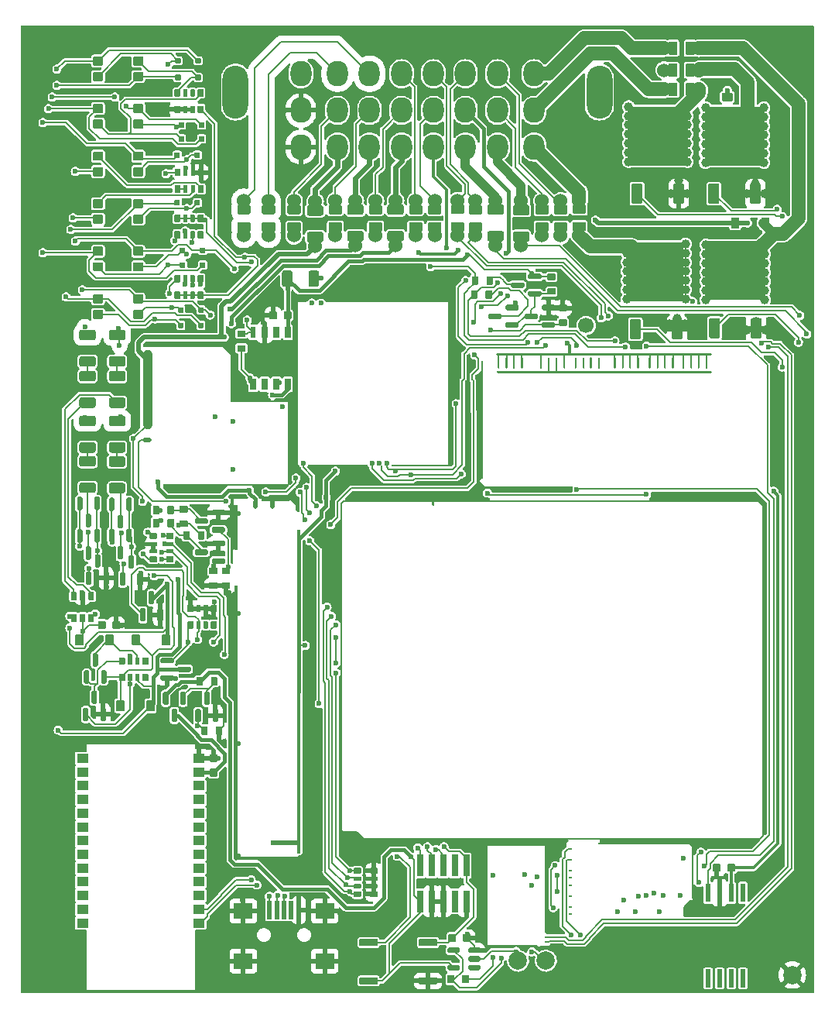
<source format=gtl>
G04 #@! TF.GenerationSoftware,KiCad,Pcbnew,(6.0.1)*
G04 #@! TF.CreationDate,2022-03-17T21:37:21+02:00*
G04 #@! TF.ProjectId,alphax_2ch,616c7068-6178-45f3-9263-682e6b696361,b*
G04 #@! TF.SameCoordinates,PX141f5e0PYa2cace0*
G04 #@! TF.FileFunction,Copper,L1,Top*
G04 #@! TF.FilePolarity,Positive*
%FSLAX46Y46*%
G04 Gerber Fmt 4.6, Leading zero omitted, Abs format (unit mm)*
G04 Created by KiCad (PCBNEW (6.0.1)) date 2022-03-17 21:37:21*
%MOMM*%
%LPD*%
G01*
G04 APERTURE LIST*
G04 #@! TA.AperFunction,SMDPad,CuDef*
%ADD10O,0.250000X5.800001*%
G04 #@! TD*
G04 #@! TA.AperFunction,SMDPad,CuDef*
%ADD11O,10.200000X0.250000*%
G04 #@! TD*
G04 #@! TA.AperFunction,SMDPad,CuDef*
%ADD12O,0.399999X0.200000*%
G04 #@! TD*
G04 #@! TA.AperFunction,ComponentPad*
%ADD13C,0.599999*%
G04 #@! TD*
G04 #@! TA.AperFunction,ComponentPad*
%ADD14C,1.524000*%
G04 #@! TD*
G04 #@! TA.AperFunction,SMDPad,CuDef*
%ADD15C,2.000000*%
G04 #@! TD*
G04 #@! TA.AperFunction,ComponentPad*
%ADD16C,1.700000*%
G04 #@! TD*
G04 #@! TA.AperFunction,SMDPad,CuDef*
%ADD17R,0.500000X2.000000*%
G04 #@! TD*
G04 #@! TA.AperFunction,SMDPad,CuDef*
%ADD18R,2.000000X1.700000*%
G04 #@! TD*
G04 #@! TA.AperFunction,SMDPad,CuDef*
%ADD19R,5.800000X6.400000*%
G04 #@! TD*
G04 #@! TA.AperFunction,SMDPad,CuDef*
%ADD20O,5.669999X0.200000*%
G04 #@! TD*
G04 #@! TA.AperFunction,SMDPad,CuDef*
%ADD21O,0.200000X11.100001*%
G04 #@! TD*
G04 #@! TA.AperFunction,SMDPad,CuDef*
%ADD22O,0.250000X0.499999*%
G04 #@! TD*
G04 #@! TA.AperFunction,SMDPad,CuDef*
%ADD23O,6.799999X0.200000*%
G04 #@! TD*
G04 #@! TA.AperFunction,SMDPad,CuDef*
%ADD24O,0.399999X9.800001*%
G04 #@! TD*
G04 #@! TA.AperFunction,SMDPad,CuDef*
%ADD25O,0.499999X0.250000*%
G04 #@! TD*
G04 #@! TA.AperFunction,SMDPad,CuDef*
%ADD26O,1.000001X0.499999*%
G04 #@! TD*
G04 #@! TA.AperFunction,SMDPad,CuDef*
%ADD27O,1.000001X8.744829*%
G04 #@! TD*
G04 #@! TA.AperFunction,SMDPad,CuDef*
%ADD28O,9.000000X0.399999*%
G04 #@! TD*
G04 #@! TA.AperFunction,SMDPad,CuDef*
%ADD29O,0.399999X5.399999*%
G04 #@! TD*
G04 #@! TA.AperFunction,SMDPad,CuDef*
%ADD30O,6.500000X0.200000*%
G04 #@! TD*
G04 #@! TA.AperFunction,SMDPad,CuDef*
%ADD31O,13.800000X0.200000*%
G04 #@! TD*
G04 #@! TA.AperFunction,SMDPad,CuDef*
%ADD32O,0.200000X0.499999*%
G04 #@! TD*
G04 #@! TA.AperFunction,SMDPad,CuDef*
%ADD33O,0.200000X9.199999*%
G04 #@! TD*
G04 #@! TA.AperFunction,SMDPad,CuDef*
%ADD34R,0.250000X18.200000*%
G04 #@! TD*
G04 #@! TA.AperFunction,SMDPad,CuDef*
%ADD35R,6.500000X0.250000*%
G04 #@! TD*
G04 #@! TA.AperFunction,SMDPad,CuDef*
%ADD36R,6.450000X0.250000*%
G04 #@! TD*
G04 #@! TA.AperFunction,SMDPad,CuDef*
%ADD37R,1.250000X0.250000*%
G04 #@! TD*
G04 #@! TA.AperFunction,SMDPad,CuDef*
%ADD38R,13.650000X0.250000*%
G04 #@! TD*
G04 #@! TA.AperFunction,SMDPad,CuDef*
%ADD39R,0.350000X0.250000*%
G04 #@! TD*
G04 #@! TA.AperFunction,SMDPad,CuDef*
%ADD40R,0.650000X1.310000*%
G04 #@! TD*
G04 #@! TA.AperFunction,SMDPad,CuDef*
%ADD41R,0.600000X1.310000*%
G04 #@! TD*
G04 #@! TA.AperFunction,SMDPad,CuDef*
%ADD42R,1.500000X1.325000*%
G04 #@! TD*
G04 #@! TA.AperFunction,SMDPad,CuDef*
%ADD43R,1.300000X1.000000*%
G04 #@! TD*
G04 #@! TA.AperFunction,ComponentPad*
%ADD44O,2.800000X5.800000*%
G04 #@! TD*
G04 #@! TA.AperFunction,ComponentPad*
%ADD45O,2.300000X2.800000*%
G04 #@! TD*
G04 #@! TA.AperFunction,SMDPad,CuDef*
%ADD46O,0.399999X5.000000*%
G04 #@! TD*
G04 #@! TA.AperFunction,SMDPad,CuDef*
%ADD47O,7.200001X0.399999*%
G04 #@! TD*
G04 #@! TA.AperFunction,SMDPad,CuDef*
%ADD48O,0.399999X30.000001*%
G04 #@! TD*
G04 #@! TA.AperFunction,SMDPad,CuDef*
%ADD49O,0.499999X1.000001*%
G04 #@! TD*
G04 #@! TA.AperFunction,SMDPad,CuDef*
%ADD50O,3.099999X0.200000*%
G04 #@! TD*
G04 #@! TA.AperFunction,SMDPad,CuDef*
%ADD51O,2.999999X0.499999*%
G04 #@! TD*
G04 #@! TA.AperFunction,SMDPad,CuDef*
%ADD52O,0.399999X35.400000*%
G04 #@! TD*
G04 #@! TA.AperFunction,SMDPad,CuDef*
%ADD53R,0.740000X2.400000*%
G04 #@! TD*
G04 #@! TA.AperFunction,ViaPad*
%ADD54C,0.600000*%
G04 #@! TD*
G04 #@! TA.AperFunction,ViaPad*
%ADD55C,1.000000*%
G04 #@! TD*
G04 #@! TA.AperFunction,Conductor*
%ADD56C,0.200000*%
G04 #@! TD*
G04 #@! TA.AperFunction,Conductor*
%ADD57C,0.400000*%
G04 #@! TD*
G04 #@! TA.AperFunction,Conductor*
%ADD58C,0.300000*%
G04 #@! TD*
G04 #@! TA.AperFunction,Conductor*
%ADD59C,0.203200*%
G04 #@! TD*
G04 #@! TA.AperFunction,Conductor*
%ADD60C,1.000000*%
G04 #@! TD*
G04 #@! TA.AperFunction,Conductor*
%ADD61C,1.500000*%
G04 #@! TD*
G04 #@! TA.AperFunction,Conductor*
%ADD62C,0.500000*%
G04 #@! TD*
G04 #@! TA.AperFunction,Conductor*
%ADD63C,0.600000*%
G04 #@! TD*
G04 APERTURE END LIST*
G04 #@! TO.P,U2,6*
G04 #@! TO.N,/HALL1*
G04 #@! TA.AperFunction,SMDPad,CuDef*
G36*
G01*
X8100000Y41490000D02*
X8100000Y40710000D01*
G75*
G02*
X8040000Y40650000I-60000J0D01*
G01*
X7560000Y40650000D01*
G75*
G02*
X7500000Y40710000I0J60000D01*
G01*
X7500000Y41490000D01*
G75*
G02*
X7560000Y41550000I60000J0D01*
G01*
X8040000Y41550000D01*
G75*
G02*
X8100000Y41490000I0J-60000D01*
G01*
G37*
G04 #@! TD.AperFunction*
G04 #@! TO.P,U2,5,VCC*
G04 #@! TO.N,+5V*
G04 #@! TA.AperFunction,SMDPad,CuDef*
G36*
G01*
X7150000Y41490000D02*
X7150000Y40710000D01*
G75*
G02*
X7090000Y40650000I-60000J0D01*
G01*
X6610000Y40650000D01*
G75*
G02*
X6550000Y40710000I0J60000D01*
G01*
X6550000Y41490000D01*
G75*
G02*
X6610000Y41550000I60000J0D01*
G01*
X7090000Y41550000D01*
G75*
G02*
X7150000Y41490000I0J-60000D01*
G01*
G37*
G04 #@! TD.AperFunction*
G04 #@! TO.P,U2,4*
G04 #@! TO.N,/HALL2*
G04 #@! TA.AperFunction,SMDPad,CuDef*
G36*
G01*
X6200000Y41490000D02*
X6200000Y40710000D01*
G75*
G02*
X6140000Y40650000I-60000J0D01*
G01*
X5660000Y40650000D01*
G75*
G02*
X5600000Y40710000I0J60000D01*
G01*
X5600000Y41490000D01*
G75*
G02*
X5660000Y41550000I60000J0D01*
G01*
X6140000Y41550000D01*
G75*
G02*
X6200000Y41490000I0J-60000D01*
G01*
G37*
G04 #@! TD.AperFunction*
G04 #@! TO.P,U2,3*
G04 #@! TO.N,Net-(R37-Pad1)*
G04 #@! TA.AperFunction,SMDPad,CuDef*
G36*
G01*
X6200000Y43890000D02*
X6200000Y43110000D01*
G75*
G02*
X6140000Y43050000I-60000J0D01*
G01*
X5660000Y43050000D01*
G75*
G02*
X5600000Y43110000I0J60000D01*
G01*
X5600000Y43890000D01*
G75*
G02*
X5660000Y43950000I60000J0D01*
G01*
X6140000Y43950000D01*
G75*
G02*
X6200000Y43890000I0J-60000D01*
G01*
G37*
G04 #@! TD.AperFunction*
G04 #@! TO.P,U2,2,GND*
G04 #@! TO.N,GND*
G04 #@! TA.AperFunction,SMDPad,CuDef*
G36*
G01*
X7150000Y43890000D02*
X7150000Y43110000D01*
G75*
G02*
X7090000Y43050000I-60000J0D01*
G01*
X6610000Y43050000D01*
G75*
G02*
X6550000Y43110000I0J60000D01*
G01*
X6550000Y43890000D01*
G75*
G02*
X6610000Y43950000I60000J0D01*
G01*
X7090000Y43950000D01*
G75*
G02*
X7150000Y43890000I0J-60000D01*
G01*
G37*
G04 #@! TD.AperFunction*
G04 #@! TO.P,U2,1*
G04 #@! TO.N,Net-(R24-Pad1)*
G04 #@! TA.AperFunction,SMDPad,CuDef*
G36*
G01*
X8100000Y43890000D02*
X8100000Y43110000D01*
G75*
G02*
X8040000Y43050000I-60000J0D01*
G01*
X7560000Y43050000D01*
G75*
G02*
X7500000Y43110000I0J60000D01*
G01*
X7500000Y43890000D01*
G75*
G02*
X7560000Y43950000I60000J0D01*
G01*
X8040000Y43950000D01*
G75*
G02*
X8100000Y43890000I0J-60000D01*
G01*
G37*
G04 #@! TD.AperFunction*
G04 #@! TD*
D10*
G04 #@! TO.P,M4,G,GND*
G04 #@! TO.N,GND*
X73638142Y13307611D03*
G04 #@! TA.AperFunction,SMDPad,CuDef*
G36*
G01*
X73258333Y16499916D02*
X73258333Y16499916D01*
G75*
G02*
X73435109Y16499916I88388J-88388D01*
G01*
X73717951Y16217074D01*
G75*
G02*
X73717951Y16040298I-88388J-88388D01*
G01*
X73717951Y16040298D01*
G75*
G02*
X73541175Y16040298I-88388J88388D01*
G01*
X73258333Y16323140D01*
G75*
G02*
X73258333Y16499916I88388J88388D01*
G01*
G37*
G04 #@! TD.AperFunction*
D11*
X68388147Y16420111D03*
D12*
G04 #@! TO.P,M4,S1,OUT_IGN8*
G04 #@! TO.N,unconnected-(M4-PadS1)*
X60263525Y8795163D03*
G04 #@! TO.P,M4,S2,OUT_IGN7*
G04 #@! TO.N,unconnected-(M4-PadS2)*
X60263525Y9555142D03*
G04 #@! TO.P,M4,S3,OUT_IGN6*
G04 #@! TO.N,unconnected-(M4-PadS3)*
X60263525Y10730135D03*
G04 #@! TO.P,M4,S4,OUT_IGN5*
G04 #@! TO.N,unconnected-(M4-PadS4)*
X60263525Y11905122D03*
G04 #@! TO.P,M4,S5,OUT_IGN4*
G04 #@! TO.N,unconnected-(M4-PadS5)*
X60263525Y12745034D03*
G04 #@! TO.P,M4,S6,OUT_IGN3*
G04 #@! TO.N,unconnected-(M4-PadS6)*
X60263525Y13495106D03*
G04 #@! TO.P,M4,S7,OUT_IGN2*
G04 #@! TO.N,/OUT_IGN2*
X60263525Y14670117D03*
G04 #@! TO.P,M4,S8,OUT_IGN1*
G04 #@! TO.N,/OUT_IGN1*
X60263525Y15845114D03*
D13*
G04 #@! TO.P,M4,V1,IGN8*
G04 #@! TO.N,GND*
X70363132Y10805111D03*
G04 #@! TO.P,M4,V2,IGN7*
X69938124Y8970101D03*
G04 #@! TO.P,M4,V3,IGN6*
X69388127Y11020109D03*
G04 #@! TO.P,M4,V4,IGN5*
X68513168Y10805114D03*
G04 #@! TO.P,M4,V5,IGN4*
X67663145Y10730107D03*
G04 #@! TO.P,M4,V6,IGN3*
X67338129Y8970101D03*
G04 #@! TO.P,M4,V7,IGN2*
G04 #@! TO.N,/IGN2*
X66038162Y10280101D03*
G04 #@! TO.P,M4,V8,IGN1*
G04 #@! TO.N,/IGN1*
X65388145Y8970101D03*
G04 #@! TO.P,M4,V9,VCC*
G04 #@! TO.N,+5V_IGN*
X72563148Y14895116D03*
G04 #@! TO.P,M4,V10,V33*
G04 #@! TO.N,+3V3_IGN*
X72263146Y10820110D03*
G04 #@! TD*
G04 #@! TO.P,R8,1,1*
G04 #@! TO.N,/CAN-*
G04 #@! TA.AperFunction,SMDPad,CuDef*
G36*
G01*
X50461417Y83351578D02*
X49211417Y83351578D01*
G75*
G02*
X49111417Y83451578I0J100000D01*
G01*
X49111417Y84251578D01*
G75*
G02*
X49211417Y84351578I100000J0D01*
G01*
X50461417Y84351578D01*
G75*
G02*
X50561417Y84251578I0J-100000D01*
G01*
X50561417Y83451578D01*
G75*
G02*
X50461417Y83351578I-100000J0D01*
G01*
G37*
G04 #@! TD.AperFunction*
D14*
X49836417Y82896579D03*
G04 #@! TO.P,R8,2,2*
G04 #@! TO.N,/C6*
X49836417Y86706579D03*
G04 #@! TA.AperFunction,SMDPad,CuDef*
G36*
G01*
X50461417Y85251600D02*
X49211417Y85251600D01*
G75*
G02*
X49111417Y85351600I0J100000D01*
G01*
X49111417Y86151600D01*
G75*
G02*
X49211417Y86251600I100000J0D01*
G01*
X50461417Y86251600D01*
G75*
G02*
X50561417Y86151600I0J-100000D01*
G01*
X50561417Y85351600D01*
G75*
G02*
X50461417Y85251600I-100000J0D01*
G01*
G37*
G04 #@! TD.AperFunction*
G04 #@! TD*
G04 #@! TO.P,R29,1*
G04 #@! TO.N,Net-(Q20-Pad2)*
G04 #@! TA.AperFunction,SMDPad,CuDef*
G36*
G01*
X17510000Y53350000D02*
X18290000Y53350000D01*
G75*
G02*
X18360000Y53280000I0J-70000D01*
G01*
X18360000Y52720000D01*
G75*
G02*
X18290000Y52650000I-70000J0D01*
G01*
X17510000Y52650000D01*
G75*
G02*
X17440000Y52720000I0J70000D01*
G01*
X17440000Y53280000D01*
G75*
G02*
X17510000Y53350000I70000J0D01*
G01*
G37*
G04 #@! TD.AperFunction*
G04 #@! TO.P,R29,2*
G04 #@! TO.N,+5VAS*
G04 #@! TA.AperFunction,SMDPad,CuDef*
G36*
G01*
X17510000Y51750000D02*
X18290000Y51750000D01*
G75*
G02*
X18360000Y51680000I0J-70000D01*
G01*
X18360000Y51120000D01*
G75*
G02*
X18290000Y51050000I-70000J0D01*
G01*
X17510000Y51050000D01*
G75*
G02*
X17440000Y51120000I0J70000D01*
G01*
X17440000Y51680000D01*
G75*
G02*
X17510000Y51750000I70000J0D01*
G01*
G37*
G04 #@! TD.AperFunction*
G04 #@! TD*
G04 #@! TO.P,R2,1*
G04 #@! TO.N,+12V*
G04 #@! TA.AperFunction,SMDPad,CuDef*
G36*
G01*
X16900000Y76065000D02*
X16900000Y76735000D01*
G75*
G02*
X16965000Y76800000I65000J0D01*
G01*
X17485000Y76800000D01*
G75*
G02*
X17550000Y76735000I0J-65000D01*
G01*
X17550000Y76065000D01*
G75*
G02*
X17485000Y76000000I-65000J0D01*
G01*
X16965000Y76000000D01*
G75*
G02*
X16900000Y76065000I0J65000D01*
G01*
G37*
G04 #@! TD.AperFunction*
G04 #@! TO.P,R2,2*
G04 #@! TA.AperFunction,SMDPad,CuDef*
G36*
G01*
X17875000Y76045000D02*
X17875000Y76755000D01*
G75*
G02*
X17920000Y76800000I45000J0D01*
G01*
X18280000Y76800000D01*
G75*
G02*
X18325000Y76755000I0J-45000D01*
G01*
X18325000Y76045000D01*
G75*
G02*
X18280000Y76000000I-45000J0D01*
G01*
X17920000Y76000000D01*
G75*
G02*
X17875000Y76045000I0J45000D01*
G01*
G37*
G04 #@! TD.AperFunction*
G04 #@! TO.P,R2,3*
G04 #@! TA.AperFunction,SMDPad,CuDef*
G36*
G01*
X18675000Y76045000D02*
X18675000Y76755000D01*
G75*
G02*
X18720000Y76800000I45000J0D01*
G01*
X19080000Y76800000D01*
G75*
G02*
X19125000Y76755000I0J-45000D01*
G01*
X19125000Y76045000D01*
G75*
G02*
X19080000Y76000000I-45000J0D01*
G01*
X18720000Y76000000D01*
G75*
G02*
X18675000Y76045000I0J45000D01*
G01*
G37*
G04 #@! TD.AperFunction*
G04 #@! TO.P,R2,4*
G04 #@! TA.AperFunction,SMDPad,CuDef*
G36*
G01*
X19450000Y76065000D02*
X19450000Y76735000D01*
G75*
G02*
X19515000Y76800000I65000J0D01*
G01*
X20035000Y76800000D01*
G75*
G02*
X20100000Y76735000I0J-65000D01*
G01*
X20100000Y76065000D01*
G75*
G02*
X20035000Y76000000I-65000J0D01*
G01*
X19515000Y76000000D01*
G75*
G02*
X19450000Y76065000I0J65000D01*
G01*
G37*
G04 #@! TD.AperFunction*
G04 #@! TO.P,R2,5*
G04 #@! TO.N,Net-(D16-Pad1)*
G04 #@! TA.AperFunction,SMDPad,CuDef*
G36*
G01*
X19450000Y77865000D02*
X19450000Y78535000D01*
G75*
G02*
X19515000Y78600000I65000J0D01*
G01*
X20035000Y78600000D01*
G75*
G02*
X20100000Y78535000I0J-65000D01*
G01*
X20100000Y77865000D01*
G75*
G02*
X20035000Y77800000I-65000J0D01*
G01*
X19515000Y77800000D01*
G75*
G02*
X19450000Y77865000I0J65000D01*
G01*
G37*
G04 #@! TD.AperFunction*
G04 #@! TO.P,R2,6*
G04 #@! TO.N,Net-(D15-Pad1)*
G04 #@! TA.AperFunction,SMDPad,CuDef*
G36*
G01*
X18675000Y77845000D02*
X18675000Y78555000D01*
G75*
G02*
X18720000Y78600000I45000J0D01*
G01*
X19080000Y78600000D01*
G75*
G02*
X19125000Y78555000I0J-45000D01*
G01*
X19125000Y77845000D01*
G75*
G02*
X19080000Y77800000I-45000J0D01*
G01*
X18720000Y77800000D01*
G75*
G02*
X18675000Y77845000I0J45000D01*
G01*
G37*
G04 #@! TD.AperFunction*
G04 #@! TO.P,R2,7*
G04 #@! TO.N,Net-(D14-Pad1)*
G04 #@! TA.AperFunction,SMDPad,CuDef*
G36*
G01*
X17875000Y77845000D02*
X17875000Y78555000D01*
G75*
G02*
X17920000Y78600000I45000J0D01*
G01*
X18280000Y78600000D01*
G75*
G02*
X18325000Y78555000I0J-45000D01*
G01*
X18325000Y77845000D01*
G75*
G02*
X18280000Y77800000I-45000J0D01*
G01*
X17920000Y77800000D01*
G75*
G02*
X17875000Y77845000I0J45000D01*
G01*
G37*
G04 #@! TD.AperFunction*
G04 #@! TO.P,R2,8*
G04 #@! TO.N,Net-(D13-Pad1)*
G04 #@! TA.AperFunction,SMDPad,CuDef*
G36*
G01*
X16900000Y77865000D02*
X16900000Y78535000D01*
G75*
G02*
X16965000Y78600000I65000J0D01*
G01*
X17485000Y78600000D01*
G75*
G02*
X17550000Y78535000I0J-65000D01*
G01*
X17550000Y77865000D01*
G75*
G02*
X17485000Y77800000I-65000J0D01*
G01*
X16965000Y77800000D01*
G75*
G02*
X16900000Y77865000I0J65000D01*
G01*
G37*
G04 #@! TD.AperFunction*
G04 #@! TD*
G04 #@! TO.P,R4,1*
G04 #@! TO.N,GND*
G04 #@! TA.AperFunction,SMDPad,CuDef*
G36*
G01*
X20124000Y90147000D02*
X20124000Y89477000D01*
G75*
G02*
X20059000Y89412000I-65000J0D01*
G01*
X19539000Y89412000D01*
G75*
G02*
X19474000Y89477000I0J65000D01*
G01*
X19474000Y90147000D01*
G75*
G02*
X19539000Y90212000I65000J0D01*
G01*
X20059000Y90212000D01*
G75*
G02*
X20124000Y90147000I0J-65000D01*
G01*
G37*
G04 #@! TD.AperFunction*
G04 #@! TO.P,R4,2*
G04 #@! TA.AperFunction,SMDPad,CuDef*
G36*
G01*
X19149000Y90167000D02*
X19149000Y89457000D01*
G75*
G02*
X19104000Y89412000I-45000J0D01*
G01*
X18744000Y89412000D01*
G75*
G02*
X18699000Y89457000I0J45000D01*
G01*
X18699000Y90167000D01*
G75*
G02*
X18744000Y90212000I45000J0D01*
G01*
X19104000Y90212000D01*
G75*
G02*
X19149000Y90167000I0J-45000D01*
G01*
G37*
G04 #@! TD.AperFunction*
G04 #@! TO.P,R4,3*
G04 #@! TO.N,+5V*
G04 #@! TA.AperFunction,SMDPad,CuDef*
G36*
G01*
X18349000Y90167000D02*
X18349000Y89457000D01*
G75*
G02*
X18304000Y89412000I-45000J0D01*
G01*
X17944000Y89412000D01*
G75*
G02*
X17899000Y89457000I0J45000D01*
G01*
X17899000Y90167000D01*
G75*
G02*
X17944000Y90212000I45000J0D01*
G01*
X18304000Y90212000D01*
G75*
G02*
X18349000Y90167000I0J-45000D01*
G01*
G37*
G04 #@! TD.AperFunction*
G04 #@! TO.P,R4,4*
G04 #@! TO.N,Net-(D1-Pad1)*
G04 #@! TA.AperFunction,SMDPad,CuDef*
G36*
G01*
X17574000Y90147000D02*
X17574000Y89477000D01*
G75*
G02*
X17509000Y89412000I-65000J0D01*
G01*
X16989000Y89412000D01*
G75*
G02*
X16924000Y89477000I0J65000D01*
G01*
X16924000Y90147000D01*
G75*
G02*
X16989000Y90212000I65000J0D01*
G01*
X17509000Y90212000D01*
G75*
G02*
X17574000Y90147000I0J-65000D01*
G01*
G37*
G04 #@! TD.AperFunction*
G04 #@! TO.P,R4,5*
G04 #@! TO.N,Net-(R4-Pad5)*
G04 #@! TA.AperFunction,SMDPad,CuDef*
G36*
G01*
X17574000Y88347000D02*
X17574000Y87677000D01*
G75*
G02*
X17509000Y87612000I-65000J0D01*
G01*
X16989000Y87612000D01*
G75*
G02*
X16924000Y87677000I0J65000D01*
G01*
X16924000Y88347000D01*
G75*
G02*
X16989000Y88412000I65000J0D01*
G01*
X17509000Y88412000D01*
G75*
G02*
X17574000Y88347000I0J-65000D01*
G01*
G37*
G04 #@! TD.AperFunction*
G04 #@! TO.P,R4,6*
G04 #@! TA.AperFunction,SMDPad,CuDef*
G36*
G01*
X18349000Y88367000D02*
X18349000Y87657000D01*
G75*
G02*
X18304000Y87612000I-45000J0D01*
G01*
X17944000Y87612000D01*
G75*
G02*
X17899000Y87657000I0J45000D01*
G01*
X17899000Y88367000D01*
G75*
G02*
X17944000Y88412000I45000J0D01*
G01*
X18304000Y88412000D01*
G75*
G02*
X18349000Y88367000I0J-45000D01*
G01*
G37*
G04 #@! TD.AperFunction*
G04 #@! TO.P,R4,7*
G04 #@! TO.N,Net-(D19-Pad2)*
G04 #@! TA.AperFunction,SMDPad,CuDef*
G36*
G01*
X19149000Y88367000D02*
X19149000Y87657000D01*
G75*
G02*
X19104000Y87612000I-45000J0D01*
G01*
X18744000Y87612000D01*
G75*
G02*
X18699000Y87657000I0J45000D01*
G01*
X18699000Y88367000D01*
G75*
G02*
X18744000Y88412000I45000J0D01*
G01*
X19104000Y88412000D01*
G75*
G02*
X19149000Y88367000I0J-45000D01*
G01*
G37*
G04 #@! TD.AperFunction*
G04 #@! TO.P,R4,8*
G04 #@! TO.N,Net-(D18-Pad2)*
G04 #@! TA.AperFunction,SMDPad,CuDef*
G36*
G01*
X20124000Y88347000D02*
X20124000Y87677000D01*
G75*
G02*
X20059000Y87612000I-65000J0D01*
G01*
X19539000Y87612000D01*
G75*
G02*
X19474000Y87677000I0J65000D01*
G01*
X19474000Y88347000D01*
G75*
G02*
X19539000Y88412000I65000J0D01*
G01*
X20059000Y88412000D01*
G75*
G02*
X20124000Y88347000I0J-65000D01*
G01*
G37*
G04 #@! TD.AperFunction*
G04 #@! TD*
G04 #@! TO.P,C3,1*
G04 #@! TO.N,GND*
G04 #@! TA.AperFunction,SMDPad,CuDef*
G36*
G01*
X20860000Y26215001D02*
X21540000Y26215001D01*
G75*
G02*
X21625000Y26130001I0J-85000D01*
G01*
X21625000Y25450001D01*
G75*
G02*
X21540000Y25365001I-85000J0D01*
G01*
X20860000Y25365001D01*
G75*
G02*
X20775000Y25450001I0J85000D01*
G01*
X20775000Y26130001D01*
G75*
G02*
X20860000Y26215001I85000J0D01*
G01*
G37*
G04 #@! TD.AperFunction*
G04 #@! TO.P,C3,2*
G04 #@! TO.N,/BT_3V3*
G04 #@! TA.AperFunction,SMDPad,CuDef*
G36*
G01*
X20860000Y24634999D02*
X21540000Y24634999D01*
G75*
G02*
X21625000Y24549999I0J-85000D01*
G01*
X21625000Y23869999D01*
G75*
G02*
X21540000Y23784999I-85000J0D01*
G01*
X20860000Y23784999D01*
G75*
G02*
X20775000Y23869999I0J85000D01*
G01*
X20775000Y24549999D01*
G75*
G02*
X20860000Y24634999I85000J0D01*
G01*
G37*
G04 #@! TD.AperFunction*
G04 #@! TD*
G04 #@! TO.P,R9,1,1*
G04 #@! TO.N,/CAN+*
X47882571Y82918049D03*
G04 #@! TA.AperFunction,SMDPad,CuDef*
G36*
G01*
X48507571Y83373048D02*
X47257571Y83373048D01*
G75*
G02*
X47157571Y83473048I0J100000D01*
G01*
X47157571Y84273048D01*
G75*
G02*
X47257571Y84373048I100000J0D01*
G01*
X48507571Y84373048D01*
G75*
G02*
X48607571Y84273048I0J-100000D01*
G01*
X48607571Y83473048D01*
G75*
G02*
X48507571Y83373048I-100000J0D01*
G01*
G37*
G04 #@! TD.AperFunction*
G04 #@! TO.P,R9,2,2*
G04 #@! TO.N,/C5*
G04 #@! TA.AperFunction,SMDPad,CuDef*
G36*
G01*
X48507571Y85273070D02*
X47257571Y85273070D01*
G75*
G02*
X47157571Y85373070I0J100000D01*
G01*
X47157571Y86173070D01*
G75*
G02*
X47257571Y86273070I100000J0D01*
G01*
X48507571Y86273070D01*
G75*
G02*
X48607571Y86173070I0J-100000D01*
G01*
X48607571Y85373070D01*
G75*
G02*
X48507571Y85273070I-100000J0D01*
G01*
G37*
G04 #@! TD.AperFunction*
X47882571Y86728049D03*
G04 #@! TD*
G04 #@! TO.P,R21,1*
G04 #@! TO.N,Net-(R21-Pad1)*
G04 #@! TA.AperFunction,SMDPad,CuDef*
G36*
G01*
X8300000Y60094990D02*
X8300000Y59404990D01*
G75*
G02*
X8070000Y59174990I-230000J0D01*
G01*
X6730000Y59174990D01*
G75*
G02*
X6500000Y59404990I0J230000D01*
G01*
X6500000Y60094990D01*
G75*
G02*
X6730000Y60324990I230000J0D01*
G01*
X8070000Y60324990D01*
G75*
G02*
X8300000Y60094990I0J-230000D01*
G01*
G37*
G04 #@! TD.AperFunction*
G04 #@! TO.P,R21,2*
G04 #@! TO.N,/IN_CRANK+*
G04 #@! TA.AperFunction,SMDPad,CuDef*
G36*
G01*
X8300000Y62995010D02*
X8300000Y62305010D01*
G75*
G02*
X8070000Y62075010I-230000J0D01*
G01*
X6730000Y62075010D01*
G75*
G02*
X6500000Y62305010I0J230000D01*
G01*
X6500000Y62995010D01*
G75*
G02*
X6730000Y63225010I230000J0D01*
G01*
X8070000Y63225010D01*
G75*
G02*
X8300000Y62995010I0J-230000D01*
G01*
G37*
G04 #@! TD.AperFunction*
G04 #@! TD*
D15*
G04 #@! TO.P,J5,1,Pin_1*
G04 #@! TO.N,/CAN_RX*
X54500000Y3650000D03*
G04 #@! TD*
D14*
G04 #@! TO.P,F4,1,1*
G04 #@! TO.N,/A3*
X36700000Y86750000D03*
G04 #@! TA.AperFunction,SMDPad,CuDef*
G36*
G01*
X35800000Y85405010D02*
X35800000Y86095010D01*
G75*
G02*
X36030000Y86325010I230000J0D01*
G01*
X37370000Y86325010D01*
G75*
G02*
X37600000Y86095010I0J-230000D01*
G01*
X37600000Y85405010D01*
G75*
G02*
X37370000Y85175010I-230000J0D01*
G01*
X36030000Y85175010D01*
G75*
G02*
X35800000Y85405010I0J230000D01*
G01*
G37*
G04 #@! TD.AperFunction*
G04 #@! TO.P,F4,2,2*
G04 #@! TO.N,/OUT_PUMP_RELAY*
X36700000Y81850000D03*
G04 #@! TA.AperFunction,SMDPad,CuDef*
G36*
G01*
X35800000Y82504990D02*
X35800000Y83194990D01*
G75*
G02*
X36030000Y83424990I230000J0D01*
G01*
X37370000Y83424990D01*
G75*
G02*
X37600000Y83194990I0J-230000D01*
G01*
X37600000Y82504990D01*
G75*
G02*
X37370000Y82274990I-230000J0D01*
G01*
X36030000Y82274990D01*
G75*
G02*
X35800000Y82504990I0J230000D01*
G01*
G37*
G04 #@! TD.AperFunction*
G04 #@! TD*
G04 #@! TO.P,Q13,1,G*
G04 #@! TO.N,Net-(Q12-Pad2)*
G04 #@! TA.AperFunction,SMDPad,CuDef*
G36*
G01*
X57075000Y76700000D02*
X57075000Y76400000D01*
G75*
G02*
X56925000Y76250000I-150000J0D01*
G01*
X55750000Y76250000D01*
G75*
G02*
X55600000Y76400000I0J150000D01*
G01*
X55600000Y76700000D01*
G75*
G02*
X55750000Y76850000I150000J0D01*
G01*
X56925000Y76850000D01*
G75*
G02*
X57075000Y76700000I0J-150000D01*
G01*
G37*
G04 #@! TD.AperFunction*
G04 #@! TO.P,Q13,2,D*
G04 #@! TO.N,Net-(Q13-Pad2)*
G04 #@! TA.AperFunction,SMDPad,CuDef*
G36*
G01*
X55200000Y77650000D02*
X55200000Y77350000D01*
G75*
G02*
X55050000Y77200000I-150000J0D01*
G01*
X53875000Y77200000D01*
G75*
G02*
X53725000Y77350000I0J150000D01*
G01*
X53725000Y77650000D01*
G75*
G02*
X53875000Y77800000I150000J0D01*
G01*
X55050000Y77800000D01*
G75*
G02*
X55200000Y77650000I0J-150000D01*
G01*
G37*
G04 #@! TD.AperFunction*
G04 #@! TO.P,Q13,3,S*
G04 #@! TO.N,+5VAS*
G04 #@! TA.AperFunction,SMDPad,CuDef*
G36*
G01*
X57075000Y78600000D02*
X57075000Y78300000D01*
G75*
G02*
X56925000Y78150000I-150000J0D01*
G01*
X55750000Y78150000D01*
G75*
G02*
X55600000Y78300000I0J150000D01*
G01*
X55600000Y78600000D01*
G75*
G02*
X55750000Y78750000I150000J0D01*
G01*
X56925000Y78750000D01*
G75*
G02*
X57075000Y78600000I0J-150000D01*
G01*
G37*
G04 #@! TD.AperFunction*
G04 #@! TD*
G04 #@! TO.P,M5,E1,GND*
G04 #@! TO.N,GND*
G04 #@! TA.AperFunction,SMDPad,CuDef*
G36*
G01*
X50475000Y56384672D02*
X50475000Y69184672D01*
G75*
G02*
X50575000Y69284672I100000J0D01*
G01*
X50575000Y69284672D01*
G75*
G02*
X50675000Y69184672I0J-100000D01*
G01*
X50675000Y56384672D01*
G75*
G02*
X50575000Y56284672I-100000J0D01*
G01*
X50575000Y56284672D01*
G75*
G02*
X50475000Y56384672I0J100000D01*
G01*
G37*
G04 #@! TD.AperFunction*
G04 #@! TO.P,M5,J1,PULL_V5A*
G04 #@! TO.N,+5VA*
G04 #@! TA.AperFunction,SMDPad,CuDef*
G36*
G01*
X52255000Y68129681D02*
X75605000Y68129681D01*
G75*
G02*
X75730000Y68004681I0J-125000D01*
G01*
X75730000Y68004681D01*
G75*
G02*
X75605000Y67879681I-125000J0D01*
G01*
X52255000Y67879681D01*
G75*
G02*
X52130000Y68004681I0J125000D01*
G01*
X52130000Y68004681D01*
G75*
G02*
X52255000Y68129681I125000J0D01*
G01*
G37*
G04 #@! TD.AperFunction*
G04 #@! TO.P,M5,J2,PULL_GNDA*
G04 #@! TO.N,GNDA*
G04 #@! TA.AperFunction,SMDPad,CuDef*
G36*
G01*
X75580000Y69804644D02*
X52230000Y69804644D01*
G75*
G02*
X52105000Y69929644I0J125000D01*
G01*
X52105000Y69929644D01*
G75*
G02*
X52230000Y70054644I125000J0D01*
G01*
X75580000Y70054644D01*
G75*
G02*
X75705000Y69929644I0J-125000D01*
G01*
X75705000Y69929644D01*
G75*
G02*
X75580000Y69804644I-125000J0D01*
G01*
G37*
G04 #@! TD.AperFunction*
G04 #@! TO.P,M5,J3,PULL_RES2*
G04 #@! TA.AperFunction,SMDPad,CuDef*
G36*
G01*
X75229983Y69504663D02*
X75229983Y68454663D01*
G75*
G02*
X75129983Y68354663I-100000J0D01*
G01*
X75129983Y68354663D01*
G75*
G02*
X75029983Y68454663I0J100000D01*
G01*
X75029983Y69504663D01*
G75*
G02*
X75129983Y69604663I100000J0D01*
G01*
X75129983Y69604663D01*
G75*
G02*
X75229983Y69504663I0J-100000D01*
G01*
G37*
G04 #@! TD.AperFunction*
G04 #@! TO.P,M5,J4,PULL_O2S2*
G04 #@! TA.AperFunction,SMDPad,CuDef*
G36*
G01*
X74354984Y69504663D02*
X74354984Y68454663D01*
G75*
G02*
X74254984Y68354663I-100000J0D01*
G01*
X74254984Y68354663D01*
G75*
G02*
X74154984Y68454663I0J100000D01*
G01*
X74154984Y69504663D01*
G75*
G02*
X74254984Y69604663I100000J0D01*
G01*
X74254984Y69604663D01*
G75*
G02*
X74354984Y69504663I0J-100000D01*
G01*
G37*
G04 #@! TD.AperFunction*
G04 #@! TO.P,M5,J5,PULL_PPS*
G04 #@! TA.AperFunction,SMDPad,CuDef*
G36*
G01*
X73554958Y69504674D02*
X73554958Y68454674D01*
G75*
G02*
X73454958Y68354674I-100000J0D01*
G01*
X73454958Y68354674D01*
G75*
G02*
X73354958Y68454674I0J100000D01*
G01*
X73354958Y69504674D01*
G75*
G02*
X73454958Y69604674I100000J0D01*
G01*
X73454958Y69604674D01*
G75*
G02*
X73554958Y69504674I0J-100000D01*
G01*
G37*
G04 #@! TD.AperFunction*
G04 #@! TO.P,M5,J6,PULL_RES1*
G04 #@! TA.AperFunction,SMDPad,CuDef*
G36*
G01*
X72679955Y69504674D02*
X72679955Y68454674D01*
G75*
G02*
X72579955Y68354674I-100000J0D01*
G01*
X72579955Y68354674D01*
G75*
G02*
X72479955Y68454674I0J100000D01*
G01*
X72479955Y69504674D01*
G75*
G02*
X72579955Y69604674I100000J0D01*
G01*
X72579955Y69604674D01*
G75*
G02*
X72679955Y69504674I0J-100000D01*
G01*
G37*
G04 #@! TD.AperFunction*
G04 #@! TO.P,M5,J7,PULL_AUX4*
G04 #@! TA.AperFunction,SMDPad,CuDef*
G36*
G01*
X71554997Y69504674D02*
X71554997Y68454674D01*
G75*
G02*
X71454997Y68354674I-100000J0D01*
G01*
X71454997Y68354674D01*
G75*
G02*
X71354997Y68454674I0J100000D01*
G01*
X71354997Y69504674D01*
G75*
G02*
X71454997Y69604674I100000J0D01*
G01*
X71454997Y69604674D01*
G75*
G02*
X71554997Y69504674I0J-100000D01*
G01*
G37*
G04 #@! TD.AperFunction*
G04 #@! TO.P,M5,J8,PULL_AUX3*
G04 #@! TA.AperFunction,SMDPad,CuDef*
G36*
G01*
X70679995Y69504674D02*
X70679995Y68454674D01*
G75*
G02*
X70579995Y68354674I-100000J0D01*
G01*
X70579995Y68354674D01*
G75*
G02*
X70479995Y68454674I0J100000D01*
G01*
X70479995Y69504674D01*
G75*
G02*
X70579995Y69604674I100000J0D01*
G01*
X70579995Y69604674D01*
G75*
G02*
X70679995Y69504674I0J-100000D01*
G01*
G37*
G04 #@! TD.AperFunction*
G04 #@! TO.P,M5,J9,PULL_AUX2*
G04 #@! TA.AperFunction,SMDPad,CuDef*
G36*
G01*
X69879997Y69504674D02*
X69879997Y68454674D01*
G75*
G02*
X69779997Y68354674I-100000J0D01*
G01*
X69779997Y68354674D01*
G75*
G02*
X69679997Y68454674I0J100000D01*
G01*
X69679997Y69504674D01*
G75*
G02*
X69779997Y69604674I100000J0D01*
G01*
X69779997Y69604674D01*
G75*
G02*
X69879997Y69504674I0J-100000D01*
G01*
G37*
G04 #@! TD.AperFunction*
G04 #@! TO.P,M5,J10,PULL_AUX1*
G04 #@! TA.AperFunction,SMDPad,CuDef*
G36*
G01*
X69004995Y69504674D02*
X69004995Y68454674D01*
G75*
G02*
X68904995Y68354674I-100000J0D01*
G01*
X68904995Y68354674D01*
G75*
G02*
X68804995Y68454674I0J100000D01*
G01*
X68804995Y69504674D01*
G75*
G02*
X68904995Y69604674I100000J0D01*
G01*
X68904995Y69604674D01*
G75*
G02*
X69004995Y69504674I0J-100000D01*
G01*
G37*
G04 #@! TD.AperFunction*
G04 #@! TO.P,M5,J11,PULL_RES3*
G04 #@! TA.AperFunction,SMDPad,CuDef*
G36*
G01*
X67729998Y69504674D02*
X67729998Y68454674D01*
G75*
G02*
X67629998Y68354674I-100000J0D01*
G01*
X67629998Y68354674D01*
G75*
G02*
X67529998Y68454674I0J100000D01*
G01*
X67529998Y69504674D01*
G75*
G02*
X67629998Y69604674I100000J0D01*
G01*
X67629998Y69604674D01*
G75*
G02*
X67729998Y69504674I0J-100000D01*
G01*
G37*
G04 #@! TD.AperFunction*
G04 #@! TO.P,M5,J12,PULL_MAP3*
G04 #@! TA.AperFunction,SMDPad,CuDef*
G36*
G01*
X66854996Y69504674D02*
X66854996Y68454674D01*
G75*
G02*
X66754996Y68354674I-100000J0D01*
G01*
X66754996Y68354674D01*
G75*
G02*
X66654996Y68454674I0J100000D01*
G01*
X66654996Y69504674D01*
G75*
G02*
X66754996Y69604674I100000J0D01*
G01*
X66754996Y69604674D01*
G75*
G02*
X66854996Y69504674I0J-100000D01*
G01*
G37*
G04 #@! TD.AperFunction*
G04 #@! TO.P,M5,J13,PULL_MAP2*
G04 #@! TA.AperFunction,SMDPad,CuDef*
G36*
G01*
X66054998Y69504674D02*
X66054998Y68454674D01*
G75*
G02*
X65954998Y68354674I-100000J0D01*
G01*
X65954998Y68354674D01*
G75*
G02*
X65854998Y68454674I0J100000D01*
G01*
X65854998Y69504674D01*
G75*
G02*
X65954998Y69604674I100000J0D01*
G01*
X65954998Y69604674D01*
G75*
G02*
X66054998Y69504674I0J-100000D01*
G01*
G37*
G04 #@! TD.AperFunction*
G04 #@! TO.P,M5,J14,PULL_MAP1*
G04 #@! TA.AperFunction,SMDPad,CuDef*
G36*
G01*
X65179996Y69504674D02*
X65179996Y68454674D01*
G75*
G02*
X65079996Y68354674I-100000J0D01*
G01*
X65079996Y68354674D01*
G75*
G02*
X64979996Y68454674I0J100000D01*
G01*
X64979996Y69504674D01*
G75*
G02*
X65079996Y69604674I100000J0D01*
G01*
X65079996Y69604674D01*
G75*
G02*
X65179996Y69504674I0J-100000D01*
G01*
G37*
G04 #@! TD.AperFunction*
G04 #@! TO.P,M5,J15,PULL_IAT*
G04 #@! TO.N,unconnected-(M5-PadJ15)*
G04 #@! TA.AperFunction,SMDPad,CuDef*
G36*
G01*
X63454993Y69504674D02*
X63454993Y68454674D01*
G75*
G02*
X63354993Y68354674I-100000J0D01*
G01*
X63354993Y68354674D01*
G75*
G02*
X63254993Y68454674I0J100000D01*
G01*
X63254993Y69504674D01*
G75*
G02*
X63354993Y69604674I100000J0D01*
G01*
X63354993Y69604674D01*
G75*
G02*
X63454993Y69504674I0J-100000D01*
G01*
G37*
G04 #@! TD.AperFunction*
G04 #@! TO.P,M5,J16,PULL_CLT*
G04 #@! TO.N,unconnected-(M5-PadJ16)*
G04 #@! TA.AperFunction,SMDPad,CuDef*
G36*
G01*
X62579991Y69504674D02*
X62579991Y68454674D01*
G75*
G02*
X62479991Y68354674I-100000J0D01*
G01*
X62479991Y68354674D01*
G75*
G02*
X62379991Y68454674I0J100000D01*
G01*
X62379991Y69504674D01*
G75*
G02*
X62479991Y69604674I100000J0D01*
G01*
X62479991Y69604674D01*
G75*
G02*
X62579991Y69504674I0J-100000D01*
G01*
G37*
G04 #@! TD.AperFunction*
G04 #@! TO.P,M5,J17,PULL_CAM*
G04 #@! TO.N,unconnected-(M5-PadJ17)*
G04 #@! TA.AperFunction,SMDPad,CuDef*
G36*
G01*
X61779992Y69504674D02*
X61779992Y68454674D01*
G75*
G02*
X61679992Y68354674I-100000J0D01*
G01*
X61679992Y68354674D01*
G75*
G02*
X61579992Y68454674I0J100000D01*
G01*
X61579992Y69504674D01*
G75*
G02*
X61679992Y69604674I100000J0D01*
G01*
X61679992Y69604674D01*
G75*
G02*
X61779992Y69504674I0J-100000D01*
G01*
G37*
G04 #@! TD.AperFunction*
G04 #@! TO.P,M5,J18,PULL_VSS*
G04 #@! TO.N,unconnected-(M5-PadJ18)*
G04 #@! TA.AperFunction,SMDPad,CuDef*
G36*
G01*
X60904990Y69504674D02*
X60904990Y68454674D01*
G75*
G02*
X60804990Y68354674I-100000J0D01*
G01*
X60804990Y68354674D01*
G75*
G02*
X60704990Y68454674I0J100000D01*
G01*
X60704990Y69504674D01*
G75*
G02*
X60804990Y69604674I100000J0D01*
G01*
X60804990Y69604674D01*
G75*
G02*
X60904990Y69504674I0J-100000D01*
G01*
G37*
G04 #@! TD.AperFunction*
G04 #@! TO.P,M5,J19,PULL_TPS*
G04 #@! TO.N,GNDA*
G04 #@! TA.AperFunction,SMDPad,CuDef*
G36*
G01*
X59655003Y69504674D02*
X59655003Y68454674D01*
G75*
G02*
X59555003Y68354674I-100000J0D01*
G01*
X59555003Y68354674D01*
G75*
G02*
X59455003Y68454674I0J100000D01*
G01*
X59455003Y69504674D01*
G75*
G02*
X59555003Y69604674I100000J0D01*
G01*
X59555003Y69604674D01*
G75*
G02*
X59655003Y69504674I0J-100000D01*
G01*
G37*
G04 #@! TD.AperFunction*
G04 #@! TO.P,M5,J20,PULL_O2S*
G04 #@! TO.N,+5VA*
G04 #@! TA.AperFunction,SMDPad,CuDef*
G36*
G01*
X58780000Y69504674D02*
X58780000Y68454674D01*
G75*
G02*
X58680000Y68354674I-100000J0D01*
G01*
X58680000Y68354674D01*
G75*
G02*
X58580000Y68454674I0J100000D01*
G01*
X58580000Y69504674D01*
G75*
G02*
X58680000Y69604674I100000J0D01*
G01*
X58680000Y69604674D01*
G75*
G02*
X58780000Y69504674I0J-100000D01*
G01*
G37*
G04 #@! TD.AperFunction*
G04 #@! TO.P,M5,J21,PULL_CRANK*
G04 #@! TA.AperFunction,SMDPad,CuDef*
G36*
G01*
X57980003Y69504674D02*
X57980003Y68454674D01*
G75*
G02*
X57880003Y68354674I-100000J0D01*
G01*
X57880003Y68354674D01*
G75*
G02*
X57780003Y68454674I0J100000D01*
G01*
X57780003Y69504674D01*
G75*
G02*
X57880003Y69604674I100000J0D01*
G01*
X57880003Y69604674D01*
G75*
G02*
X57980003Y69504674I0J-100000D01*
G01*
G37*
G04 #@! TD.AperFunction*
G04 #@! TO.P,M5,J22,PULL_KNOCK*
G04 #@! TO.N,GNDA*
G04 #@! TA.AperFunction,SMDPad,CuDef*
G36*
G01*
X57105000Y69504674D02*
X57105000Y68454674D01*
G75*
G02*
X57005000Y68354674I-100000J0D01*
G01*
X57005000Y68354674D01*
G75*
G02*
X56905000Y68454674I0J100000D01*
G01*
X56905000Y69504674D01*
G75*
G02*
X57005000Y69604674I100000J0D01*
G01*
X57005000Y69604674D01*
G75*
G02*
X57105000Y69504674I0J-100000D01*
G01*
G37*
G04 #@! TD.AperFunction*
G04 #@! TO.P,M5,J23,PULL_SENS4*
G04 #@! TA.AperFunction,SMDPad,CuDef*
G36*
G01*
X55024989Y69504679D02*
X55024989Y68454679D01*
G75*
G02*
X54924989Y68354679I-100000J0D01*
G01*
X54924989Y68354679D01*
G75*
G02*
X54824989Y68454679I0J100000D01*
G01*
X54824989Y69504679D01*
G75*
G02*
X54924989Y69604679I100000J0D01*
G01*
X54924989Y69604679D01*
G75*
G02*
X55024989Y69504679I0J-100000D01*
G01*
G37*
G04 #@! TD.AperFunction*
G04 #@! TO.P,M5,J24,PULL_SENS3*
G04 #@! TA.AperFunction,SMDPad,CuDef*
G36*
G01*
X54149987Y69504679D02*
X54149987Y68454679D01*
G75*
G02*
X54049987Y68354679I-100000J0D01*
G01*
X54049987Y68354679D01*
G75*
G02*
X53949987Y68454679I0J100000D01*
G01*
X53949987Y69504679D01*
G75*
G02*
X54049987Y69604679I100000J0D01*
G01*
X54049987Y69604679D01*
G75*
G02*
X54149987Y69504679I0J-100000D01*
G01*
G37*
G04 #@! TD.AperFunction*
G04 #@! TO.P,M5,J25,PULL_SENS2*
G04 #@! TA.AperFunction,SMDPad,CuDef*
G36*
G01*
X53349989Y69504679D02*
X53349989Y68454679D01*
G75*
G02*
X53249989Y68354679I-100000J0D01*
G01*
X53249989Y68354679D01*
G75*
G02*
X53149989Y68454679I0J100000D01*
G01*
X53149989Y69504679D01*
G75*
G02*
X53249989Y69604679I100000J0D01*
G01*
X53249989Y69604679D01*
G75*
G02*
X53349989Y69504679I0J-100000D01*
G01*
G37*
G04 #@! TD.AperFunction*
G04 #@! TO.P,M5,J26,PULL_SENS1*
G04 #@! TA.AperFunction,SMDPad,CuDef*
G36*
G01*
X52474987Y69504679D02*
X52474987Y68454679D01*
G75*
G02*
X52374987Y68354679I-100000J0D01*
G01*
X52374987Y68354679D01*
G75*
G02*
X52274987Y68454679I0J100000D01*
G01*
X52274987Y69504679D01*
G75*
G02*
X52374987Y69604679I100000J0D01*
G01*
X52374987Y69604679D01*
G75*
G02*
X52474987Y69504679I0J-100000D01*
G01*
G37*
G04 #@! TD.AperFunction*
G04 #@! TD*
G04 #@! TO.P,D1,1,K*
G04 #@! TO.N,Net-(D1-Pad1)*
G04 #@! TA.AperFunction,SMDPad,CuDef*
G36*
G01*
X17561499Y80000000D02*
X18041499Y80000000D01*
G75*
G02*
X18101499Y79940000I0J-60000D01*
G01*
X18101499Y79460000D01*
G75*
G02*
X18041499Y79400000I-60000J0D01*
G01*
X17561499Y79400000D01*
G75*
G02*
X17501499Y79460000I0J60000D01*
G01*
X17501499Y79940000D01*
G75*
G02*
X17561499Y80000000I60000J0D01*
G01*
G37*
G04 #@! TD.AperFunction*
G04 #@! TO.P,D1,2,A*
G04 #@! TO.N,/OUT_TACH*
G04 #@! TA.AperFunction,SMDPad,CuDef*
G36*
G01*
X19761499Y80000000D02*
X20241499Y80000000D01*
G75*
G02*
X20301499Y79940000I0J-60000D01*
G01*
X20301499Y79460000D01*
G75*
G02*
X20241499Y79400000I-60000J0D01*
G01*
X19761499Y79400000D01*
G75*
G02*
X19701499Y79460000I0J60000D01*
G01*
X19701499Y79940000D01*
G75*
G02*
X19761499Y80000000I60000J0D01*
G01*
G37*
G04 #@! TD.AperFunction*
G04 #@! TD*
G04 #@! TO.P,D15,1,A*
G04 #@! TO.N,Net-(D15-Pad1)*
G04 #@! TA.AperFunction,SMDPad,CuDef*
G36*
G01*
X13399998Y84200001D02*
X12499998Y84200001D01*
G75*
G02*
X12399998Y84300001I0J100000D01*
G01*
X12399998Y85100001D01*
G75*
G02*
X12499998Y85200001I100000J0D01*
G01*
X13399998Y85200001D01*
G75*
G02*
X13499998Y85100001I0J-100000D01*
G01*
X13499998Y84300001D01*
G75*
G02*
X13399998Y84200001I-100000J0D01*
G01*
G37*
G04 #@! TD.AperFunction*
G04 #@! TO.P,D15,2,K*
G04 #@! TO.N,/OUT_INJ2*
G04 #@! TA.AperFunction,SMDPad,CuDef*
G36*
G01*
X13399998Y85900001D02*
X12499998Y85900001D01*
G75*
G02*
X12399998Y86000001I0J100000D01*
G01*
X12399998Y86800001D01*
G75*
G02*
X12499998Y86900001I100000J0D01*
G01*
X13399998Y86900001D01*
G75*
G02*
X13499998Y86800001I0J-100000D01*
G01*
X13499998Y86000001D01*
G75*
G02*
X13399998Y85900001I-100000J0D01*
G01*
G37*
G04 #@! TD.AperFunction*
G04 #@! TD*
G04 #@! TO.P,C1,1*
G04 #@! TO.N,GND*
G04 #@! TA.AperFunction,SMDPad,CuDef*
G36*
G01*
X27284999Y73860000D02*
X27284999Y74540000D01*
G75*
G02*
X27369999Y74625000I85000J0D01*
G01*
X28049999Y74625000D01*
G75*
G02*
X28134999Y74540000I0J-85000D01*
G01*
X28134999Y73860000D01*
G75*
G02*
X28049999Y73775000I-85000J0D01*
G01*
X27369999Y73775000D01*
G75*
G02*
X27284999Y73860000I0J85000D01*
G01*
G37*
G04 #@! TD.AperFunction*
G04 #@! TO.P,C1,2*
G04 #@! TO.N,+5VAS*
G04 #@! TA.AperFunction,SMDPad,CuDef*
G36*
G01*
X28865001Y73860000D02*
X28865001Y74540000D01*
G75*
G02*
X28950001Y74625000I85000J0D01*
G01*
X29630001Y74625000D01*
G75*
G02*
X29715001Y74540000I0J-85000D01*
G01*
X29715001Y73860000D01*
G75*
G02*
X29630001Y73775000I-85000J0D01*
G01*
X28950001Y73775000D01*
G75*
G02*
X28865001Y73860000I0J85000D01*
G01*
G37*
G04 #@! TD.AperFunction*
G04 #@! TD*
G04 #@! TO.P,S1,1*
G04 #@! TO.N,/NRESET*
G04 #@! TA.AperFunction,SMDPad,CuDef*
G36*
G01*
X43730000Y6050001D02*
X45570000Y6050001D01*
G75*
G02*
X45650000Y5970001I0J-80000D01*
G01*
X45650000Y5330001D01*
G75*
G02*
X45570000Y5250001I-80000J0D01*
G01*
X43730000Y5250001D01*
G75*
G02*
X43650000Y5330001I0J80000D01*
G01*
X43650000Y5970001D01*
G75*
G02*
X43730000Y6050001I80000J0D01*
G01*
G37*
G04 #@! TD.AperFunction*
G04 #@! TO.P,S1,2*
G04 #@! TO.N,GND*
G04 #@! TA.AperFunction,SMDPad,CuDef*
G36*
G01*
X43730000Y1850000D02*
X45570000Y1850000D01*
G75*
G02*
X45650000Y1770000I0J-80000D01*
G01*
X45650000Y1130000D01*
G75*
G02*
X45570000Y1050000I-80000J0D01*
G01*
X43730000Y1050000D01*
G75*
G02*
X43650000Y1130000I0J80000D01*
G01*
X43650000Y1770000D01*
G75*
G02*
X43730000Y1850000I80000J0D01*
G01*
G37*
G04 #@! TD.AperFunction*
G04 #@! TD*
G04 #@! TO.P,D6,1,K*
G04 #@! TO.N,Net-(D14-Pad1)*
G04 #@! TA.AperFunction,SMDPad,CuDef*
G36*
G01*
X17058502Y102312502D02*
X17538502Y102312502D01*
G75*
G02*
X17598502Y102252502I0J-60000D01*
G01*
X17598502Y101772502D01*
G75*
G02*
X17538502Y101712502I-60000J0D01*
G01*
X17058502Y101712502D01*
G75*
G02*
X16998502Y101772502I0J60000D01*
G01*
X16998502Y102252502D01*
G75*
G02*
X17058502Y102312502I60000J0D01*
G01*
G37*
G04 #@! TD.AperFunction*
G04 #@! TO.P,D6,2,A*
G04 #@! TO.N,/OUT_IDLE*
G04 #@! TA.AperFunction,SMDPad,CuDef*
G36*
G01*
X19258502Y102312502D02*
X19738502Y102312502D01*
G75*
G02*
X19798502Y102252502I0J-60000D01*
G01*
X19798502Y101772502D01*
G75*
G02*
X19738502Y101712502I-60000J0D01*
G01*
X19258502Y101712502D01*
G75*
G02*
X19198502Y101772502I0J60000D01*
G01*
X19198502Y102252502D01*
G75*
G02*
X19258502Y102312502I60000J0D01*
G01*
G37*
G04 #@! TD.AperFunction*
G04 #@! TD*
G04 #@! TO.P,C4,1*
G04 #@! TO.N,GND*
G04 #@! TA.AperFunction,SMDPad,CuDef*
G36*
G01*
X49315001Y6490000D02*
X49315001Y5810000D01*
G75*
G02*
X49230001Y5725000I-85000J0D01*
G01*
X48550001Y5725000D01*
G75*
G02*
X48465001Y5810000I0J85000D01*
G01*
X48465001Y6490000D01*
G75*
G02*
X48550001Y6575000I85000J0D01*
G01*
X49230001Y6575000D01*
G75*
G02*
X49315001Y6490000I0J-85000D01*
G01*
G37*
G04 #@! TD.AperFunction*
G04 #@! TO.P,C4,2*
G04 #@! TO.N,/NRESET*
G04 #@! TA.AperFunction,SMDPad,CuDef*
G36*
G01*
X47734999Y6490000D02*
X47734999Y5810000D01*
G75*
G02*
X47649999Y5725000I-85000J0D01*
G01*
X46969999Y5725000D01*
G75*
G02*
X46884999Y5810000I0J85000D01*
G01*
X46884999Y6490000D01*
G75*
G02*
X46969999Y6575000I85000J0D01*
G01*
X47649999Y6575000D01*
G75*
G02*
X47734999Y6490000I0J-85000D01*
G01*
G37*
G04 #@! TD.AperFunction*
G04 #@! TD*
G04 #@! TO.P,Q1,1,G*
G04 #@! TO.N,/TACH_PULLUP*
G04 #@! TA.AperFunction,SMDPad,CuDef*
G36*
G01*
X7350000Y29825000D02*
X7050000Y29825000D01*
G75*
G02*
X6900000Y29975000I0J150000D01*
G01*
X6900000Y31150000D01*
G75*
G02*
X7050000Y31300000I150000J0D01*
G01*
X7350000Y31300000D01*
G75*
G02*
X7500000Y31150000I0J-150000D01*
G01*
X7500000Y29975000D01*
G75*
G02*
X7350000Y29825000I-150000J0D01*
G01*
G37*
G04 #@! TD.AperFunction*
G04 #@! TO.P,Q1,2,D*
G04 #@! TO.N,Net-(Q1-Pad2)*
G04 #@! TA.AperFunction,SMDPad,CuDef*
G36*
G01*
X8300000Y31700000D02*
X8000000Y31700000D01*
G75*
G02*
X7850000Y31850000I0J150000D01*
G01*
X7850000Y33025000D01*
G75*
G02*
X8000000Y33175000I150000J0D01*
G01*
X8300000Y33175000D01*
G75*
G02*
X8450000Y33025000I0J-150000D01*
G01*
X8450000Y31850000D01*
G75*
G02*
X8300000Y31700000I-150000J0D01*
G01*
G37*
G04 #@! TD.AperFunction*
G04 #@! TO.P,Q1,3,S*
G04 #@! TO.N,GND*
G04 #@! TA.AperFunction,SMDPad,CuDef*
G36*
G01*
X9250000Y29825000D02*
X8950000Y29825000D01*
G75*
G02*
X8800000Y29975000I0J150000D01*
G01*
X8800000Y31150000D01*
G75*
G02*
X8950000Y31300000I150000J0D01*
G01*
X9250000Y31300000D01*
G75*
G02*
X9400000Y31150000I0J-150000D01*
G01*
X9400000Y29975000D01*
G75*
G02*
X9250000Y29825000I-150000J0D01*
G01*
G37*
G04 #@! TD.AperFunction*
G04 #@! TD*
G04 #@! TO.P,R24,1*
G04 #@! TO.N,Net-(R24-Pad1)*
G04 #@! TA.AperFunction,SMDPad,CuDef*
G36*
G01*
X8300000Y64994990D02*
X8300000Y64304990D01*
G75*
G02*
X8070000Y64074990I-230000J0D01*
G01*
X6730000Y64074990D01*
G75*
G02*
X6500000Y64304990I0J230000D01*
G01*
X6500000Y64994990D01*
G75*
G02*
X6730000Y65224990I230000J0D01*
G01*
X8070000Y65224990D01*
G75*
G02*
X8300000Y64994990I0J-230000D01*
G01*
G37*
G04 #@! TD.AperFunction*
G04 #@! TO.P,R24,2*
G04 #@! TO.N,Net-(R22-Pad1)*
G04 #@! TA.AperFunction,SMDPad,CuDef*
G36*
G01*
X8300000Y67895010D02*
X8300000Y67205010D01*
G75*
G02*
X8070000Y66975010I-230000J0D01*
G01*
X6730000Y66975010D01*
G75*
G02*
X6500000Y67205010I0J230000D01*
G01*
X6500000Y67895010D01*
G75*
G02*
X6730000Y68125010I230000J0D01*
G01*
X8070000Y68125010D01*
G75*
G02*
X8300000Y67895010I0J-230000D01*
G01*
G37*
G04 #@! TD.AperFunction*
G04 #@! TD*
G04 #@! TO.P,D28,1,K*
G04 #@! TO.N,Net-(D28-Pad1)*
G04 #@! TA.AperFunction,SMDPad,CuDef*
G36*
G01*
X10250000Y39210000D02*
X10250000Y38190000D01*
G75*
G02*
X10160000Y38100000I-90000J0D01*
G01*
X9440000Y38100000D01*
G75*
G02*
X9350000Y38190000I0J90000D01*
G01*
X9350000Y39210000D01*
G75*
G02*
X9440000Y39300000I90000J0D01*
G01*
X10160000Y39300000D01*
G75*
G02*
X10250000Y39210000I0J-90000D01*
G01*
G37*
G04 #@! TD.AperFunction*
G04 #@! TO.P,D28,2,A*
G04 #@! TO.N,+5V*
G04 #@! TA.AperFunction,SMDPad,CuDef*
G36*
G01*
X6950000Y39210000D02*
X6950000Y38190000D01*
G75*
G02*
X6860000Y38100000I-90000J0D01*
G01*
X6140000Y38100000D01*
G75*
G02*
X6050000Y38190000I0J90000D01*
G01*
X6050000Y39210000D01*
G75*
G02*
X6140000Y39300000I90000J0D01*
G01*
X6860000Y39300000D01*
G75*
G02*
X6950000Y39210000I0J-90000D01*
G01*
G37*
G04 #@! TD.AperFunction*
G04 #@! TD*
G04 #@! TO.P,D12,1,A*
G04 #@! TO.N,Net-(D12-Pad1)*
G04 #@! TA.AperFunction,SMDPad,CuDef*
G36*
G01*
X13399998Y79000001D02*
X12499998Y79000001D01*
G75*
G02*
X12399998Y79100001I0J100000D01*
G01*
X12399998Y79900001D01*
G75*
G02*
X12499998Y80000001I100000J0D01*
G01*
X13399998Y80000001D01*
G75*
G02*
X13499998Y79900001I0J-100000D01*
G01*
X13499998Y79100001D01*
G75*
G02*
X13399998Y79000001I-100000J0D01*
G01*
G37*
G04 #@! TD.AperFunction*
G04 #@! TO.P,D12,2,K*
G04 #@! TO.N,/IN_2STEP*
G04 #@! TA.AperFunction,SMDPad,CuDef*
G36*
G01*
X13399998Y80700001D02*
X12499998Y80700001D01*
G75*
G02*
X12399998Y80800001I0J100000D01*
G01*
X12399998Y81600001D01*
G75*
G02*
X12499998Y81700001I100000J0D01*
G01*
X13399998Y81700001D01*
G75*
G02*
X13499998Y81600001I0J-100000D01*
G01*
X13499998Y80800001D01*
G75*
G02*
X13399998Y80700001I-100000J0D01*
G01*
G37*
G04 #@! TD.AperFunction*
G04 #@! TD*
D16*
G04 #@! TO.P,P2,1,Pin_1*
G04 #@! TO.N,Net-(M5-PadS24)*
X61958000Y73100000D03*
G04 #@! TD*
G04 #@! TO.P,R38,1*
G04 #@! TO.N,/PWR_EN*
G04 #@! TA.AperFunction,SMDPad,CuDef*
G36*
G01*
X19850000Y28410000D02*
X19850000Y29190000D01*
G75*
G02*
X19920000Y29260000I70000J0D01*
G01*
X20480000Y29260000D01*
G75*
G02*
X20550000Y29190000I0J-70000D01*
G01*
X20550000Y28410000D01*
G75*
G02*
X20480000Y28340000I-70000J0D01*
G01*
X19920000Y28340000D01*
G75*
G02*
X19850000Y28410000I0J70000D01*
G01*
G37*
G04 #@! TD.AperFunction*
G04 #@! TO.P,R38,2*
G04 #@! TO.N,GND*
G04 #@! TA.AperFunction,SMDPad,CuDef*
G36*
G01*
X21450000Y28410000D02*
X21450000Y29190000D01*
G75*
G02*
X21520000Y29260000I70000J0D01*
G01*
X22080000Y29260000D01*
G75*
G02*
X22150000Y29190000I0J-70000D01*
G01*
X22150000Y28410000D01*
G75*
G02*
X22080000Y28340000I-70000J0D01*
G01*
X21520000Y28340000D01*
G75*
G02*
X21450000Y28410000I0J70000D01*
G01*
G37*
G04 #@! TD.AperFunction*
G04 #@! TD*
G04 #@! TO.P,D22,1,K*
G04 #@! TO.N,+12V_RAW*
G04 #@! TA.AperFunction,SMDPad,CuDef*
G36*
G01*
X17060000Y100500000D02*
X17540000Y100500000D01*
G75*
G02*
X17600000Y100440000I0J-60000D01*
G01*
X17600000Y99960000D01*
G75*
G02*
X17540000Y99900000I-60000J0D01*
G01*
X17060000Y99900000D01*
G75*
G02*
X17000000Y99960000I0J60000D01*
G01*
X17000000Y100440000D01*
G75*
G02*
X17060000Y100500000I60000J0D01*
G01*
G37*
G04 #@! TD.AperFunction*
G04 #@! TO.P,D22,2,A*
G04 #@! TO.N,Net-(D20-Pad2)*
G04 #@! TA.AperFunction,SMDPad,CuDef*
G36*
G01*
X19260000Y100500000D02*
X19740000Y100500000D01*
G75*
G02*
X19800000Y100440000I0J-60000D01*
G01*
X19800000Y99960000D01*
G75*
G02*
X19740000Y99900000I-60000J0D01*
G01*
X19260000Y99900000D01*
G75*
G02*
X19200000Y99960000I0J60000D01*
G01*
X19200000Y100440000D01*
G75*
G02*
X19260000Y100500000I60000J0D01*
G01*
G37*
G04 #@! TD.AperFunction*
G04 #@! TD*
G04 #@! TO.P,R32,1*
G04 #@! TO.N,Net-(Q14-Pad2)*
G04 #@! TA.AperFunction,SMDPad,CuDef*
G36*
G01*
X51650000Y76856000D02*
X51650000Y76076000D01*
G75*
G02*
X51580000Y76006000I-70000J0D01*
G01*
X51020000Y76006000D01*
G75*
G02*
X50950000Y76076000I0J70000D01*
G01*
X50950000Y76856000D01*
G75*
G02*
X51020000Y76926000I70000J0D01*
G01*
X51580000Y76926000D01*
G75*
G02*
X51650000Y76856000I0J-70000D01*
G01*
G37*
G04 #@! TD.AperFunction*
G04 #@! TO.P,R32,2*
G04 #@! TO.N,/IN_CLT*
G04 #@! TA.AperFunction,SMDPad,CuDef*
G36*
G01*
X50050000Y76856000D02*
X50050000Y76076000D01*
G75*
G02*
X49980000Y76006000I-70000J0D01*
G01*
X49420000Y76006000D01*
G75*
G02*
X49350000Y76076000I0J70000D01*
G01*
X49350000Y76856000D01*
G75*
G02*
X49420000Y76926000I70000J0D01*
G01*
X49980000Y76926000D01*
G75*
G02*
X50050000Y76856000I0J-70000D01*
G01*
G37*
G04 #@! TD.AperFunction*
G04 #@! TD*
G04 #@! TO.P,D11,1,A*
G04 #@! TO.N,Net-(D11-Pad1)*
G04 #@! TA.AperFunction,SMDPad,CuDef*
G36*
G01*
X13399998Y94600001D02*
X12499998Y94600001D01*
G75*
G02*
X12399998Y94700001I0J100000D01*
G01*
X12399998Y95500001D01*
G75*
G02*
X12499998Y95600001I100000J0D01*
G01*
X13399998Y95600001D01*
G75*
G02*
X13499998Y95500001I0J-100000D01*
G01*
X13499998Y94700001D01*
G75*
G02*
X13399998Y94600001I-100000J0D01*
G01*
G37*
G04 #@! TD.AperFunction*
G04 #@! TO.P,D11,2,K*
G04 #@! TO.N,/IN_CRANK*
G04 #@! TA.AperFunction,SMDPad,CuDef*
G36*
G01*
X13399998Y96300001D02*
X12499998Y96300001D01*
G75*
G02*
X12399998Y96400001I0J100000D01*
G01*
X12399998Y97200001D01*
G75*
G02*
X12499998Y97300001I100000J0D01*
G01*
X13399998Y97300001D01*
G75*
G02*
X13499998Y97200001I0J-100000D01*
G01*
X13499998Y96400001D01*
G75*
G02*
X13399998Y96300001I-100000J0D01*
G01*
G37*
G04 #@! TD.AperFunction*
G04 #@! TD*
D14*
G04 #@! TO.P,R11,1,1*
G04 #@! TO.N,/IN_CRANK+*
X24500000Y82895000D03*
G04 #@! TA.AperFunction,SMDPad,CuDef*
G36*
G01*
X25125000Y83349999D02*
X23875000Y83349999D01*
G75*
G02*
X23775000Y83449999I0J100000D01*
G01*
X23775000Y84249999D01*
G75*
G02*
X23875000Y84349999I100000J0D01*
G01*
X25125000Y84349999D01*
G75*
G02*
X25225000Y84249999I0J-100000D01*
G01*
X25225000Y83449999D01*
G75*
G02*
X25125000Y83349999I-100000J0D01*
G01*
G37*
G04 #@! TD.AperFunction*
G04 #@! TO.P,R11,2,2*
G04 #@! TO.N,/C3*
G04 #@! TA.AperFunction,SMDPad,CuDef*
G36*
G01*
X25125000Y85250021D02*
X23875000Y85250021D01*
G75*
G02*
X23775000Y85350021I0J100000D01*
G01*
X23775000Y86150021D01*
G75*
G02*
X23875000Y86250021I100000J0D01*
G01*
X25125000Y86250021D01*
G75*
G02*
X25225000Y86150021I0J-100000D01*
G01*
X25225000Y85350021D01*
G75*
G02*
X25125000Y85250021I-100000J0D01*
G01*
G37*
G04 #@! TD.AperFunction*
X24500000Y86705000D03*
G04 #@! TD*
G04 #@! TO.P,R6,1,1*
G04 #@! TO.N,/OUT_IDLE*
X74305000Y103400000D03*
G04 #@! TA.AperFunction,SMDPad,CuDef*
G36*
G01*
X73850001Y104025000D02*
X73850001Y102775000D01*
G75*
G02*
X73750001Y102675000I-100000J0D01*
G01*
X72950001Y102675000D01*
G75*
G02*
X72850001Y102775000I0J100000D01*
G01*
X72850001Y104025000D01*
G75*
G02*
X72950001Y104125000I100000J0D01*
G01*
X73750001Y104125000D01*
G75*
G02*
X73850001Y104025000I0J-100000D01*
G01*
G37*
G04 #@! TD.AperFunction*
G04 #@! TO.P,R6,2,2*
G04 #@! TO.N,/C8*
G04 #@! TA.AperFunction,SMDPad,CuDef*
G36*
G01*
X71949979Y104025000D02*
X71949979Y102775000D01*
G75*
G02*
X71849979Y102675000I-100000J0D01*
G01*
X71049979Y102675000D01*
G75*
G02*
X70949979Y102775000I0J100000D01*
G01*
X70949979Y104025000D01*
G75*
G02*
X71049979Y104125000I100000J0D01*
G01*
X71849979Y104125000D01*
G75*
G02*
X71949979Y104025000I0J-100000D01*
G01*
G37*
G04 #@! TD.AperFunction*
X70495000Y103400000D03*
G04 #@! TD*
D17*
G04 #@! TO.P,J1,1,VBUS*
G04 #@! TO.N,/VBUS*
X27300000Y9175000D03*
G04 #@! TO.P,J1,2,D-*
G04 #@! TO.N,/USB-*
X28100000Y9175000D03*
G04 #@! TO.P,J1,3,D+*
G04 #@! TO.N,/USB+*
X28900000Y9175000D03*
G04 #@! TO.P,J1,4,ID*
G04 #@! TO.N,unconnected-(J1-Pad4)*
X29700000Y9175000D03*
G04 #@! TO.P,J1,5,GND*
G04 #@! TO.N,GND*
X30500000Y9175000D03*
D18*
G04 #@! TO.P,J1,6,Shield*
X24450000Y9075000D03*
X33350000Y9075000D03*
X24450000Y3625000D03*
X33350000Y3625000D03*
G04 #@! TD*
G04 #@! TO.P,R36,1*
G04 #@! TO.N,Net-(Q17-Pad2)*
G04 #@! TA.AperFunction,SMDPad,CuDef*
G36*
G01*
X11522072Y55654980D02*
X11522072Y54964980D01*
G75*
G02*
X11292072Y54734980I-230000J0D01*
G01*
X9952072Y54734980D01*
G75*
G02*
X9722072Y54964980I0J230000D01*
G01*
X9722072Y55654980D01*
G75*
G02*
X9952072Y55884980I230000J0D01*
G01*
X11292072Y55884980D01*
G75*
G02*
X11522072Y55654980I0J-230000D01*
G01*
G37*
G04 #@! TD.AperFunction*
G04 #@! TO.P,R36,2*
G04 #@! TO.N,Net-(R34-Pad1)*
G04 #@! TA.AperFunction,SMDPad,CuDef*
G36*
G01*
X11522072Y58555000D02*
X11522072Y57865000D01*
G75*
G02*
X11292072Y57635000I-230000J0D01*
G01*
X9952072Y57635000D01*
G75*
G02*
X9722072Y57865000I0J230000D01*
G01*
X9722072Y58555000D01*
G75*
G02*
X9952072Y58785000I230000J0D01*
G01*
X11292072Y58785000D01*
G75*
G02*
X11522072Y58555000I0J-230000D01*
G01*
G37*
G04 #@! TD.AperFunction*
G04 #@! TD*
G04 #@! TO.P,Q8,1,IN*
G04 #@! TO.N,/FAN_RELAY*
G04 #@! TA.AperFunction,SMDPad,CuDef*
G36*
G01*
X76400000Y86400000D02*
X75440000Y86400000D01*
G75*
G02*
X75320000Y86520000I0J120000D01*
G01*
X75320000Y88480000D01*
G75*
G02*
X75440000Y88600000I120000J0D01*
G01*
X76400000Y88600000D01*
G75*
G02*
X76520000Y88480000I0J-120000D01*
G01*
X76520000Y86520000D01*
G75*
G02*
X76400000Y86400000I-120000J0D01*
G01*
G37*
G04 #@! TD.AperFunction*
D19*
G04 #@! TO.P,Q8,2,D*
G04 #@! TO.N,/OUT_FAN_RELAY*
X78200000Y93800000D03*
G04 #@! TO.P,Q8,3,S*
G04 #@! TO.N,GND*
G04 #@! TA.AperFunction,SMDPad,CuDef*
G36*
G01*
X80960000Y86400000D02*
X80000000Y86400000D01*
G75*
G02*
X79880000Y86520000I0J120000D01*
G01*
X79880000Y88480000D01*
G75*
G02*
X80000000Y88600000I120000J0D01*
G01*
X80960000Y88600000D01*
G75*
G02*
X81080000Y88480000I0J-120000D01*
G01*
X81080000Y86520000D01*
G75*
G02*
X80960000Y86400000I-120000J0D01*
G01*
G37*
G04 #@! TD.AperFunction*
G04 #@! TD*
G04 #@! TO.P,Q4,1,G*
G04 #@! TO.N,Net-(Q2-Pad2)*
G04 #@! TA.AperFunction,SMDPad,CuDef*
G36*
G01*
X8300000Y50825000D02*
X8600000Y50825000D01*
G75*
G02*
X8750000Y50675000I0J-150000D01*
G01*
X8750000Y49500000D01*
G75*
G02*
X8600000Y49350000I-150000J0D01*
G01*
X8300000Y49350000D01*
G75*
G02*
X8150000Y49500000I0J150000D01*
G01*
X8150000Y50675000D01*
G75*
G02*
X8300000Y50825000I150000J0D01*
G01*
G37*
G04 #@! TD.AperFunction*
G04 #@! TO.P,Q4,2,D*
G04 #@! TO.N,+12V_RAW*
G04 #@! TA.AperFunction,SMDPad,CuDef*
G36*
G01*
X7350000Y48950000D02*
X7650000Y48950000D01*
G75*
G02*
X7800000Y48800000I0J-150000D01*
G01*
X7800000Y47625000D01*
G75*
G02*
X7650000Y47475000I-150000J0D01*
G01*
X7350000Y47475000D01*
G75*
G02*
X7200000Y47625000I0J150000D01*
G01*
X7200000Y48800000D01*
G75*
G02*
X7350000Y48950000I150000J0D01*
G01*
G37*
G04 #@! TD.AperFunction*
G04 #@! TO.P,Q4,3,S*
G04 #@! TO.N,Net-(Q4-Pad3)*
G04 #@! TA.AperFunction,SMDPad,CuDef*
G36*
G01*
X6400000Y50825000D02*
X6700000Y50825000D01*
G75*
G02*
X6850000Y50675000I0J-150000D01*
G01*
X6850000Y49500000D01*
G75*
G02*
X6700000Y49350000I-150000J0D01*
G01*
X6400000Y49350000D01*
G75*
G02*
X6250000Y49500000I0J150000D01*
G01*
X6250000Y50675000D01*
G75*
G02*
X6400000Y50825000I150000J0D01*
G01*
G37*
G04 #@! TD.AperFunction*
G04 #@! TD*
G04 #@! TO.P,Q3,1,G*
G04 #@! TO.N,Net-(Q1-Pad2)*
G04 #@! TA.AperFunction,SMDPad,CuDef*
G36*
G01*
X7450000Y33925000D02*
X7150000Y33925000D01*
G75*
G02*
X7000000Y34075000I0J150000D01*
G01*
X7000000Y35250000D01*
G75*
G02*
X7150000Y35400000I150000J0D01*
G01*
X7450000Y35400000D01*
G75*
G02*
X7600000Y35250000I0J-150000D01*
G01*
X7600000Y34075000D01*
G75*
G02*
X7450000Y33925000I-150000J0D01*
G01*
G37*
G04 #@! TD.AperFunction*
G04 #@! TO.P,Q3,2,D*
G04 #@! TO.N,Net-(D28-Pad1)*
G04 #@! TA.AperFunction,SMDPad,CuDef*
G36*
G01*
X8400000Y35800000D02*
X8100000Y35800000D01*
G75*
G02*
X7950000Y35950000I0J150000D01*
G01*
X7950000Y37125000D01*
G75*
G02*
X8100000Y37275000I150000J0D01*
G01*
X8400000Y37275000D01*
G75*
G02*
X8550000Y37125000I0J-150000D01*
G01*
X8550000Y35950000D01*
G75*
G02*
X8400000Y35800000I-150000J0D01*
G01*
G37*
G04 #@! TD.AperFunction*
G04 #@! TO.P,Q3,3,S*
G04 #@! TO.N,+12V_RAW*
G04 #@! TA.AperFunction,SMDPad,CuDef*
G36*
G01*
X9350000Y33925000D02*
X9050000Y33925000D01*
G75*
G02*
X8900000Y34075000I0J150000D01*
G01*
X8900000Y35250000D01*
G75*
G02*
X9050000Y35400000I150000J0D01*
G01*
X9350000Y35400000D01*
G75*
G02*
X9500000Y35250000I0J-150000D01*
G01*
X9500000Y34075000D01*
G75*
G02*
X9350000Y33925000I-150000J0D01*
G01*
G37*
G04 #@! TD.AperFunction*
G04 #@! TD*
G04 #@! TO.P,R30,1*
G04 #@! TO.N,/TEMP_PULLUP*
G04 #@! TA.AperFunction,SMDPad,CuDef*
G36*
G01*
X59808000Y73050000D02*
X59028000Y73050000D01*
G75*
G02*
X58958000Y73120000I0J70000D01*
G01*
X58958000Y73680000D01*
G75*
G02*
X59028000Y73750000I70000J0D01*
G01*
X59808000Y73750000D01*
G75*
G02*
X59878000Y73680000I0J-70000D01*
G01*
X59878000Y73120000D01*
G75*
G02*
X59808000Y73050000I-70000J0D01*
G01*
G37*
G04 #@! TD.AperFunction*
G04 #@! TO.P,R30,2*
G04 #@! TO.N,GND*
G04 #@! TA.AperFunction,SMDPad,CuDef*
G36*
G01*
X59808000Y74650000D02*
X59028000Y74650000D01*
G75*
G02*
X58958000Y74720000I0J70000D01*
G01*
X58958000Y75280000D01*
G75*
G02*
X59028000Y75350000I70000J0D01*
G01*
X59808000Y75350000D01*
G75*
G02*
X59878000Y75280000I0J-70000D01*
G01*
X59878000Y74720000D01*
G75*
G02*
X59808000Y74650000I-70000J0D01*
G01*
G37*
G04 #@! TD.AperFunction*
G04 #@! TD*
G04 #@! TO.P,R41,1*
G04 #@! TO.N,/2STEP_PULLDOWN*
G04 #@! TA.AperFunction,SMDPad,CuDef*
G36*
G01*
X20760000Y46600000D02*
X21540000Y46600000D01*
G75*
G02*
X21610000Y46530000I0J-70000D01*
G01*
X21610000Y45970000D01*
G75*
G02*
X21540000Y45900000I-70000J0D01*
G01*
X20760000Y45900000D01*
G75*
G02*
X20690000Y45970000I0J70000D01*
G01*
X20690000Y46530000D01*
G75*
G02*
X20760000Y46600000I70000J0D01*
G01*
G37*
G04 #@! TD.AperFunction*
G04 #@! TO.P,R41,2*
G04 #@! TO.N,GND*
G04 #@! TA.AperFunction,SMDPad,CuDef*
G36*
G01*
X20760000Y45000000D02*
X21540000Y45000000D01*
G75*
G02*
X21610000Y44930000I0J-70000D01*
G01*
X21610000Y44370000D01*
G75*
G02*
X21540000Y44300000I-70000J0D01*
G01*
X20760000Y44300000D01*
G75*
G02*
X20690000Y44370000I0J70000D01*
G01*
X20690000Y44930000D01*
G75*
G02*
X20760000Y45000000I70000J0D01*
G01*
G37*
G04 #@! TD.AperFunction*
G04 #@! TD*
G04 #@! TO.P,U5,1*
G04 #@! TO.N,N/C*
G04 #@! TA.AperFunction,SMDPad,CuDef*
G36*
G01*
X50400000Y3050000D02*
X50400000Y2750000D01*
G75*
G02*
X50250000Y2600000I-150000J0D01*
G01*
X49225000Y2600000D01*
G75*
G02*
X49075000Y2750000I0J150000D01*
G01*
X49075000Y3050000D01*
G75*
G02*
X49225000Y3200000I150000J0D01*
G01*
X50250000Y3200000D01*
G75*
G02*
X50400000Y3050000I0J-150000D01*
G01*
G37*
G04 #@! TD.AperFunction*
G04 #@! TO.P,U5,2*
G04 #@! TO.N,/CAN_RX*
G04 #@! TA.AperFunction,SMDPad,CuDef*
G36*
G01*
X50400000Y4000000D02*
X50400000Y3700000D01*
G75*
G02*
X50250000Y3550000I-150000J0D01*
G01*
X49225000Y3550000D01*
G75*
G02*
X49075000Y3700000I0J150000D01*
G01*
X49075000Y4000000D01*
G75*
G02*
X49225000Y4150000I150000J0D01*
G01*
X50250000Y4150000D01*
G75*
G02*
X50400000Y4000000I0J-150000D01*
G01*
G37*
G04 #@! TD.AperFunction*
G04 #@! TO.P,U5,3,GND*
G04 #@! TO.N,GND*
G04 #@! TA.AperFunction,SMDPad,CuDef*
G36*
G01*
X50400000Y4950000D02*
X50400000Y4650000D01*
G75*
G02*
X50250000Y4500000I-150000J0D01*
G01*
X49225000Y4500000D01*
G75*
G02*
X49075000Y4650000I0J150000D01*
G01*
X49075000Y4950000D01*
G75*
G02*
X49225000Y5100000I150000J0D01*
G01*
X50250000Y5100000D01*
G75*
G02*
X50400000Y4950000I0J-150000D01*
G01*
G37*
G04 #@! TD.AperFunction*
G04 #@! TO.P,U5,4*
G04 #@! TO.N,/WAKEUP*
G04 #@! TA.AperFunction,SMDPad,CuDef*
G36*
G01*
X48125000Y4950000D02*
X48125000Y4650000D01*
G75*
G02*
X47975000Y4500000I-150000J0D01*
G01*
X46950000Y4500000D01*
G75*
G02*
X46800000Y4650000I0J150000D01*
G01*
X46800000Y4950000D01*
G75*
G02*
X46950000Y5100000I150000J0D01*
G01*
X47975000Y5100000D01*
G75*
G02*
X48125000Y4950000I0J-150000D01*
G01*
G37*
G04 #@! TD.AperFunction*
G04 #@! TO.P,U5,5,V*
G04 #@! TO.N,+3V3*
G04 #@! TA.AperFunction,SMDPad,CuDef*
G36*
G01*
X48125000Y3050000D02*
X48125000Y2750000D01*
G75*
G02*
X47975000Y2600000I-150000J0D01*
G01*
X46950000Y2600000D01*
G75*
G02*
X46800000Y2750000I0J150000D01*
G01*
X46800000Y3050000D01*
G75*
G02*
X46950000Y3200000I150000J0D01*
G01*
X47975000Y3200000D01*
G75*
G02*
X48125000Y3050000I0J-150000D01*
G01*
G37*
G04 #@! TD.AperFunction*
G04 #@! TD*
G04 #@! TO.P,Q15,1,G*
G04 #@! TO.N,/CRANK_N_PULLUP*
G04 #@! TA.AperFunction,SMDPad,CuDef*
G36*
G01*
X11400000Y44625000D02*
X11100000Y44625000D01*
G75*
G02*
X10950000Y44775000I0J150000D01*
G01*
X10950000Y45950000D01*
G75*
G02*
X11100000Y46100000I150000J0D01*
G01*
X11400000Y46100000D01*
G75*
G02*
X11550000Y45950000I0J-150000D01*
G01*
X11550000Y44775000D01*
G75*
G02*
X11400000Y44625000I-150000J0D01*
G01*
G37*
G04 #@! TD.AperFunction*
G04 #@! TO.P,Q15,2,D*
G04 #@! TO.N,Net-(Q15-Pad2)*
G04 #@! TA.AperFunction,SMDPad,CuDef*
G36*
G01*
X12350000Y46500000D02*
X12050000Y46500000D01*
G75*
G02*
X11900000Y46650000I0J150000D01*
G01*
X11900000Y47825000D01*
G75*
G02*
X12050000Y47975000I150000J0D01*
G01*
X12350000Y47975000D01*
G75*
G02*
X12500000Y47825000I0J-150000D01*
G01*
X12500000Y46650000D01*
G75*
G02*
X12350000Y46500000I-150000J0D01*
G01*
G37*
G04 #@! TD.AperFunction*
G04 #@! TO.P,Q15,3,S*
G04 #@! TO.N,GND*
G04 #@! TA.AperFunction,SMDPad,CuDef*
G36*
G01*
X13300000Y44625000D02*
X13000000Y44625000D01*
G75*
G02*
X12850000Y44775000I0J150000D01*
G01*
X12850000Y45950000D01*
G75*
G02*
X13000000Y46100000I150000J0D01*
G01*
X13300000Y46100000D01*
G75*
G02*
X13450000Y45950000I0J-150000D01*
G01*
X13450000Y44775000D01*
G75*
G02*
X13300000Y44625000I-150000J0D01*
G01*
G37*
G04 #@! TD.AperFunction*
G04 #@! TD*
G04 #@! TO.P,R17,1,1*
G04 #@! TO.N,/IN_AFR*
G04 #@! TA.AperFunction,SMDPad,CuDef*
G36*
G01*
X39525000Y83349999D02*
X38275000Y83349999D01*
G75*
G02*
X38175000Y83449999I0J100000D01*
G01*
X38175000Y84249999D01*
G75*
G02*
X38275000Y84349999I100000J0D01*
G01*
X39525000Y84349999D01*
G75*
G02*
X39625000Y84249999I0J-100000D01*
G01*
X39625000Y83449999D01*
G75*
G02*
X39525000Y83349999I-100000J0D01*
G01*
G37*
G04 #@! TD.AperFunction*
D14*
X38900000Y82895000D03*
G04 #@! TO.P,R17,2,2*
G04 #@! TO.N,/B4*
X38900000Y86705000D03*
G04 #@! TA.AperFunction,SMDPad,CuDef*
G36*
G01*
X39525000Y85250021D02*
X38275000Y85250021D01*
G75*
G02*
X38175000Y85350021I0J100000D01*
G01*
X38175000Y86150021D01*
G75*
G02*
X38275000Y86250021I100000J0D01*
G01*
X39525000Y86250021D01*
G75*
G02*
X39625000Y86150021I0J-100000D01*
G01*
X39625000Y85350021D01*
G75*
G02*
X39525000Y85250021I-100000J0D01*
G01*
G37*
G04 #@! TD.AperFunction*
G04 #@! TD*
G04 #@! TO.P,R33,1*
G04 #@! TO.N,Net-(Q13-Pad2)*
G04 #@! TA.AperFunction,SMDPad,CuDef*
G36*
G01*
X51750000Y78380000D02*
X51750000Y77600000D01*
G75*
G02*
X51680000Y77530000I-70000J0D01*
G01*
X51120000Y77530000D01*
G75*
G02*
X51050000Y77600000I0J70000D01*
G01*
X51050000Y78380000D01*
G75*
G02*
X51120000Y78450000I70000J0D01*
G01*
X51680000Y78450000D01*
G75*
G02*
X51750000Y78380000I0J-70000D01*
G01*
G37*
G04 #@! TD.AperFunction*
G04 #@! TO.P,R33,2*
G04 #@! TO.N,/IN_IAT*
G04 #@! TA.AperFunction,SMDPad,CuDef*
G36*
G01*
X50150000Y78380000D02*
X50150000Y77600000D01*
G75*
G02*
X50080000Y77530000I-70000J0D01*
G01*
X49520000Y77530000D01*
G75*
G02*
X49450000Y77600000I0J70000D01*
G01*
X49450000Y78380000D01*
G75*
G02*
X49520000Y78450000I70000J0D01*
G01*
X50080000Y78450000D01*
G75*
G02*
X50150000Y78380000I0J-70000D01*
G01*
G37*
G04 #@! TD.AperFunction*
G04 #@! TD*
G04 #@! TO.P,Q19,1,G*
G04 #@! TO.N,/PWR_EN*
G04 #@! TA.AperFunction,SMDPad,CuDef*
G36*
G01*
X19652000Y29723000D02*
X19352000Y29723000D01*
G75*
G02*
X19202000Y29873000I0J150000D01*
G01*
X19202000Y31048000D01*
G75*
G02*
X19352000Y31198000I150000J0D01*
G01*
X19652000Y31198000D01*
G75*
G02*
X19802000Y31048000I0J-150000D01*
G01*
X19802000Y29873000D01*
G75*
G02*
X19652000Y29723000I-150000J0D01*
G01*
G37*
G04 #@! TD.AperFunction*
G04 #@! TO.P,Q19,2,D*
G04 #@! TO.N,Net-(Q18-Pad1)*
G04 #@! TA.AperFunction,SMDPad,CuDef*
G36*
G01*
X20602000Y31598000D02*
X20302000Y31598000D01*
G75*
G02*
X20152000Y31748000I0J150000D01*
G01*
X20152000Y32923000D01*
G75*
G02*
X20302000Y33073000I150000J0D01*
G01*
X20602000Y33073000D01*
G75*
G02*
X20752000Y32923000I0J-150000D01*
G01*
X20752000Y31748000D01*
G75*
G02*
X20602000Y31598000I-150000J0D01*
G01*
G37*
G04 #@! TD.AperFunction*
G04 #@! TO.P,Q19,3,S*
G04 #@! TO.N,GND*
G04 #@! TA.AperFunction,SMDPad,CuDef*
G36*
G01*
X21552000Y29723000D02*
X21252000Y29723000D01*
G75*
G02*
X21102000Y29873000I0J150000D01*
G01*
X21102000Y31048000D01*
G75*
G02*
X21252000Y31198000I150000J0D01*
G01*
X21552000Y31198000D01*
G75*
G02*
X21702000Y31048000I0J-150000D01*
G01*
X21702000Y29873000D01*
G75*
G02*
X21552000Y29723000I-150000J0D01*
G01*
G37*
G04 #@! TD.AperFunction*
G04 #@! TD*
G04 #@! TO.P,S2,1*
G04 #@! TO.N,/BOOT0*
G04 #@! TA.AperFunction,SMDPad,CuDef*
G36*
G01*
X37230000Y6050001D02*
X39070000Y6050001D01*
G75*
G02*
X39150000Y5970001I0J-80000D01*
G01*
X39150000Y5330001D01*
G75*
G02*
X39070000Y5250001I-80000J0D01*
G01*
X37230000Y5250001D01*
G75*
G02*
X37150000Y5330001I0J80000D01*
G01*
X37150000Y5970001D01*
G75*
G02*
X37230000Y6050001I80000J0D01*
G01*
G37*
G04 #@! TD.AperFunction*
G04 #@! TO.P,S2,2*
G04 #@! TO.N,+3V3*
G04 #@! TA.AperFunction,SMDPad,CuDef*
G36*
G01*
X37230000Y1850000D02*
X39070000Y1850000D01*
G75*
G02*
X39150000Y1770000I0J-80000D01*
G01*
X39150000Y1130000D01*
G75*
G02*
X39070000Y1050000I-80000J0D01*
G01*
X37230000Y1050000D01*
G75*
G02*
X37150000Y1130000I0J80000D01*
G01*
X37150000Y1770000D01*
G75*
G02*
X37230000Y1850000I80000J0D01*
G01*
G37*
G04 #@! TD.AperFunction*
G04 #@! TD*
G04 #@! TO.P,Q18,1,G*
G04 #@! TO.N,Net-(Q18-Pad1)*
G04 #@! TA.AperFunction,SMDPad,CuDef*
G36*
G01*
X17696000Y33073000D02*
X17996000Y33073000D01*
G75*
G02*
X18146000Y32923000I0J-150000D01*
G01*
X18146000Y31748000D01*
G75*
G02*
X17996000Y31598000I-150000J0D01*
G01*
X17696000Y31598000D01*
G75*
G02*
X17546000Y31748000I0J150000D01*
G01*
X17546000Y32923000D01*
G75*
G02*
X17696000Y33073000I150000J0D01*
G01*
G37*
G04 #@! TD.AperFunction*
G04 #@! TO.P,Q18,2,D*
G04 #@! TO.N,/BT_3V3*
G04 #@! TA.AperFunction,SMDPad,CuDef*
G36*
G01*
X16746000Y31198000D02*
X17046000Y31198000D01*
G75*
G02*
X17196000Y31048000I0J-150000D01*
G01*
X17196000Y29873000D01*
G75*
G02*
X17046000Y29723000I-150000J0D01*
G01*
X16746000Y29723000D01*
G75*
G02*
X16596000Y29873000I0J150000D01*
G01*
X16596000Y31048000D01*
G75*
G02*
X16746000Y31198000I150000J0D01*
G01*
G37*
G04 #@! TD.AperFunction*
G04 #@! TO.P,Q18,3,S*
G04 #@! TO.N,+3V3*
G04 #@! TA.AperFunction,SMDPad,CuDef*
G36*
G01*
X15796000Y33073000D02*
X16096000Y33073000D01*
G75*
G02*
X16246000Y32923000I0J-150000D01*
G01*
X16246000Y31748000D01*
G75*
G02*
X16096000Y31598000I-150000J0D01*
G01*
X15796000Y31598000D01*
G75*
G02*
X15646000Y31748000I0J150000D01*
G01*
X15646000Y32923000D01*
G75*
G02*
X15796000Y33073000I150000J0D01*
G01*
G37*
G04 #@! TD.AperFunction*
G04 #@! TD*
G04 #@! TO.P,R34,1*
G04 #@! TO.N,Net-(R34-Pad1)*
G04 #@! TA.AperFunction,SMDPad,CuDef*
G36*
G01*
X11550000Y60094990D02*
X11550000Y59404990D01*
G75*
G02*
X11320000Y59174990I-230000J0D01*
G01*
X9980000Y59174990D01*
G75*
G02*
X9750000Y59404990I0J230000D01*
G01*
X9750000Y60094990D01*
G75*
G02*
X9980000Y60324990I230000J0D01*
G01*
X11320000Y60324990D01*
G75*
G02*
X11550000Y60094990I0J-230000D01*
G01*
G37*
G04 #@! TD.AperFunction*
G04 #@! TO.P,R34,2*
G04 #@! TO.N,/IN_CRANK-*
G04 #@! TA.AperFunction,SMDPad,CuDef*
G36*
G01*
X11550000Y62995010D02*
X11550000Y62305010D01*
G75*
G02*
X11320000Y62075010I-230000J0D01*
G01*
X9980000Y62075010D01*
G75*
G02*
X9750000Y62305010I0J230000D01*
G01*
X9750000Y62995010D01*
G75*
G02*
X9980000Y63225010I230000J0D01*
G01*
X11320000Y63225010D01*
G75*
G02*
X11550000Y62995010I0J-230000D01*
G01*
G37*
G04 #@! TD.AperFunction*
G04 #@! TD*
G04 #@! TO.P,D26,1,K*
G04 #@! TO.N,+12V_RAW*
G04 #@! TA.AperFunction,SMDPad,CuDef*
G36*
G01*
X77800000Y83790000D02*
X77800000Y84810000D01*
G75*
G02*
X77890000Y84900000I90000J0D01*
G01*
X78610000Y84900000D01*
G75*
G02*
X78700000Y84810000I0J-90000D01*
G01*
X78700000Y83790000D01*
G75*
G02*
X78610000Y83700000I-90000J0D01*
G01*
X77890000Y83700000D01*
G75*
G02*
X77800000Y83790000I0J90000D01*
G01*
G37*
G04 #@! TD.AperFunction*
G04 #@! TO.P,D26,2,A*
G04 #@! TO.N,/OUT_IDLE*
G04 #@! TA.AperFunction,SMDPad,CuDef*
G36*
G01*
X81100000Y83790000D02*
X81100000Y84810000D01*
G75*
G02*
X81190000Y84900000I90000J0D01*
G01*
X81910000Y84900000D01*
G75*
G02*
X82000000Y84810000I0J-90000D01*
G01*
X82000000Y83790000D01*
G75*
G02*
X81910000Y83700000I-90000J0D01*
G01*
X81190000Y83700000D01*
G75*
G02*
X81100000Y83790000I0J90000D01*
G01*
G37*
G04 #@! TD.AperFunction*
G04 #@! TD*
G04 #@! TO.P,R16,1,1*
G04 #@! TO.N,/IN_TPS*
G04 #@! TA.AperFunction,SMDPad,CuDef*
G36*
G01*
X46025000Y83349999D02*
X44775000Y83349999D01*
G75*
G02*
X44675000Y83449999I0J100000D01*
G01*
X44675000Y84249999D01*
G75*
G02*
X44775000Y84349999I100000J0D01*
G01*
X46025000Y84349999D01*
G75*
G02*
X46125000Y84249999I0J-100000D01*
G01*
X46125000Y83449999D01*
G75*
G02*
X46025000Y83349999I-100000J0D01*
G01*
G37*
G04 #@! TD.AperFunction*
X45400000Y82895000D03*
G04 #@! TO.P,R16,2,2*
G04 #@! TO.N,/B5*
X45400000Y86705000D03*
G04 #@! TA.AperFunction,SMDPad,CuDef*
G36*
G01*
X46025000Y85250021D02*
X44775000Y85250021D01*
G75*
G02*
X44675000Y85350021I0J100000D01*
G01*
X44675000Y86150021D01*
G75*
G02*
X44775000Y86250021I100000J0D01*
G01*
X46025000Y86250021D01*
G75*
G02*
X46125000Y86150021I0J-100000D01*
G01*
X46125000Y85350021D01*
G75*
G02*
X46025000Y85250021I-100000J0D01*
G01*
G37*
G04 #@! TD.AperFunction*
G04 #@! TD*
D20*
G04 #@! TO.P,M7,E1,GND*
G04 #@! TO.N,GND*
X53780837Y5287498D03*
D21*
X51043337Y10762499D03*
D22*
X57643334Y16087494D03*
D23*
X54380836Y16262498D03*
D24*
X57643334Y11462500D03*
D25*
G04 #@! TO.P,M7,S1,CANL*
G04 #@! TO.N,/CAN-*
X57593336Y5737500D03*
G04 #@! TO.P,M7,S2,CANH*
G04 #@! TO.N,/CAN+*
X57593336Y6237501D03*
D13*
G04 #@! TO.P,M7,V1,V5*
G04 #@! TO.N,+5V*
X56543338Y12787498D03*
G04 #@! TO.P,M7,V2,CAN_VIO*
G04 #@! TO.N,/CAN_VIO*
X56018338Y11912496D03*
G04 #@! TO.P,M7,V5,CAN_TX*
G04 #@! TO.N,/CAN_TX*
X55268340Y13087500D03*
G04 #@! TO.P,M7,V6,CAN_RX*
G04 #@! TO.N,/CAN_RX*
X51718339Y13012497D03*
G04 #@! TD*
G04 #@! TO.P,D9,1,A*
G04 #@! TO.N,Net-(D1-Pad1)*
G04 #@! TA.AperFunction,SMDPad,CuDef*
G36*
G01*
X8999998Y79000001D02*
X8099998Y79000001D01*
G75*
G02*
X7999998Y79100001I0J100000D01*
G01*
X7999998Y79900001D01*
G75*
G02*
X8099998Y80000001I100000J0D01*
G01*
X8999998Y80000001D01*
G75*
G02*
X9099998Y79900001I0J-100000D01*
G01*
X9099998Y79100001D01*
G75*
G02*
X8999998Y79000001I-100000J0D01*
G01*
G37*
G04 #@! TD.AperFunction*
G04 #@! TO.P,D9,2,K*
G04 #@! TO.N,/OUT_TACH*
G04 #@! TA.AperFunction,SMDPad,CuDef*
G36*
G01*
X8999998Y80700001D02*
X8099998Y80700001D01*
G75*
G02*
X7999998Y80800001I0J100000D01*
G01*
X7999998Y81600001D01*
G75*
G02*
X8099998Y81700001I100000J0D01*
G01*
X8999998Y81700001D01*
G75*
G02*
X9099998Y81600001I0J-100000D01*
G01*
X9099998Y80800001D01*
G75*
G02*
X8999998Y80700001I-100000J0D01*
G01*
G37*
G04 #@! TD.AperFunction*
G04 #@! TD*
G04 #@! TO.P,D8,1,K*
G04 #@! TO.N,Net-(D16-Pad1)*
G04 #@! TA.AperFunction,SMDPad,CuDef*
G36*
G01*
X19640000Y91406000D02*
X19160000Y91406000D01*
G75*
G02*
X19100000Y91466000I0J60000D01*
G01*
X19100000Y91946000D01*
G75*
G02*
X19160000Y92006000I60000J0D01*
G01*
X19640000Y92006000D01*
G75*
G02*
X19700000Y91946000I0J-60000D01*
G01*
X19700000Y91466000D01*
G75*
G02*
X19640000Y91406000I-60000J0D01*
G01*
G37*
G04 #@! TD.AperFunction*
G04 #@! TO.P,D8,2,A*
G04 #@! TO.N,/OUT_INJ1*
G04 #@! TA.AperFunction,SMDPad,CuDef*
G36*
G01*
X17440000Y91406000D02*
X16960000Y91406000D01*
G75*
G02*
X16900000Y91466000I0J60000D01*
G01*
X16900000Y91946000D01*
G75*
G02*
X16960000Y92006000I60000J0D01*
G01*
X17440000Y92006000D01*
G75*
G02*
X17500000Y91946000I0J-60000D01*
G01*
X17500000Y91466000D01*
G75*
G02*
X17440000Y91406000I-60000J0D01*
G01*
G37*
G04 #@! TD.AperFunction*
G04 #@! TD*
D15*
G04 #@! TO.P,J6,1,Pin_1*
G04 #@! TO.N,/CAN_TX*
X57550000Y3650000D03*
G04 #@! TD*
G04 #@! TO.P,D14,1,A*
G04 #@! TO.N,Net-(D14-Pad1)*
G04 #@! TA.AperFunction,SMDPad,CuDef*
G36*
G01*
X8999998Y99800001D02*
X8099998Y99800001D01*
G75*
G02*
X7999998Y99900001I0J100000D01*
G01*
X7999998Y100700001D01*
G75*
G02*
X8099998Y100800001I100000J0D01*
G01*
X8999998Y100800001D01*
G75*
G02*
X9099998Y100700001I0J-100000D01*
G01*
X9099998Y99900001D01*
G75*
G02*
X8999998Y99800001I-100000J0D01*
G01*
G37*
G04 #@! TD.AperFunction*
G04 #@! TO.P,D14,2,K*
G04 #@! TO.N,/OUT_IDLE*
G04 #@! TA.AperFunction,SMDPad,CuDef*
G36*
G01*
X8999998Y101500001D02*
X8099998Y101500001D01*
G75*
G02*
X7999998Y101600001I0J100000D01*
G01*
X7999998Y102400001D01*
G75*
G02*
X8099998Y102500001I100000J0D01*
G01*
X8999998Y102500001D01*
G75*
G02*
X9099998Y102400001I0J-100000D01*
G01*
X9099998Y101600001D01*
G75*
G02*
X8999998Y101500001I-100000J0D01*
G01*
G37*
G04 #@! TD.AperFunction*
G04 #@! TD*
D26*
G04 #@! TO.P,M1,E1,V5*
G04 #@! TO.N,+5V*
X13891015Y60537887D03*
D27*
G04 #@! TO.P,M1,E2,V12_RAW*
G04 #@! TO.N,+12V_RAW*
X13976216Y66040452D03*
D28*
G04 #@! TO.P,M1,S1,GND*
G04 #@! TO.N,GND*
X17966021Y70937887D03*
G04 #@! TA.AperFunction,SMDPad,CuDef*
G36*
G01*
X22433168Y71028569D02*
X23281696Y70180041D01*
G75*
G02*
X23281696Y69897199I-141421J-141421D01*
G01*
X23281696Y69897199D01*
G75*
G02*
X22998854Y69897199I-141421J141421D01*
G01*
X22150326Y70745727D01*
G75*
G02*
X22150326Y71028569I141421J141421D01*
G01*
X22150326Y71028569D01*
G75*
G02*
X22433168Y71028569I141421J-141421D01*
G01*
G37*
G04 #@! TD.AperFunction*
D29*
X23216020Y67462887D03*
D30*
X26266012Y64812887D03*
D31*
X22572082Y55687887D03*
D32*
X29416015Y64587897D03*
D33*
X29416018Y60294321D03*
D13*
G04 #@! TO.P,M1,V1,V12*
G04 #@! TO.N,+12V*
X15066016Y56037888D03*
G04 #@! TO.P,M1,V2,VBAT*
G04 #@! TO.N,unconnected-(M1-PadV2)*
X23291016Y57362892D03*
G04 #@! TO.P,M1,V3,IN_VIGN*
G04 #@! TO.N,+12V_RAW*
X23273511Y62595386D03*
G04 #@! TO.P,M1,V4,V12_PERM*
X21391015Y63087892D03*
G04 #@! TO.P,M1,V5,VIGN*
G04 #@! TO.N,/VIGN*
X28741008Y64212878D03*
G04 #@! TD*
G04 #@! TO.P,R35,1*
G04 #@! TO.N,Net-(R35-Pad1)*
G04 #@! TA.AperFunction,SMDPad,CuDef*
G36*
G01*
X11550000Y69494990D02*
X11550000Y68804990D01*
G75*
G02*
X11320000Y68574990I-230000J0D01*
G01*
X9980000Y68574990D01*
G75*
G02*
X9750000Y68804990I0J230000D01*
G01*
X9750000Y69494990D01*
G75*
G02*
X9980000Y69724990I230000J0D01*
G01*
X11320000Y69724990D01*
G75*
G02*
X11550000Y69494990I0J-230000D01*
G01*
G37*
G04 #@! TD.AperFunction*
G04 #@! TO.P,R35,2*
G04 #@! TO.N,/IN_CRANK-*
G04 #@! TA.AperFunction,SMDPad,CuDef*
G36*
G01*
X11550000Y72395010D02*
X11550000Y71705010D01*
G75*
G02*
X11320000Y71475010I-230000J0D01*
G01*
X9980000Y71475010D01*
G75*
G02*
X9750000Y71705010I0J230000D01*
G01*
X9750000Y72395010D01*
G75*
G02*
X9980000Y72625010I230000J0D01*
G01*
X11320000Y72625010D01*
G75*
G02*
X11550000Y72395010I0J-230000D01*
G01*
G37*
G04 #@! TD.AperFunction*
G04 #@! TD*
G04 #@! TO.P,Q14,1,G*
G04 #@! TO.N,Net-(Q12-Pad2)*
G04 #@! TA.AperFunction,SMDPad,CuDef*
G36*
G01*
X54575000Y73300000D02*
X54575000Y73000000D01*
G75*
G02*
X54425000Y72850000I-150000J0D01*
G01*
X53250000Y72850000D01*
G75*
G02*
X53100000Y73000000I0J150000D01*
G01*
X53100000Y73300000D01*
G75*
G02*
X53250000Y73450000I150000J0D01*
G01*
X54425000Y73450000D01*
G75*
G02*
X54575000Y73300000I0J-150000D01*
G01*
G37*
G04 #@! TD.AperFunction*
G04 #@! TO.P,Q14,2,D*
G04 #@! TO.N,Net-(Q14-Pad2)*
G04 #@! TA.AperFunction,SMDPad,CuDef*
G36*
G01*
X52700000Y74250000D02*
X52700000Y73950000D01*
G75*
G02*
X52550000Y73800000I-150000J0D01*
G01*
X51375000Y73800000D01*
G75*
G02*
X51225000Y73950000I0J150000D01*
G01*
X51225000Y74250000D01*
G75*
G02*
X51375000Y74400000I150000J0D01*
G01*
X52550000Y74400000D01*
G75*
G02*
X52700000Y74250000I0J-150000D01*
G01*
G37*
G04 #@! TD.AperFunction*
G04 #@! TO.P,Q14,3,S*
G04 #@! TO.N,+5VAS*
G04 #@! TA.AperFunction,SMDPad,CuDef*
G36*
G01*
X54575000Y75200000D02*
X54575000Y74900000D01*
G75*
G02*
X54425000Y74750000I-150000J0D01*
G01*
X53250000Y74750000D01*
G75*
G02*
X53100000Y74900000I0J150000D01*
G01*
X53100000Y75200000D01*
G75*
G02*
X53250000Y75350000I150000J0D01*
G01*
X54425000Y75350000D01*
G75*
G02*
X54575000Y75200000I0J-150000D01*
G01*
G37*
G04 #@! TD.AperFunction*
G04 #@! TD*
G04 #@! TO.P,D29,1,K*
G04 #@! TO.N,+12V_RAW*
G04 #@! TA.AperFunction,SMDPad,CuDef*
G36*
G01*
X10550000Y30990000D02*
X10550000Y32010000D01*
G75*
G02*
X10640000Y32100000I90000J0D01*
G01*
X11360000Y32100000D01*
G75*
G02*
X11450000Y32010000I0J-90000D01*
G01*
X11450000Y30990000D01*
G75*
G02*
X11360000Y30900000I-90000J0D01*
G01*
X10640000Y30900000D01*
G75*
G02*
X10550000Y30990000I0J90000D01*
G01*
G37*
G04 #@! TD.AperFunction*
G04 #@! TO.P,D29,2,A*
G04 #@! TO.N,/OUT_TACH*
G04 #@! TA.AperFunction,SMDPad,CuDef*
G36*
G01*
X13850000Y30990000D02*
X13850000Y32010000D01*
G75*
G02*
X13940000Y32100000I90000J0D01*
G01*
X14660000Y32100000D01*
G75*
G02*
X14750000Y32010000I0J-90000D01*
G01*
X14750000Y30990000D01*
G75*
G02*
X14660000Y30900000I-90000J0D01*
G01*
X13940000Y30900000D01*
G75*
G02*
X13850000Y30990000I0J90000D01*
G01*
G37*
G04 #@! TD.AperFunction*
G04 #@! TD*
G04 #@! TO.P,C5,1*
G04 #@! TO.N,GND*
G04 #@! TA.AperFunction,SMDPad,CuDef*
G36*
G01*
X10965001Y40690000D02*
X10965001Y40010000D01*
G75*
G02*
X10880001Y39925000I-85000J0D01*
G01*
X10200001Y39925000D01*
G75*
G02*
X10115001Y40010000I0J85000D01*
G01*
X10115001Y40690000D01*
G75*
G02*
X10200001Y40775000I85000J0D01*
G01*
X10880001Y40775000D01*
G75*
G02*
X10965001Y40690000I0J-85000D01*
G01*
G37*
G04 #@! TD.AperFunction*
G04 #@! TO.P,C5,2*
G04 #@! TO.N,+5V*
G04 #@! TA.AperFunction,SMDPad,CuDef*
G36*
G01*
X9384999Y40690000D02*
X9384999Y40010000D01*
G75*
G02*
X9299999Y39925000I-85000J0D01*
G01*
X8619999Y39925000D01*
G75*
G02*
X8534999Y40010000I0J85000D01*
G01*
X8534999Y40690000D01*
G75*
G02*
X8619999Y40775000I85000J0D01*
G01*
X9299999Y40775000D01*
G75*
G02*
X9384999Y40690000I0J-85000D01*
G01*
G37*
G04 #@! TD.AperFunction*
G04 #@! TD*
G04 #@! TO.P,D16,1,A*
G04 #@! TO.N,Net-(D16-Pad1)*
G04 #@! TA.AperFunction,SMDPad,CuDef*
G36*
G01*
X13399998Y89400001D02*
X12499998Y89400001D01*
G75*
G02*
X12399998Y89500001I0J100000D01*
G01*
X12399998Y90300001D01*
G75*
G02*
X12499998Y90400001I100000J0D01*
G01*
X13399998Y90400001D01*
G75*
G02*
X13499998Y90300001I0J-100000D01*
G01*
X13499998Y89500001D01*
G75*
G02*
X13399998Y89400001I-100000J0D01*
G01*
G37*
G04 #@! TD.AperFunction*
G04 #@! TO.P,D16,2,K*
G04 #@! TO.N,/OUT_INJ1*
G04 #@! TA.AperFunction,SMDPad,CuDef*
G36*
G01*
X13399998Y91100001D02*
X12499998Y91100001D01*
G75*
G02*
X12399998Y91200001I0J100000D01*
G01*
X12399998Y92000001D01*
G75*
G02*
X12499998Y92100001I100000J0D01*
G01*
X13399998Y92100001D01*
G75*
G02*
X13499998Y92000001I0J-100000D01*
G01*
X13499998Y91200001D01*
G75*
G02*
X13399998Y91100001I-100000J0D01*
G01*
G37*
G04 #@! TD.AperFunction*
G04 #@! TD*
G04 #@! TO.P,M3,E1,Thresh_IN*
G04 #@! TO.N,/THRESHOLD_VR*
X31025000Y58000000D03*
G04 #@! TO.P,M3,E2,OUT_A*
G04 #@! TO.N,/VR_ANALOG*
X38525000Y58000000D03*
G04 #@! TO.P,M3,E3,OUT*
G04 #@! TO.N,/IN_CRANK*
X39325000Y58000000D03*
G04 #@! TO.P,M3,E4,V5_IN*
G04 #@! TO.N,+5V*
X40125000Y58000000D03*
D34*
G04 #@! TO.P,M3,G,GND*
G04 #@! TO.N,GND*
X30300000Y66775000D03*
D35*
X34775000Y57800000D03*
D34*
X46950000Y66775000D03*
D36*
X43850000Y57800000D03*
D37*
X30800000Y75750000D03*
D38*
X40250000Y75750000D03*
D39*
X30350000Y57800000D03*
D13*
G04 #@! TO.P,M3,W1,VR-*
G04 #@! TO.N,/IN_CRANK-*
X32925000Y75525000D03*
G04 #@! TO.P,M3,W2,VR+*
G04 #@! TO.N,/IN_CRANK+*
X31925000Y75525000D03*
G04 #@! TD*
G04 #@! TO.P,R3,1*
G04 #@! TO.N,+5V*
G04 #@! TA.AperFunction,SMDPad,CuDef*
G36*
G01*
X24627135Y70236000D02*
X23847135Y70236000D01*
G75*
G02*
X23777135Y70306000I0J70000D01*
G01*
X23777135Y70866000D01*
G75*
G02*
X23847135Y70936000I70000J0D01*
G01*
X24627135Y70936000D01*
G75*
G02*
X24697135Y70866000I0J-70000D01*
G01*
X24697135Y70306000D01*
G75*
G02*
X24627135Y70236000I-70000J0D01*
G01*
G37*
G04 #@! TD.AperFunction*
G04 #@! TO.P,R3,2*
G04 #@! TO.N,/TLS115_PG*
G04 #@! TA.AperFunction,SMDPad,CuDef*
G36*
G01*
X24627135Y71836000D02*
X23847135Y71836000D01*
G75*
G02*
X23777135Y71906000I0J70000D01*
G01*
X23777135Y72466000D01*
G75*
G02*
X23847135Y72536000I70000J0D01*
G01*
X24627135Y72536000D01*
G75*
G02*
X24697135Y72466000I0J-70000D01*
G01*
X24697135Y71906000D01*
G75*
G02*
X24627135Y71836000I-70000J0D01*
G01*
G37*
G04 #@! TD.AperFunction*
G04 #@! TD*
G04 #@! TO.P,R23,1*
G04 #@! TO.N,Net-(Q5-Pad2)*
G04 #@! TA.AperFunction,SMDPad,CuDef*
G36*
G01*
X8300000Y55694990D02*
X8300000Y55004990D01*
G75*
G02*
X8070000Y54774990I-230000J0D01*
G01*
X6730000Y54774990D01*
G75*
G02*
X6500000Y55004990I0J230000D01*
G01*
X6500000Y55694990D01*
G75*
G02*
X6730000Y55924990I230000J0D01*
G01*
X8070000Y55924990D01*
G75*
G02*
X8300000Y55694990I0J-230000D01*
G01*
G37*
G04 #@! TD.AperFunction*
G04 #@! TO.P,R23,2*
G04 #@! TO.N,Net-(R21-Pad1)*
G04 #@! TA.AperFunction,SMDPad,CuDef*
G36*
G01*
X8300000Y58595010D02*
X8300000Y57905010D01*
G75*
G02*
X8070000Y57675010I-230000J0D01*
G01*
X6730000Y57675010D01*
G75*
G02*
X6500000Y57905010I0J230000D01*
G01*
X6500000Y58595010D01*
G75*
G02*
X6730000Y58825010I230000J0D01*
G01*
X8070000Y58825010D01*
G75*
G02*
X8300000Y58595010I0J-230000D01*
G01*
G37*
G04 #@! TD.AperFunction*
G04 #@! TD*
D14*
G04 #@! TO.P,R10,1,1*
G04 #@! TO.N,/IN_2STEP*
X43300000Y82895000D03*
G04 #@! TA.AperFunction,SMDPad,CuDef*
G36*
G01*
X43925000Y83349999D02*
X42675000Y83349999D01*
G75*
G02*
X42575000Y83449999I0J100000D01*
G01*
X42575000Y84249999D01*
G75*
G02*
X42675000Y84349999I100000J0D01*
G01*
X43925000Y84349999D01*
G75*
G02*
X44025000Y84249999I0J-100000D01*
G01*
X44025000Y83449999D01*
G75*
G02*
X43925000Y83349999I-100000J0D01*
G01*
G37*
G04 #@! TD.AperFunction*
G04 #@! TO.P,R10,2,2*
G04 #@! TO.N,/C4*
X43300000Y86705000D03*
G04 #@! TA.AperFunction,SMDPad,CuDef*
G36*
G01*
X43925000Y85250021D02*
X42675000Y85250021D01*
G75*
G02*
X42575000Y85350021I0J100000D01*
G01*
X42575000Y86150021D01*
G75*
G02*
X42675000Y86250021I100000J0D01*
G01*
X43925000Y86250021D01*
G75*
G02*
X44025000Y86150021I0J-100000D01*
G01*
X44025000Y85350021D01*
G75*
G02*
X43925000Y85250021I-100000J0D01*
G01*
G37*
G04 #@! TD.AperFunction*
G04 #@! TD*
G04 #@! TO.P,D19,1,A*
G04 #@! TO.N,/OUT_IGN2*
G04 #@! TA.AperFunction,SMDPad,CuDef*
G36*
G01*
X8999998Y84200001D02*
X8099998Y84200001D01*
G75*
G02*
X7999998Y84300001I0J100000D01*
G01*
X7999998Y85100001D01*
G75*
G02*
X8099998Y85200001I100000J0D01*
G01*
X8999998Y85200001D01*
G75*
G02*
X9099998Y85100001I0J-100000D01*
G01*
X9099998Y84300001D01*
G75*
G02*
X8999998Y84200001I-100000J0D01*
G01*
G37*
G04 #@! TD.AperFunction*
G04 #@! TO.P,D19,2,K*
G04 #@! TO.N,Net-(D19-Pad2)*
G04 #@! TA.AperFunction,SMDPad,CuDef*
G36*
G01*
X8999998Y85900001D02*
X8099998Y85900001D01*
G75*
G02*
X7999998Y86000001I0J100000D01*
G01*
X7999998Y86800001D01*
G75*
G02*
X8099998Y86900001I100000J0D01*
G01*
X8999998Y86900001D01*
G75*
G02*
X9099998Y86800001I0J-100000D01*
G01*
X9099998Y86000001D01*
G75*
G02*
X8999998Y85900001I-100000J0D01*
G01*
G37*
G04 #@! TD.AperFunction*
G04 #@! TD*
G04 #@! TO.P,D21,1,K*
G04 #@! TO.N,Net-(D17-Pad1)*
G04 #@! TA.AperFunction,SMDPad,CuDef*
G36*
G01*
X17438000Y93784000D02*
X17918000Y93784000D01*
G75*
G02*
X17978000Y93724000I0J-60000D01*
G01*
X17978000Y93244000D01*
G75*
G02*
X17918000Y93184000I-60000J0D01*
G01*
X17438000Y93184000D01*
G75*
G02*
X17378000Y93244000I0J60000D01*
G01*
X17378000Y93724000D01*
G75*
G02*
X17438000Y93784000I60000J0D01*
G01*
G37*
G04 #@! TD.AperFunction*
G04 #@! TO.P,D21,2,A*
G04 #@! TO.N,/OUT_PUMP_RELAY*
G04 #@! TA.AperFunction,SMDPad,CuDef*
G36*
G01*
X19638000Y93784000D02*
X20118000Y93784000D01*
G75*
G02*
X20178000Y93724000I0J-60000D01*
G01*
X20178000Y93244000D01*
G75*
G02*
X20118000Y93184000I-60000J0D01*
G01*
X19638000Y93184000D01*
G75*
G02*
X19578000Y93244000I0J60000D01*
G01*
X19578000Y93724000D01*
G75*
G02*
X19638000Y93784000I60000J0D01*
G01*
G37*
G04 #@! TD.AperFunction*
G04 #@! TD*
G04 #@! TO.P,R31,1*
G04 #@! TO.N,Net-(Q12-Pad2)*
G04 #@! TA.AperFunction,SMDPad,CuDef*
G36*
G01*
X58550000Y76450000D02*
X57770000Y76450000D01*
G75*
G02*
X57700000Y76520000I0J70000D01*
G01*
X57700000Y77080000D01*
G75*
G02*
X57770000Y77150000I70000J0D01*
G01*
X58550000Y77150000D01*
G75*
G02*
X58620000Y77080000I0J-70000D01*
G01*
X58620000Y76520000D01*
G75*
G02*
X58550000Y76450000I-70000J0D01*
G01*
G37*
G04 #@! TD.AperFunction*
G04 #@! TO.P,R31,2*
G04 #@! TO.N,+5VAS*
G04 #@! TA.AperFunction,SMDPad,CuDef*
G36*
G01*
X58550000Y78050000D02*
X57770000Y78050000D01*
G75*
G02*
X57700000Y78120000I0J70000D01*
G01*
X57700000Y78680000D01*
G75*
G02*
X57770000Y78750000I70000J0D01*
G01*
X58550000Y78750000D01*
G75*
G02*
X58620000Y78680000I0J-70000D01*
G01*
X58620000Y78120000D01*
G75*
G02*
X58550000Y78050000I-70000J0D01*
G01*
G37*
G04 #@! TD.AperFunction*
G04 #@! TD*
D40*
G04 #@! TO.P,U1,1,OUT*
G04 #@! TO.N,+5VAS*
X29319000Y72345000D03*
G04 #@! TO.P,U1,2*
G04 #@! TO.N,unconnected-(U1-Pad2)*
X28049000Y72345000D03*
G04 #@! TO.P,U1,3,GND*
G04 #@! TO.N,GND*
X26779000Y72345000D03*
D41*
G04 #@! TO.P,U1,4,PG*
G04 #@! TO.N,/TLS115_PG*
X25509000Y72345000D03*
D40*
G04 #@! TO.P,U1,5,ADJ*
G04 #@! TO.N,+5V*
X25509000Y66655000D03*
G04 #@! TO.P,U1,6*
G04 #@! TO.N,unconnected-(U1-Pad6)*
X26779000Y66655000D03*
G04 #@! TO.P,U1,7,EN*
G04 #@! TO.N,/PWR_EN*
X28049000Y66655000D03*
G04 #@! TO.P,U1,8,IN*
G04 #@! TO.N,+12V*
X29319000Y66655000D03*
D42*
G04 #@! TO.P,U1,9,GND*
G04 #@! TO.N,GND*
X28164000Y68837500D03*
X26664000Y70162500D03*
X28164000Y70162500D03*
X26664000Y68837500D03*
G04 #@! TD*
G04 #@! TO.P,Q17,1,G*
G04 #@! TO.N,Net-(Q15-Pad2)*
G04 #@! TA.AperFunction,SMDPad,CuDef*
G36*
G01*
X11800000Y54275000D02*
X12100000Y54275000D01*
G75*
G02*
X12250000Y54125000I0J-150000D01*
G01*
X12250000Y52950000D01*
G75*
G02*
X12100000Y52800000I-150000J0D01*
G01*
X11800000Y52800000D01*
G75*
G02*
X11650000Y52950000I0J150000D01*
G01*
X11650000Y54125000D01*
G75*
G02*
X11800000Y54275000I150000J0D01*
G01*
G37*
G04 #@! TD.AperFunction*
G04 #@! TO.P,Q17,2,D*
G04 #@! TO.N,Net-(Q17-Pad2)*
G04 #@! TA.AperFunction,SMDPad,CuDef*
G36*
G01*
X10850000Y52400000D02*
X11150000Y52400000D01*
G75*
G02*
X11300000Y52250000I0J-150000D01*
G01*
X11300000Y51075000D01*
G75*
G02*
X11150000Y50925000I-150000J0D01*
G01*
X10850000Y50925000D01*
G75*
G02*
X10700000Y51075000I0J150000D01*
G01*
X10700000Y52250000D01*
G75*
G02*
X10850000Y52400000I150000J0D01*
G01*
G37*
G04 #@! TD.AperFunction*
G04 #@! TO.P,Q17,3,S*
G04 #@! TO.N,Net-(Q16-Pad3)*
G04 #@! TA.AperFunction,SMDPad,CuDef*
G36*
G01*
X9900000Y54275000D02*
X10200000Y54275000D01*
G75*
G02*
X10350000Y54125000I0J-150000D01*
G01*
X10350000Y52950000D01*
G75*
G02*
X10200000Y52800000I-150000J0D01*
G01*
X9900000Y52800000D01*
G75*
G02*
X9750000Y52950000I0J150000D01*
G01*
X9750000Y54125000D01*
G75*
G02*
X9900000Y54275000I150000J0D01*
G01*
G37*
G04 #@! TD.AperFunction*
G04 #@! TD*
G04 #@! TO.P,R5,1*
G04 #@! TO.N,GND*
G04 #@! TA.AperFunction,SMDPad,CuDef*
G36*
G01*
X16900000Y96365000D02*
X16900000Y97035000D01*
G75*
G02*
X16965000Y97100000I65000J0D01*
G01*
X17485000Y97100000D01*
G75*
G02*
X17550000Y97035000I0J-65000D01*
G01*
X17550000Y96365000D01*
G75*
G02*
X17485000Y96300000I-65000J0D01*
G01*
X16965000Y96300000D01*
G75*
G02*
X16900000Y96365000I0J65000D01*
G01*
G37*
G04 #@! TD.AperFunction*
G04 #@! TO.P,R5,2*
G04 #@! TA.AperFunction,SMDPad,CuDef*
G36*
G01*
X17875000Y96345000D02*
X17875000Y97055000D01*
G75*
G02*
X17920000Y97100000I45000J0D01*
G01*
X18280000Y97100000D01*
G75*
G02*
X18325000Y97055000I0J-45000D01*
G01*
X18325000Y96345000D01*
G75*
G02*
X18280000Y96300000I-45000J0D01*
G01*
X17920000Y96300000D01*
G75*
G02*
X17875000Y96345000I0J45000D01*
G01*
G37*
G04 #@! TD.AperFunction*
G04 #@! TO.P,R5,3*
G04 #@! TA.AperFunction,SMDPad,CuDef*
G36*
G01*
X18675000Y96345000D02*
X18675000Y97055000D01*
G75*
G02*
X18720000Y97100000I45000J0D01*
G01*
X19080000Y97100000D01*
G75*
G02*
X19125000Y97055000I0J-45000D01*
G01*
X19125000Y96345000D01*
G75*
G02*
X19080000Y96300000I-45000J0D01*
G01*
X18720000Y96300000D01*
G75*
G02*
X18675000Y96345000I0J45000D01*
G01*
G37*
G04 #@! TD.AperFunction*
G04 #@! TO.P,R5,4*
G04 #@! TO.N,+12V*
G04 #@! TA.AperFunction,SMDPad,CuDef*
G36*
G01*
X19450000Y96365000D02*
X19450000Y97035000D01*
G75*
G02*
X19515000Y97100000I65000J0D01*
G01*
X20035000Y97100000D01*
G75*
G02*
X20100000Y97035000I0J-65000D01*
G01*
X20100000Y96365000D01*
G75*
G02*
X20035000Y96300000I-65000J0D01*
G01*
X19515000Y96300000D01*
G75*
G02*
X19450000Y96365000I0J65000D01*
G01*
G37*
G04 #@! TD.AperFunction*
G04 #@! TO.P,R5,5*
G04 #@! TO.N,Net-(D17-Pad1)*
G04 #@! TA.AperFunction,SMDPad,CuDef*
G36*
G01*
X19450000Y98165000D02*
X19450000Y98835000D01*
G75*
G02*
X19515000Y98900000I65000J0D01*
G01*
X20035000Y98900000D01*
G75*
G02*
X20100000Y98835000I0J-65000D01*
G01*
X20100000Y98165000D01*
G75*
G02*
X20035000Y98100000I-65000J0D01*
G01*
X19515000Y98100000D01*
G75*
G02*
X19450000Y98165000I0J65000D01*
G01*
G37*
G04 #@! TD.AperFunction*
G04 #@! TO.P,R5,6*
G04 #@! TO.N,unconnected-(R5-Pad6)*
G04 #@! TA.AperFunction,SMDPad,CuDef*
G36*
G01*
X18675000Y98145000D02*
X18675000Y98855000D01*
G75*
G02*
X18720000Y98900000I45000J0D01*
G01*
X19080000Y98900000D01*
G75*
G02*
X19125000Y98855000I0J-45000D01*
G01*
X19125000Y98145000D01*
G75*
G02*
X19080000Y98100000I-45000J0D01*
G01*
X18720000Y98100000D01*
G75*
G02*
X18675000Y98145000I0J45000D01*
G01*
G37*
G04 #@! TD.AperFunction*
G04 #@! TO.P,R5,7*
G04 #@! TO.N,unconnected-(R5-Pad7)*
G04 #@! TA.AperFunction,SMDPad,CuDef*
G36*
G01*
X17875000Y98145000D02*
X17875000Y98855000D01*
G75*
G02*
X17920000Y98900000I45000J0D01*
G01*
X18280000Y98900000D01*
G75*
G02*
X18325000Y98855000I0J-45000D01*
G01*
X18325000Y98145000D01*
G75*
G02*
X18280000Y98100000I-45000J0D01*
G01*
X17920000Y98100000D01*
G75*
G02*
X17875000Y98145000I0J45000D01*
G01*
G37*
G04 #@! TD.AperFunction*
G04 #@! TO.P,R5,8*
G04 #@! TO.N,Net-(D20-Pad2)*
G04 #@! TA.AperFunction,SMDPad,CuDef*
G36*
G01*
X16900000Y98165000D02*
X16900000Y98835000D01*
G75*
G02*
X16965000Y98900000I65000J0D01*
G01*
X17485000Y98900000D01*
G75*
G02*
X17550000Y98835000I0J-65000D01*
G01*
X17550000Y98165000D01*
G75*
G02*
X17485000Y98100000I-65000J0D01*
G01*
X16965000Y98100000D01*
G75*
G02*
X16900000Y98165000I0J65000D01*
G01*
G37*
G04 #@! TD.AperFunction*
G04 #@! TD*
G04 #@! TO.P,D2,1,K*
G04 #@! TO.N,Net-(D10-Pad1)*
G04 #@! TA.AperFunction,SMDPad,CuDef*
G36*
G01*
X17361499Y75087497D02*
X17841499Y75087497D01*
G75*
G02*
X17901499Y75027497I0J-60000D01*
G01*
X17901499Y74547497D01*
G75*
G02*
X17841499Y74487497I-60000J0D01*
G01*
X17361499Y74487497D01*
G75*
G02*
X17301499Y74547497I0J60000D01*
G01*
X17301499Y75027497D01*
G75*
G02*
X17361499Y75087497I60000J0D01*
G01*
G37*
G04 #@! TD.AperFunction*
G04 #@! TO.P,D2,2,A*
G04 #@! TO.N,/IN_CAM*
G04 #@! TA.AperFunction,SMDPad,CuDef*
G36*
G01*
X19561499Y75087497D02*
X20041499Y75087497D01*
G75*
G02*
X20101499Y75027497I0J-60000D01*
G01*
X20101499Y74547497D01*
G75*
G02*
X20041499Y74487497I-60000J0D01*
G01*
X19561499Y74487497D01*
G75*
G02*
X19501499Y74547497I0J60000D01*
G01*
X19501499Y75027497D01*
G75*
G02*
X19561499Y75087497I60000J0D01*
G01*
G37*
G04 #@! TD.AperFunction*
G04 #@! TD*
G04 #@! TO.P,R43,1*
G04 #@! TO.N,/CAM_PULLDOWN*
G04 #@! TA.AperFunction,SMDPad,CuDef*
G36*
G01*
X22160000Y46600000D02*
X22940000Y46600000D01*
G75*
G02*
X23010000Y46530000I0J-70000D01*
G01*
X23010000Y45970000D01*
G75*
G02*
X22940000Y45900000I-70000J0D01*
G01*
X22160000Y45900000D01*
G75*
G02*
X22090000Y45970000I0J70000D01*
G01*
X22090000Y46530000D01*
G75*
G02*
X22160000Y46600000I70000J0D01*
G01*
G37*
G04 #@! TD.AperFunction*
G04 #@! TO.P,R43,2*
G04 #@! TO.N,GND*
G04 #@! TA.AperFunction,SMDPad,CuDef*
G36*
G01*
X22160000Y45000000D02*
X22940000Y45000000D01*
G75*
G02*
X23010000Y44930000I0J-70000D01*
G01*
X23010000Y44370000D01*
G75*
G02*
X22940000Y44300000I-70000J0D01*
G01*
X22160000Y44300000D01*
G75*
G02*
X22090000Y44370000I0J70000D01*
G01*
X22090000Y44930000D01*
G75*
G02*
X22160000Y45000000I70000J0D01*
G01*
G37*
G04 #@! TD.AperFunction*
G04 #@! TD*
G04 #@! TO.P,D10,1,A*
G04 #@! TO.N,Net-(D10-Pad1)*
G04 #@! TA.AperFunction,SMDPad,CuDef*
G36*
G01*
X13399998Y73800001D02*
X12499998Y73800001D01*
G75*
G02*
X12399998Y73900001I0J100000D01*
G01*
X12399998Y74700001D01*
G75*
G02*
X12499998Y74800001I100000J0D01*
G01*
X13399998Y74800001D01*
G75*
G02*
X13499998Y74700001I0J-100000D01*
G01*
X13499998Y73900001D01*
G75*
G02*
X13399998Y73800001I-100000J0D01*
G01*
G37*
G04 #@! TD.AperFunction*
G04 #@! TO.P,D10,2,K*
G04 #@! TO.N,/IN_CAM*
G04 #@! TA.AperFunction,SMDPad,CuDef*
G36*
G01*
X13399998Y75500001D02*
X12499998Y75500001D01*
G75*
G02*
X12399998Y75600001I0J100000D01*
G01*
X12399998Y76400001D01*
G75*
G02*
X12499998Y76500001I100000J0D01*
G01*
X13399998Y76500001D01*
G75*
G02*
X13499998Y76400001I0J-100000D01*
G01*
X13499998Y75600001D01*
G75*
G02*
X13399998Y75500001I-100000J0D01*
G01*
G37*
G04 #@! TD.AperFunction*
G04 #@! TD*
G04 #@! TO.P,Q20,1,G*
G04 #@! TO.N,/CAM_PULLDOWN*
G04 #@! TA.AperFunction,SMDPad,CuDef*
G36*
G01*
X22475000Y50900000D02*
X22475000Y50600000D01*
G75*
G02*
X22325000Y50450000I-150000J0D01*
G01*
X21150000Y50450000D01*
G75*
G02*
X21000000Y50600000I0J150000D01*
G01*
X21000000Y50900000D01*
G75*
G02*
X21150000Y51050000I150000J0D01*
G01*
X22325000Y51050000D01*
G75*
G02*
X22475000Y50900000I0J-150000D01*
G01*
G37*
G04 #@! TD.AperFunction*
G04 #@! TO.P,Q20,2,D*
G04 #@! TO.N,Net-(Q20-Pad2)*
G04 #@! TA.AperFunction,SMDPad,CuDef*
G36*
G01*
X20600000Y51850000D02*
X20600000Y51550000D01*
G75*
G02*
X20450000Y51400000I-150000J0D01*
G01*
X19275000Y51400000D01*
G75*
G02*
X19125000Y51550000I0J150000D01*
G01*
X19125000Y51850000D01*
G75*
G02*
X19275000Y52000000I150000J0D01*
G01*
X20450000Y52000000D01*
G75*
G02*
X20600000Y51850000I0J-150000D01*
G01*
G37*
G04 #@! TD.AperFunction*
G04 #@! TO.P,Q20,3,S*
G04 #@! TO.N,GND*
G04 #@! TA.AperFunction,SMDPad,CuDef*
G36*
G01*
X22475000Y52800000D02*
X22475000Y52500000D01*
G75*
G02*
X22325000Y52350000I-150000J0D01*
G01*
X21150000Y52350000D01*
G75*
G02*
X21000000Y52500000I0J150000D01*
G01*
X21000000Y52800000D01*
G75*
G02*
X21150000Y52950000I150000J0D01*
G01*
X22325000Y52950000D01*
G75*
G02*
X22475000Y52800000I0J-150000D01*
G01*
G37*
G04 #@! TD.AperFunction*
G04 #@! TD*
G04 #@! TO.P,D17,1,A*
G04 #@! TO.N,Net-(D17-Pad1)*
G04 #@! TA.AperFunction,SMDPad,CuDef*
G36*
G01*
X8999998Y94600001D02*
X8099998Y94600001D01*
G75*
G02*
X7999998Y94700001I0J100000D01*
G01*
X7999998Y95500001D01*
G75*
G02*
X8099998Y95600001I100000J0D01*
G01*
X8999998Y95600001D01*
G75*
G02*
X9099998Y95500001I0J-100000D01*
G01*
X9099998Y94700001D01*
G75*
G02*
X8999998Y94600001I-100000J0D01*
G01*
G37*
G04 #@! TD.AperFunction*
G04 #@! TO.P,D17,2,K*
G04 #@! TO.N,/OUT_PUMP_RELAY*
G04 #@! TA.AperFunction,SMDPad,CuDef*
G36*
G01*
X8999998Y96300001D02*
X8099998Y96300001D01*
G75*
G02*
X7999998Y96400001I0J100000D01*
G01*
X7999998Y97200001D01*
G75*
G02*
X8099998Y97300001I100000J0D01*
G01*
X8999998Y97300001D01*
G75*
G02*
X9099998Y97200001I0J-100000D01*
G01*
X9099998Y96400001D01*
G75*
G02*
X8999998Y96300001I-100000J0D01*
G01*
G37*
G04 #@! TD.AperFunction*
G04 #@! TD*
D14*
G04 #@! TO.P,R19,1,1*
G04 #@! TO.N,/IN_MAP2*
X30000000Y82895000D03*
G04 #@! TA.AperFunction,SMDPad,CuDef*
G36*
G01*
X30625000Y83349999D02*
X29375000Y83349999D01*
G75*
G02*
X29275000Y83449999I0J100000D01*
G01*
X29275000Y84249999D01*
G75*
G02*
X29375000Y84349999I100000J0D01*
G01*
X30625000Y84349999D01*
G75*
G02*
X30725000Y84249999I0J-100000D01*
G01*
X30725000Y83449999D01*
G75*
G02*
X30625000Y83349999I-100000J0D01*
G01*
G37*
G04 #@! TD.AperFunction*
G04 #@! TO.P,R19,2,2*
G04 #@! TO.N,/B2*
G04 #@! TA.AperFunction,SMDPad,CuDef*
G36*
G01*
X30625000Y85250021D02*
X29375000Y85250021D01*
G75*
G02*
X29275000Y85350021I0J100000D01*
G01*
X29275000Y86150021D01*
G75*
G02*
X29375000Y86250021I100000J0D01*
G01*
X30625000Y86250021D01*
G75*
G02*
X30725000Y86150021I0J-100000D01*
G01*
X30725000Y85350021D01*
G75*
G02*
X30625000Y85250021I-100000J0D01*
G01*
G37*
G04 #@! TD.AperFunction*
X30000000Y86705000D03*
G04 #@! TD*
G04 #@! TO.P,Q5,1,G*
G04 #@! TO.N,Net-(Q2-Pad2)*
G04 #@! TA.AperFunction,SMDPad,CuDef*
G36*
G01*
X8300000Y54375000D02*
X8600000Y54375000D01*
G75*
G02*
X8750000Y54225000I0J-150000D01*
G01*
X8750000Y53050000D01*
G75*
G02*
X8600000Y52900000I-150000J0D01*
G01*
X8300000Y52900000D01*
G75*
G02*
X8150000Y53050000I0J150000D01*
G01*
X8150000Y54225000D01*
G75*
G02*
X8300000Y54375000I150000J0D01*
G01*
G37*
G04 #@! TD.AperFunction*
G04 #@! TO.P,Q5,2,D*
G04 #@! TO.N,Net-(Q5-Pad2)*
G04 #@! TA.AperFunction,SMDPad,CuDef*
G36*
G01*
X7350000Y52500000D02*
X7650000Y52500000D01*
G75*
G02*
X7800000Y52350000I0J-150000D01*
G01*
X7800000Y51175000D01*
G75*
G02*
X7650000Y51025000I-150000J0D01*
G01*
X7350000Y51025000D01*
G75*
G02*
X7200000Y51175000I0J150000D01*
G01*
X7200000Y52350000D01*
G75*
G02*
X7350000Y52500000I150000J0D01*
G01*
G37*
G04 #@! TD.AperFunction*
G04 #@! TO.P,Q5,3,S*
G04 #@! TO.N,Net-(Q4-Pad3)*
G04 #@! TA.AperFunction,SMDPad,CuDef*
G36*
G01*
X6400000Y54375000D02*
X6700000Y54375000D01*
G75*
G02*
X6850000Y54225000I0J-150000D01*
G01*
X6850000Y53050000D01*
G75*
G02*
X6700000Y52900000I-150000J0D01*
G01*
X6400000Y52900000D01*
G75*
G02*
X6250000Y53050000I0J150000D01*
G01*
X6250000Y54225000D01*
G75*
G02*
X6400000Y54375000I150000J0D01*
G01*
G37*
G04 #@! TD.AperFunction*
G04 #@! TD*
G04 #@! TO.P,Q12,1,G*
G04 #@! TO.N,/TEMP_PULLUP*
G04 #@! TA.AperFunction,SMDPad,CuDef*
G36*
G01*
X58553000Y73300000D02*
X58553000Y73000000D01*
G75*
G02*
X58403000Y72850000I-150000J0D01*
G01*
X57228000Y72850000D01*
G75*
G02*
X57078000Y73000000I0J150000D01*
G01*
X57078000Y73300000D01*
G75*
G02*
X57228000Y73450000I150000J0D01*
G01*
X58403000Y73450000D01*
G75*
G02*
X58553000Y73300000I0J-150000D01*
G01*
G37*
G04 #@! TD.AperFunction*
G04 #@! TO.P,Q12,2,D*
G04 #@! TO.N,Net-(Q12-Pad2)*
G04 #@! TA.AperFunction,SMDPad,CuDef*
G36*
G01*
X56678000Y74250000D02*
X56678000Y73950000D01*
G75*
G02*
X56528000Y73800000I-150000J0D01*
G01*
X55353000Y73800000D01*
G75*
G02*
X55203000Y73950000I0J150000D01*
G01*
X55203000Y74250000D01*
G75*
G02*
X55353000Y74400000I150000J0D01*
G01*
X56528000Y74400000D01*
G75*
G02*
X56678000Y74250000I0J-150000D01*
G01*
G37*
G04 #@! TD.AperFunction*
G04 #@! TO.P,Q12,3,S*
G04 #@! TO.N,GND*
G04 #@! TA.AperFunction,SMDPad,CuDef*
G36*
G01*
X58553000Y75200000D02*
X58553000Y74900000D01*
G75*
G02*
X58403000Y74750000I-150000J0D01*
G01*
X57228000Y74750000D01*
G75*
G02*
X57078000Y74900000I0J150000D01*
G01*
X57078000Y75200000D01*
G75*
G02*
X57228000Y75350000I150000J0D01*
G01*
X58403000Y75350000D01*
G75*
G02*
X58553000Y75200000I0J-150000D01*
G01*
G37*
G04 #@! TD.AperFunction*
G04 #@! TD*
G04 #@! TO.P,Q2,1,G*
G04 #@! TO.N,/CRANK_P_PULLUP*
G04 #@! TA.AperFunction,SMDPad,CuDef*
G36*
G01*
X7700000Y44725000D02*
X7400000Y44725000D01*
G75*
G02*
X7250000Y44875000I0J150000D01*
G01*
X7250000Y46050000D01*
G75*
G02*
X7400000Y46200000I150000J0D01*
G01*
X7700000Y46200000D01*
G75*
G02*
X7850000Y46050000I0J-150000D01*
G01*
X7850000Y44875000D01*
G75*
G02*
X7700000Y44725000I-150000J0D01*
G01*
G37*
G04 #@! TD.AperFunction*
G04 #@! TO.P,Q2,2,D*
G04 #@! TO.N,Net-(Q2-Pad2)*
G04 #@! TA.AperFunction,SMDPad,CuDef*
G36*
G01*
X8650000Y46600000D02*
X8350000Y46600000D01*
G75*
G02*
X8200000Y46750000I0J150000D01*
G01*
X8200000Y47925000D01*
G75*
G02*
X8350000Y48075000I150000J0D01*
G01*
X8650000Y48075000D01*
G75*
G02*
X8800000Y47925000I0J-150000D01*
G01*
X8800000Y46750000D01*
G75*
G02*
X8650000Y46600000I-150000J0D01*
G01*
G37*
G04 #@! TD.AperFunction*
G04 #@! TO.P,Q2,3,S*
G04 #@! TO.N,GND*
G04 #@! TA.AperFunction,SMDPad,CuDef*
G36*
G01*
X9600000Y44725000D02*
X9300000Y44725000D01*
G75*
G02*
X9150000Y44875000I0J150000D01*
G01*
X9150000Y46050000D01*
G75*
G02*
X9300000Y46200000I150000J0D01*
G01*
X9600000Y46200000D01*
G75*
G02*
X9750000Y46050000I0J-150000D01*
G01*
X9750000Y44875000D01*
G75*
G02*
X9600000Y44725000I-150000J0D01*
G01*
G37*
G04 #@! TD.AperFunction*
G04 #@! TD*
G04 #@! TO.P,D3,1,K*
G04 #@! TO.N,Net-(D11-Pad1)*
G04 #@! TA.AperFunction,SMDPad,CuDef*
G36*
G01*
X17438000Y95308000D02*
X17918000Y95308000D01*
G75*
G02*
X17978000Y95248000I0J-60000D01*
G01*
X17978000Y94768000D01*
G75*
G02*
X17918000Y94708000I-60000J0D01*
G01*
X17438000Y94708000D01*
G75*
G02*
X17378000Y94768000I0J60000D01*
G01*
X17378000Y95248000D01*
G75*
G02*
X17438000Y95308000I60000J0D01*
G01*
G37*
G04 #@! TD.AperFunction*
G04 #@! TO.P,D3,2,A*
G04 #@! TO.N,/IN_CRANK*
G04 #@! TA.AperFunction,SMDPad,CuDef*
G36*
G01*
X19638000Y95308000D02*
X20118000Y95308000D01*
G75*
G02*
X20178000Y95248000I0J-60000D01*
G01*
X20178000Y94768000D01*
G75*
G02*
X20118000Y94708000I-60000J0D01*
G01*
X19638000Y94708000D01*
G75*
G02*
X19578000Y94768000I0J60000D01*
G01*
X19578000Y95248000D01*
G75*
G02*
X19638000Y95308000I60000J0D01*
G01*
G37*
G04 #@! TD.AperFunction*
G04 #@! TD*
G04 #@! TO.P,U3,1*
G04 #@! TO.N,unconnected-(U3-Pad1)*
G04 #@! TA.AperFunction,SMDPad,CuDef*
G36*
G01*
X78851300Y12090000D02*
X79358700Y12090000D01*
G75*
G02*
X79400000Y12048700I0J-41300D01*
G01*
X79400000Y10111300D01*
G75*
G02*
X79358700Y10070000I-41300J0D01*
G01*
X78851300Y10070000D01*
G75*
G02*
X78810000Y10111300I0J41300D01*
G01*
X78810000Y12048700D01*
G75*
G02*
X78851300Y12090000I41300J0D01*
G01*
G37*
G04 #@! TD.AperFunction*
G04 #@! TO.P,U3,2,Vs*
G04 #@! TO.N,+5VA*
G04 #@! TA.AperFunction,SMDPad,CuDef*
G36*
G01*
X77581300Y12090000D02*
X78088700Y12090000D01*
G75*
G02*
X78130000Y12048700I0J-41300D01*
G01*
X78130000Y10111300D01*
G75*
G02*
X78088700Y10070000I-41300J0D01*
G01*
X77581300Y10070000D01*
G75*
G02*
X77540000Y10111300I0J41300D01*
G01*
X77540000Y12048700D01*
G75*
G02*
X77581300Y12090000I41300J0D01*
G01*
G37*
G04 #@! TD.AperFunction*
G04 #@! TO.P,U3,3,GND*
G04 #@! TO.N,GND*
G04 #@! TA.AperFunction,SMDPad,CuDef*
G36*
G01*
X76311300Y12090000D02*
X76818700Y12090000D01*
G75*
G02*
X76860000Y12048700I0J-41300D01*
G01*
X76860000Y10111300D01*
G75*
G02*
X76818700Y10070000I-41300J0D01*
G01*
X76311300Y10070000D01*
G75*
G02*
X76270000Y10111300I0J41300D01*
G01*
X76270000Y12048700D01*
G75*
G02*
X76311300Y12090000I41300J0D01*
G01*
G37*
G04 #@! TD.AperFunction*
G04 #@! TO.P,U3,4,Vout*
G04 #@! TO.N,/IN_MAP3*
G04 #@! TA.AperFunction,SMDPad,CuDef*
G36*
G01*
X75041300Y12090000D02*
X75548700Y12090000D01*
G75*
G02*
X75590000Y12048700I0J-41300D01*
G01*
X75590000Y10111300D01*
G75*
G02*
X75548700Y10070000I-41300J0D01*
G01*
X75041300Y10070000D01*
G75*
G02*
X75000000Y10111300I0J41300D01*
G01*
X75000000Y12048700D01*
G75*
G02*
X75041300Y12090000I41300J0D01*
G01*
G37*
G04 #@! TD.AperFunction*
G04 #@! TO.P,U3,5*
G04 #@! TO.N,unconnected-(U3-Pad5)*
G04 #@! TA.AperFunction,SMDPad,CuDef*
G36*
G01*
X75041300Y2730000D02*
X75548700Y2730000D01*
G75*
G02*
X75590000Y2688700I0J-41300D01*
G01*
X75590000Y751300D01*
G75*
G02*
X75548700Y710000I-41300J0D01*
G01*
X75041300Y710000D01*
G75*
G02*
X75000000Y751300I0J41300D01*
G01*
X75000000Y2688700D01*
G75*
G02*
X75041300Y2730000I41300J0D01*
G01*
G37*
G04 #@! TD.AperFunction*
G04 #@! TO.P,U3,6*
G04 #@! TO.N,unconnected-(U3-Pad6)*
G04 #@! TA.AperFunction,SMDPad,CuDef*
G36*
G01*
X76311300Y2730000D02*
X76818700Y2730000D01*
G75*
G02*
X76860000Y2688700I0J-41300D01*
G01*
X76860000Y751300D01*
G75*
G02*
X76818700Y710000I-41300J0D01*
G01*
X76311300Y710000D01*
G75*
G02*
X76270000Y751300I0J41300D01*
G01*
X76270000Y2688700D01*
G75*
G02*
X76311300Y2730000I41300J0D01*
G01*
G37*
G04 #@! TD.AperFunction*
G04 #@! TO.P,U3,7*
G04 #@! TO.N,unconnected-(U3-Pad7)*
G04 #@! TA.AperFunction,SMDPad,CuDef*
G36*
G01*
X77581300Y2730000D02*
X78088700Y2730000D01*
G75*
G02*
X78130000Y2688700I0J-41300D01*
G01*
X78130000Y751300D01*
G75*
G02*
X78088700Y710000I-41300J0D01*
G01*
X77581300Y710000D01*
G75*
G02*
X77540000Y751300I0J41300D01*
G01*
X77540000Y2688700D01*
G75*
G02*
X77581300Y2730000I41300J0D01*
G01*
G37*
G04 #@! TD.AperFunction*
G04 #@! TO.P,U3,8*
G04 #@! TO.N,unconnected-(U3-Pad8)*
G04 #@! TA.AperFunction,SMDPad,CuDef*
G36*
G01*
X78851300Y2730000D02*
X79358700Y2730000D01*
G75*
G02*
X79400000Y2688700I0J-41300D01*
G01*
X79400000Y751300D01*
G75*
G02*
X79358700Y710000I-41300J0D01*
G01*
X78851300Y710000D01*
G75*
G02*
X78810000Y751300I0J41300D01*
G01*
X78810000Y2688700D01*
G75*
G02*
X78851300Y2730000I41300J0D01*
G01*
G37*
G04 #@! TD.AperFunction*
G04 #@! TD*
G04 #@! TO.P,Q16,1,G*
G04 #@! TO.N,Net-(Q15-Pad2)*
G04 #@! TA.AperFunction,SMDPad,CuDef*
G36*
G01*
X11800000Y50875000D02*
X12100000Y50875000D01*
G75*
G02*
X12250000Y50725000I0J-150000D01*
G01*
X12250000Y49550000D01*
G75*
G02*
X12100000Y49400000I-150000J0D01*
G01*
X11800000Y49400000D01*
G75*
G02*
X11650000Y49550000I0J150000D01*
G01*
X11650000Y50725000D01*
G75*
G02*
X11800000Y50875000I150000J0D01*
G01*
G37*
G04 #@! TD.AperFunction*
G04 #@! TO.P,Q16,2,D*
G04 #@! TO.N,+12V_RAW*
G04 #@! TA.AperFunction,SMDPad,CuDef*
G36*
G01*
X10850000Y49000000D02*
X11150000Y49000000D01*
G75*
G02*
X11300000Y48850000I0J-150000D01*
G01*
X11300000Y47675000D01*
G75*
G02*
X11150000Y47525000I-150000J0D01*
G01*
X10850000Y47525000D01*
G75*
G02*
X10700000Y47675000I0J150000D01*
G01*
X10700000Y48850000D01*
G75*
G02*
X10850000Y49000000I150000J0D01*
G01*
G37*
G04 #@! TD.AperFunction*
G04 #@! TO.P,Q16,3,S*
G04 #@! TO.N,Net-(Q16-Pad3)*
G04 #@! TA.AperFunction,SMDPad,CuDef*
G36*
G01*
X9900000Y50875000D02*
X10200000Y50875000D01*
G75*
G02*
X10350000Y50725000I0J-150000D01*
G01*
X10350000Y49550000D01*
G75*
G02*
X10200000Y49400000I-150000J0D01*
G01*
X9900000Y49400000D01*
G75*
G02*
X9750000Y49550000I0J150000D01*
G01*
X9750000Y50725000D01*
G75*
G02*
X9900000Y50875000I150000J0D01*
G01*
G37*
G04 #@! TD.AperFunction*
G04 #@! TD*
D43*
G04 #@! TO.P,U4,1,TXD*
G04 #@! TO.N,/UART_RX*
X19550000Y7775000D03*
G04 #@! TO.P,U4,2,RXD*
G04 #@! TO.N,/UART_TX*
X19550000Y9275000D03*
G04 #@! TO.P,U4,3*
G04 #@! TO.N,N/C*
X19550000Y10775000D03*
G04 #@! TO.P,U4,4*
X19550000Y12275000D03*
G04 #@! TO.P,U4,5,IO1*
G04 #@! TO.N,unconnected-(U4-Pad5)*
X19550000Y13775000D03*
G04 #@! TO.P,U4,6,IO2*
G04 #@! TO.N,unconnected-(U4-Pad6)*
X19550000Y15275000D03*
G04 #@! TO.P,U4,7*
G04 #@! TO.N,N/C*
X19550000Y16775000D03*
G04 #@! TO.P,U4,8*
X19550000Y18275000D03*
G04 #@! TO.P,U4,9*
X19550000Y19775000D03*
G04 #@! TO.P,U4,10*
X19550000Y21275000D03*
G04 #@! TO.P,U4,11*
X19550000Y22775000D03*
G04 #@! TO.P,U4,12,3V3*
G04 #@! TO.N,/BT_3V3*
X19550000Y24275000D03*
G04 #@! TO.P,U4,13,GND*
G04 #@! TO.N,GND*
X19550000Y25775000D03*
G04 #@! TO.P,U4,14*
G04 #@! TO.N,N/C*
X6850000Y25775000D03*
G04 #@! TO.P,U4,15*
X6850000Y24275000D03*
G04 #@! TO.P,U4,16*
X6850000Y22775000D03*
G04 #@! TO.P,U4,17*
X6850000Y21275000D03*
G04 #@! TO.P,U4,18*
X6850000Y19775000D03*
G04 #@! TO.P,U4,19*
X6850000Y18275000D03*
G04 #@! TO.P,U4,20*
X6850000Y16775000D03*
G04 #@! TO.P,U4,21*
X6850000Y15275000D03*
G04 #@! TO.P,U4,22*
X6850000Y13775000D03*
G04 #@! TO.P,U4,23*
X6850000Y12275000D03*
G04 #@! TO.P,U4,24*
X6850000Y10775000D03*
G04 #@! TO.P,U4,25*
X6850000Y9275000D03*
G04 #@! TO.P,U4,26*
X6850000Y7775000D03*
G04 #@! TD*
D14*
G04 #@! TO.P,F1,1,1*
G04 #@! TO.N,/A7*
X54846000Y86700000D03*
G04 #@! TA.AperFunction,SMDPad,CuDef*
G36*
G01*
X53946000Y85355010D02*
X53946000Y86045010D01*
G75*
G02*
X54176000Y86275010I230000J0D01*
G01*
X55516000Y86275010D01*
G75*
G02*
X55746000Y86045010I0J-230000D01*
G01*
X55746000Y85355010D01*
G75*
G02*
X55516000Y85125010I-230000J0D01*
G01*
X54176000Y85125010D01*
G75*
G02*
X53946000Y85355010I0J230000D01*
G01*
G37*
G04 #@! TD.AperFunction*
G04 #@! TO.P,F1,2,2*
G04 #@! TO.N,/OUT_IGN2*
G04 #@! TA.AperFunction,SMDPad,CuDef*
G36*
G01*
X53946000Y82454990D02*
X53946000Y83144990D01*
G75*
G02*
X54176000Y83374990I230000J0D01*
G01*
X55516000Y83374990D01*
G75*
G02*
X55746000Y83144990I0J-230000D01*
G01*
X55746000Y82454990D01*
G75*
G02*
X55516000Y82224990I-230000J0D01*
G01*
X54176000Y82224990D01*
G75*
G02*
X53946000Y82454990I0J230000D01*
G01*
G37*
G04 #@! TD.AperFunction*
X54846000Y81800000D03*
G04 #@! TD*
G04 #@! TO.P,R14,1,1*
G04 #@! TO.N,/B8*
G04 #@! TA.AperFunction,SMDPad,CuDef*
G36*
G01*
X70949999Y98275000D02*
X70949999Y99525000D01*
G75*
G02*
X71049999Y99625000I100000J0D01*
G01*
X71849999Y99625000D01*
G75*
G02*
X71949999Y99525000I0J-100000D01*
G01*
X71949999Y98275000D01*
G75*
G02*
X71849999Y98175000I-100000J0D01*
G01*
X71049999Y98175000D01*
G75*
G02*
X70949999Y98275000I0J100000D01*
G01*
G37*
G04 #@! TD.AperFunction*
X70495000Y98900000D03*
G04 #@! TO.P,R14,2,2*
G04 #@! TO.N,/OUT_INJ2*
G04 #@! TA.AperFunction,SMDPad,CuDef*
G36*
G01*
X72850021Y98275000D02*
X72850021Y99525000D01*
G75*
G02*
X72950021Y99625000I100000J0D01*
G01*
X73750021Y99625000D01*
G75*
G02*
X73850021Y99525000I0J-100000D01*
G01*
X73850021Y98275000D01*
G75*
G02*
X73750021Y98175000I-100000J0D01*
G01*
X72950021Y98175000D01*
G75*
G02*
X72850021Y98275000I0J100000D01*
G01*
G37*
G04 #@! TD.AperFunction*
X74305000Y98900000D03*
G04 #@! TD*
G04 #@! TO.P,D5,1,K*
G04 #@! TO.N,Net-(D13-Pad1)*
G04 #@! TA.AperFunction,SMDPad,CuDef*
G36*
G01*
X17360000Y73400000D02*
X17840000Y73400000D01*
G75*
G02*
X17900000Y73340000I0J-60000D01*
G01*
X17900000Y72860000D01*
G75*
G02*
X17840000Y72800000I-60000J0D01*
G01*
X17360000Y72800000D01*
G75*
G02*
X17300000Y72860000I0J60000D01*
G01*
X17300000Y73340000D01*
G75*
G02*
X17360000Y73400000I60000J0D01*
G01*
G37*
G04 #@! TD.AperFunction*
G04 #@! TO.P,D5,2,A*
G04 #@! TO.N,/OUT_FAN_RELAY*
G04 #@! TA.AperFunction,SMDPad,CuDef*
G36*
G01*
X19560000Y73400000D02*
X20040000Y73400000D01*
G75*
G02*
X20100000Y73340000I0J-60000D01*
G01*
X20100000Y72860000D01*
G75*
G02*
X20040000Y72800000I-60000J0D01*
G01*
X19560000Y72800000D01*
G75*
G02*
X19500000Y72860000I0J60000D01*
G01*
X19500000Y73340000D01*
G75*
G02*
X19560000Y73400000I60000J0D01*
G01*
G37*
G04 #@! TD.AperFunction*
G04 #@! TD*
G04 #@! TO.P,F3,1,1*
G04 #@! TO.N,/A4*
G04 #@! TA.AperFunction,SMDPad,CuDef*
G36*
G01*
X40200000Y85405010D02*
X40200000Y86095010D01*
G75*
G02*
X40430000Y86325010I230000J0D01*
G01*
X41770000Y86325010D01*
G75*
G02*
X42000000Y86095010I0J-230000D01*
G01*
X42000000Y85405010D01*
G75*
G02*
X41770000Y85175010I-230000J0D01*
G01*
X40430000Y85175010D01*
G75*
G02*
X40200000Y85405010I0J230000D01*
G01*
G37*
G04 #@! TD.AperFunction*
X41100000Y86750000D03*
G04 #@! TO.P,F3,2,2*
G04 #@! TO.N,/OUT_TACH*
G04 #@! TA.AperFunction,SMDPad,CuDef*
G36*
G01*
X40200000Y82504990D02*
X40200000Y83194990D01*
G75*
G02*
X40430000Y83424990I230000J0D01*
G01*
X41770000Y83424990D01*
G75*
G02*
X42000000Y83194990I0J-230000D01*
G01*
X42000000Y82504990D01*
G75*
G02*
X41770000Y82274990I-230000J0D01*
G01*
X40430000Y82274990D01*
G75*
G02*
X40200000Y82504990I0J230000D01*
G01*
G37*
G04 #@! TD.AperFunction*
X41100000Y81850000D03*
G04 #@! TD*
G04 #@! TO.P,R40,1*
G04 #@! TO.N,+5VA*
G04 #@! TA.AperFunction,SMDPad,CuDef*
G36*
G01*
X31805010Y79100000D02*
X32495010Y79100000D01*
G75*
G02*
X32725010Y78870000I0J-230000D01*
G01*
X32725010Y77530000D01*
G75*
G02*
X32495010Y77300000I-230000J0D01*
G01*
X31805010Y77300000D01*
G75*
G02*
X31575010Y77530000I0J230000D01*
G01*
X31575010Y78870000D01*
G75*
G02*
X31805010Y79100000I230000J0D01*
G01*
G37*
G04 #@! TD.AperFunction*
G04 #@! TO.P,R40,2*
G04 #@! TO.N,+5VAS*
G04 #@! TA.AperFunction,SMDPad,CuDef*
G36*
G01*
X28904990Y79100000D02*
X29594990Y79100000D01*
G75*
G02*
X29824990Y78870000I0J-230000D01*
G01*
X29824990Y77530000D01*
G75*
G02*
X29594990Y77300000I-230000J0D01*
G01*
X28904990Y77300000D01*
G75*
G02*
X28674990Y77530000I0J230000D01*
G01*
X28674990Y78870000D01*
G75*
G02*
X28904990Y79100000I230000J0D01*
G01*
G37*
G04 #@! TD.AperFunction*
G04 #@! TD*
G04 #@! TO.P,Q7,1,IN*
G04 #@! TO.N,/INJ2*
G04 #@! TA.AperFunction,SMDPad,CuDef*
G36*
G01*
X68000000Y86400000D02*
X67040000Y86400000D01*
G75*
G02*
X66920000Y86520000I0J120000D01*
G01*
X66920000Y88480000D01*
G75*
G02*
X67040000Y88600000I120000J0D01*
G01*
X68000000Y88600000D01*
G75*
G02*
X68120000Y88480000I0J-120000D01*
G01*
X68120000Y86520000D01*
G75*
G02*
X68000000Y86400000I-120000J0D01*
G01*
G37*
G04 #@! TD.AperFunction*
D19*
G04 #@! TO.P,Q7,2,D*
G04 #@! TO.N,/OUT_INJ2*
X69800000Y93800000D03*
G04 #@! TO.P,Q7,3,S*
G04 #@! TO.N,GND*
G04 #@! TA.AperFunction,SMDPad,CuDef*
G36*
G01*
X72560000Y86400000D02*
X71600000Y86400000D01*
G75*
G02*
X71480000Y86520000I0J120000D01*
G01*
X71480000Y88480000D01*
G75*
G02*
X71600000Y88600000I120000J0D01*
G01*
X72560000Y88600000D01*
G75*
G02*
X72680000Y88480000I0J-120000D01*
G01*
X72680000Y86520000D01*
G75*
G02*
X72560000Y86400000I-120000J0D01*
G01*
G37*
G04 #@! TD.AperFunction*
G04 #@! TD*
G04 #@! TO.P,Q6,1,IN*
G04 #@! TO.N,/INJ1*
G04 #@! TA.AperFunction,SMDPad,CuDef*
G36*
G01*
X67825000Y71575000D02*
X66865000Y71575000D01*
G75*
G02*
X66745000Y71695000I0J120000D01*
G01*
X66745000Y73655000D01*
G75*
G02*
X66865000Y73775000I120000J0D01*
G01*
X67825000Y73775000D01*
G75*
G02*
X67945000Y73655000I0J-120000D01*
G01*
X67945000Y71695000D01*
G75*
G02*
X67825000Y71575000I-120000J0D01*
G01*
G37*
G04 #@! TD.AperFunction*
G04 #@! TO.P,Q6,2,D*
G04 #@! TO.N,/OUT_INJ1*
X69625000Y78975000D03*
G04 #@! TO.P,Q6,3,S*
G04 #@! TO.N,GND*
G04 #@! TA.AperFunction,SMDPad,CuDef*
G36*
G01*
X72385000Y71575000D02*
X71425000Y71575000D01*
G75*
G02*
X71305000Y71695000I0J120000D01*
G01*
X71305000Y73655000D01*
G75*
G02*
X71425000Y73775000I120000J0D01*
G01*
X72385000Y73775000D01*
G75*
G02*
X72505000Y73655000I0J-120000D01*
G01*
X72505000Y71695000D01*
G75*
G02*
X72385000Y71575000I-120000J0D01*
G01*
G37*
G04 #@! TD.AperFunction*
G04 #@! TD*
G04 #@! TO.P,Q21,1,G*
G04 #@! TO.N,/2STEP_PULLDOWN*
G04 #@! TA.AperFunction,SMDPad,CuDef*
G36*
G01*
X22475000Y47500000D02*
X22475000Y47200000D01*
G75*
G02*
X22325000Y47050000I-150000J0D01*
G01*
X21150000Y47050000D01*
G75*
G02*
X21000000Y47200000I0J150000D01*
G01*
X21000000Y47500000D01*
G75*
G02*
X21150000Y47650000I150000J0D01*
G01*
X22325000Y47650000D01*
G75*
G02*
X22475000Y47500000I0J-150000D01*
G01*
G37*
G04 #@! TD.AperFunction*
G04 #@! TO.P,Q21,2,D*
G04 #@! TO.N,Net-(Q21-Pad2)*
G04 #@! TA.AperFunction,SMDPad,CuDef*
G36*
G01*
X20600000Y48450000D02*
X20600000Y48150000D01*
G75*
G02*
X20450000Y48000000I-150000J0D01*
G01*
X19275000Y48000000D01*
G75*
G02*
X19125000Y48150000I0J150000D01*
G01*
X19125000Y48450000D01*
G75*
G02*
X19275000Y48600000I150000J0D01*
G01*
X20450000Y48600000D01*
G75*
G02*
X20600000Y48450000I0J-150000D01*
G01*
G37*
G04 #@! TD.AperFunction*
G04 #@! TO.P,Q21,3,S*
G04 #@! TO.N,GND*
G04 #@! TA.AperFunction,SMDPad,CuDef*
G36*
G01*
X22475000Y49400000D02*
X22475000Y49100000D01*
G75*
G02*
X22325000Y48950000I-150000J0D01*
G01*
X21150000Y48950000D01*
G75*
G02*
X21000000Y49100000I0J150000D01*
G01*
X21000000Y49400000D01*
G75*
G02*
X21150000Y49550000I150000J0D01*
G01*
X22325000Y49550000D01*
G75*
G02*
X22475000Y49400000I0J-150000D01*
G01*
G37*
G04 #@! TD.AperFunction*
G04 #@! TD*
D15*
G04 #@! TO.P,J3,1,Pin_1*
G04 #@! TO.N,GND*
X84500000Y2100000D03*
G04 #@! TD*
G04 #@! TO.P,D18,1,A*
G04 #@! TO.N,/OUT_IGN1*
G04 #@! TA.AperFunction,SMDPad,CuDef*
G36*
G01*
X8999998Y89400001D02*
X8099998Y89400001D01*
G75*
G02*
X7999998Y89500001I0J100000D01*
G01*
X7999998Y90300001D01*
G75*
G02*
X8099998Y90400001I100000J0D01*
G01*
X8999998Y90400001D01*
G75*
G02*
X9099998Y90300001I0J-100000D01*
G01*
X9099998Y89500001D01*
G75*
G02*
X8999998Y89400001I-100000J0D01*
G01*
G37*
G04 #@! TD.AperFunction*
G04 #@! TO.P,D18,2,K*
G04 #@! TO.N,Net-(D18-Pad2)*
G04 #@! TA.AperFunction,SMDPad,CuDef*
G36*
G01*
X8999998Y91100001D02*
X8099998Y91100001D01*
G75*
G02*
X7999998Y91200001I0J100000D01*
G01*
X7999998Y92000001D01*
G75*
G02*
X8099998Y92100001I100000J0D01*
G01*
X8999998Y92100001D01*
G75*
G02*
X9099998Y92000001I0J-100000D01*
G01*
X9099998Y91200001D01*
G75*
G02*
X8999998Y91100001I-100000J0D01*
G01*
G37*
G04 #@! TD.AperFunction*
G04 #@! TD*
G04 #@! TO.P,D20,1,A*
G04 #@! TO.N,+12V_RAW*
G04 #@! TA.AperFunction,SMDPad,CuDef*
G36*
G01*
X13399998Y99800001D02*
X12499998Y99800001D01*
G75*
G02*
X12399998Y99900001I0J100000D01*
G01*
X12399998Y100700001D01*
G75*
G02*
X12499998Y100800001I100000J0D01*
G01*
X13399998Y100800001D01*
G75*
G02*
X13499998Y100700001I0J-100000D01*
G01*
X13499998Y99900001D01*
G75*
G02*
X13399998Y99800001I-100000J0D01*
G01*
G37*
G04 #@! TD.AperFunction*
G04 #@! TO.P,D20,2,K*
G04 #@! TO.N,Net-(D20-Pad2)*
G04 #@! TA.AperFunction,SMDPad,CuDef*
G36*
G01*
X13399998Y101500001D02*
X12499998Y101500001D01*
G75*
G02*
X12399998Y101600001I0J100000D01*
G01*
X12399998Y102400001D01*
G75*
G02*
X12499998Y102500001I100000J0D01*
G01*
X13399998Y102500001D01*
G75*
G02*
X13499998Y102400001I0J-100000D01*
G01*
X13499998Y101600001D01*
G75*
G02*
X13399998Y101500001I-100000J0D01*
G01*
G37*
G04 #@! TD.AperFunction*
G04 #@! TD*
G04 #@! TO.P,D27,1,K*
G04 #@! TO.N,+12V_RAW*
G04 #@! TA.AperFunction,SMDPad,CuDef*
G36*
G01*
X12250000Y38190000D02*
X12250000Y39210000D01*
G75*
G02*
X12340000Y39300000I90000J0D01*
G01*
X13060000Y39300000D01*
G75*
G02*
X13150000Y39210000I0J-90000D01*
G01*
X13150000Y38190000D01*
G75*
G02*
X13060000Y38100000I-90000J0D01*
G01*
X12340000Y38100000D01*
G75*
G02*
X12250000Y38190000I0J90000D01*
G01*
G37*
G04 #@! TD.AperFunction*
G04 #@! TO.P,D27,2,A*
G04 #@! TO.N,/OUT_PUMP_RELAY*
G04 #@! TA.AperFunction,SMDPad,CuDef*
G36*
G01*
X15550000Y38190000D02*
X15550000Y39210000D01*
G75*
G02*
X15640000Y39300000I90000J0D01*
G01*
X16360000Y39300000D01*
G75*
G02*
X16450000Y39210000I0J-90000D01*
G01*
X16450000Y38190000D01*
G75*
G02*
X16360000Y38100000I-90000J0D01*
G01*
X15640000Y38100000D01*
G75*
G02*
X15550000Y38190000I0J90000D01*
G01*
G37*
G04 #@! TD.AperFunction*
G04 #@! TD*
G04 #@! TO.P,R22,1*
G04 #@! TO.N,Net-(R22-Pad1)*
G04 #@! TA.AperFunction,SMDPad,CuDef*
G36*
G01*
X8300000Y69494990D02*
X8300000Y68804990D01*
G75*
G02*
X8070000Y68574990I-230000J0D01*
G01*
X6730000Y68574990D01*
G75*
G02*
X6500000Y68804990I0J230000D01*
G01*
X6500000Y69494990D01*
G75*
G02*
X6730000Y69724990I230000J0D01*
G01*
X8070000Y69724990D01*
G75*
G02*
X8300000Y69494990I0J-230000D01*
G01*
G37*
G04 #@! TD.AperFunction*
G04 #@! TO.P,R22,2*
G04 #@! TO.N,/IN_CRANK+*
G04 #@! TA.AperFunction,SMDPad,CuDef*
G36*
G01*
X8300000Y72395010D02*
X8300000Y71705010D01*
G75*
G02*
X8070000Y71475010I-230000J0D01*
G01*
X6730000Y71475010D01*
G75*
G02*
X6500000Y71705010I0J230000D01*
G01*
X6500000Y72395010D01*
G75*
G02*
X6730000Y72625010I230000J0D01*
G01*
X8070000Y72625010D01*
G75*
G02*
X8300000Y72395010I0J-230000D01*
G01*
G37*
G04 #@! TD.AperFunction*
G04 #@! TD*
G04 #@! TO.P,R45,1*
G04 #@! TO.N,/IN_2STEP*
G04 #@! TA.AperFunction,SMDPad,CuDef*
G36*
G01*
X14550000Y51110000D02*
X14550000Y51890000D01*
G75*
G02*
X14620000Y51960000I70000J0D01*
G01*
X15180000Y51960000D01*
G75*
G02*
X15250000Y51890000I0J-70000D01*
G01*
X15250000Y51110000D01*
G75*
G02*
X15180000Y51040000I-70000J0D01*
G01*
X14620000Y51040000D01*
G75*
G02*
X14550000Y51110000I0J70000D01*
G01*
G37*
G04 #@! TD.AperFunction*
G04 #@! TO.P,R45,2*
G04 #@! TO.N,Net-(Q21-Pad2)*
G04 #@! TA.AperFunction,SMDPad,CuDef*
G36*
G01*
X16150000Y51110000D02*
X16150000Y51890000D01*
G75*
G02*
X16220000Y51960000I70000J0D01*
G01*
X16780000Y51960000D01*
G75*
G02*
X16850000Y51890000I0J-70000D01*
G01*
X16850000Y51110000D01*
G75*
G02*
X16780000Y51040000I-70000J0D01*
G01*
X16220000Y51040000D01*
G75*
G02*
X16150000Y51110000I0J70000D01*
G01*
G37*
G04 #@! TD.AperFunction*
G04 #@! TD*
G04 #@! TO.P,R28,1*
G04 #@! TO.N,/FAN_RELAY*
G04 #@! TA.AperFunction,SMDPad,CuDef*
G36*
G01*
X36593000Y13804000D02*
X37263000Y13804000D01*
G75*
G02*
X37328000Y13739000I0J-65000D01*
G01*
X37328000Y13219000D01*
G75*
G02*
X37263000Y13154000I-65000J0D01*
G01*
X36593000Y13154000D01*
G75*
G02*
X36528000Y13219000I0J65000D01*
G01*
X36528000Y13739000D01*
G75*
G02*
X36593000Y13804000I65000J0D01*
G01*
G37*
G04 #@! TD.AperFunction*
G04 #@! TO.P,R28,2*
G04 #@! TO.N,/INJ1*
G04 #@! TA.AperFunction,SMDPad,CuDef*
G36*
G01*
X36573000Y12829000D02*
X37283000Y12829000D01*
G75*
G02*
X37328000Y12784000I0J-45000D01*
G01*
X37328000Y12424000D01*
G75*
G02*
X37283000Y12379000I-45000J0D01*
G01*
X36573000Y12379000D01*
G75*
G02*
X36528000Y12424000I0J45000D01*
G01*
X36528000Y12784000D01*
G75*
G02*
X36573000Y12829000I45000J0D01*
G01*
G37*
G04 #@! TD.AperFunction*
G04 #@! TO.P,R28,3*
G04 #@! TO.N,/INJ2*
G04 #@! TA.AperFunction,SMDPad,CuDef*
G36*
G01*
X36573000Y12029000D02*
X37283000Y12029000D01*
G75*
G02*
X37328000Y11984000I0J-45000D01*
G01*
X37328000Y11624000D01*
G75*
G02*
X37283000Y11579000I-45000J0D01*
G01*
X36573000Y11579000D01*
G75*
G02*
X36528000Y11624000I0J45000D01*
G01*
X36528000Y11984000D01*
G75*
G02*
X36573000Y12029000I45000J0D01*
G01*
G37*
G04 #@! TD.AperFunction*
G04 #@! TO.P,R28,4*
G04 #@! TO.N,/IDLE*
G04 #@! TA.AperFunction,SMDPad,CuDef*
G36*
G01*
X36593000Y11254000D02*
X37263000Y11254000D01*
G75*
G02*
X37328000Y11189000I0J-65000D01*
G01*
X37328000Y10669000D01*
G75*
G02*
X37263000Y10604000I-65000J0D01*
G01*
X36593000Y10604000D01*
G75*
G02*
X36528000Y10669000I0J65000D01*
G01*
X36528000Y11189000D01*
G75*
G02*
X36593000Y11254000I65000J0D01*
G01*
G37*
G04 #@! TD.AperFunction*
G04 #@! TO.P,R28,5*
G04 #@! TO.N,GND*
G04 #@! TA.AperFunction,SMDPad,CuDef*
G36*
G01*
X38393000Y11254000D02*
X39063000Y11254000D01*
G75*
G02*
X39128000Y11189000I0J-65000D01*
G01*
X39128000Y10669000D01*
G75*
G02*
X39063000Y10604000I-65000J0D01*
G01*
X38393000Y10604000D01*
G75*
G02*
X38328000Y10669000I0J65000D01*
G01*
X38328000Y11189000D01*
G75*
G02*
X38393000Y11254000I65000J0D01*
G01*
G37*
G04 #@! TD.AperFunction*
G04 #@! TO.P,R28,6*
G04 #@! TA.AperFunction,SMDPad,CuDef*
G36*
G01*
X38373000Y12029000D02*
X39083000Y12029000D01*
G75*
G02*
X39128000Y11984000I0J-45000D01*
G01*
X39128000Y11624000D01*
G75*
G02*
X39083000Y11579000I-45000J0D01*
G01*
X38373000Y11579000D01*
G75*
G02*
X38328000Y11624000I0J45000D01*
G01*
X38328000Y11984000D01*
G75*
G02*
X38373000Y12029000I45000J0D01*
G01*
G37*
G04 #@! TD.AperFunction*
G04 #@! TO.P,R28,7*
G04 #@! TA.AperFunction,SMDPad,CuDef*
G36*
G01*
X38373000Y12829000D02*
X39083000Y12829000D01*
G75*
G02*
X39128000Y12784000I0J-45000D01*
G01*
X39128000Y12424000D01*
G75*
G02*
X39083000Y12379000I-45000J0D01*
G01*
X38373000Y12379000D01*
G75*
G02*
X38328000Y12424000I0J45000D01*
G01*
X38328000Y12784000D01*
G75*
G02*
X38373000Y12829000I45000J0D01*
G01*
G37*
G04 #@! TD.AperFunction*
G04 #@! TO.P,R28,8*
G04 #@! TA.AperFunction,SMDPad,CuDef*
G36*
G01*
X38393000Y13804000D02*
X39063000Y13804000D01*
G75*
G02*
X39128000Y13739000I0J-65000D01*
G01*
X39128000Y13219000D01*
G75*
G02*
X39063000Y13154000I-65000J0D01*
G01*
X38393000Y13154000D01*
G75*
G02*
X38328000Y13219000I0J65000D01*
G01*
X38328000Y13739000D01*
G75*
G02*
X38393000Y13804000I65000J0D01*
G01*
G37*
G04 #@! TD.AperFunction*
G04 #@! TD*
G04 #@! TO.P,R26,1*
G04 #@! TO.N,Net-(Q2-Pad2)*
G04 #@! TA.AperFunction,SMDPad,CuDef*
G36*
G01*
X16735000Y47200000D02*
X16065000Y47200000D01*
G75*
G02*
X16000000Y47265000I0J65000D01*
G01*
X16000000Y47785000D01*
G75*
G02*
X16065000Y47850000I65000J0D01*
G01*
X16735000Y47850000D01*
G75*
G02*
X16800000Y47785000I0J-65000D01*
G01*
X16800000Y47265000D01*
G75*
G02*
X16735000Y47200000I-65000J0D01*
G01*
G37*
G04 #@! TD.AperFunction*
G04 #@! TO.P,R26,2*
G04 #@! TO.N,/CRANK_P_PULLUP*
G04 #@! TA.AperFunction,SMDPad,CuDef*
G36*
G01*
X16755000Y48175000D02*
X16045000Y48175000D01*
G75*
G02*
X16000000Y48220000I0J45000D01*
G01*
X16000000Y48580000D01*
G75*
G02*
X16045000Y48625000I45000J0D01*
G01*
X16755000Y48625000D01*
G75*
G02*
X16800000Y48580000I0J-45000D01*
G01*
X16800000Y48220000D01*
G75*
G02*
X16755000Y48175000I-45000J0D01*
G01*
G37*
G04 #@! TD.AperFunction*
G04 #@! TO.P,R26,3*
G04 #@! TO.N,/CRANK_N_PULLUP*
G04 #@! TA.AperFunction,SMDPad,CuDef*
G36*
G01*
X16755000Y48975000D02*
X16045000Y48975000D01*
G75*
G02*
X16000000Y49020000I0J45000D01*
G01*
X16000000Y49380000D01*
G75*
G02*
X16045000Y49425000I45000J0D01*
G01*
X16755000Y49425000D01*
G75*
G02*
X16800000Y49380000I0J-45000D01*
G01*
X16800000Y49020000D01*
G75*
G02*
X16755000Y48975000I-45000J0D01*
G01*
G37*
G04 #@! TD.AperFunction*
G04 #@! TO.P,R26,4*
G04 #@! TO.N,Net-(Q15-Pad2)*
G04 #@! TA.AperFunction,SMDPad,CuDef*
G36*
G01*
X16735000Y49750000D02*
X16065000Y49750000D01*
G75*
G02*
X16000000Y49815000I0J65000D01*
G01*
X16000000Y50335000D01*
G75*
G02*
X16065000Y50400000I65000J0D01*
G01*
X16735000Y50400000D01*
G75*
G02*
X16800000Y50335000I0J-65000D01*
G01*
X16800000Y49815000D01*
G75*
G02*
X16735000Y49750000I-65000J0D01*
G01*
G37*
G04 #@! TD.AperFunction*
G04 #@! TO.P,R26,5*
G04 #@! TO.N,Net-(Q16-Pad3)*
G04 #@! TA.AperFunction,SMDPad,CuDef*
G36*
G01*
X14935000Y49750000D02*
X14265000Y49750000D01*
G75*
G02*
X14200000Y49815000I0J65000D01*
G01*
X14200000Y50335000D01*
G75*
G02*
X14265000Y50400000I65000J0D01*
G01*
X14935000Y50400000D01*
G75*
G02*
X15000000Y50335000I0J-65000D01*
G01*
X15000000Y49815000D01*
G75*
G02*
X14935000Y49750000I-65000J0D01*
G01*
G37*
G04 #@! TD.AperFunction*
G04 #@! TO.P,R26,6*
G04 #@! TO.N,GND*
G04 #@! TA.AperFunction,SMDPad,CuDef*
G36*
G01*
X14955000Y48975000D02*
X14245000Y48975000D01*
G75*
G02*
X14200000Y49020000I0J45000D01*
G01*
X14200000Y49380000D01*
G75*
G02*
X14245000Y49425000I45000J0D01*
G01*
X14955000Y49425000D01*
G75*
G02*
X15000000Y49380000I0J-45000D01*
G01*
X15000000Y49020000D01*
G75*
G02*
X14955000Y48975000I-45000J0D01*
G01*
G37*
G04 #@! TD.AperFunction*
G04 #@! TO.P,R26,7*
G04 #@! TA.AperFunction,SMDPad,CuDef*
G36*
G01*
X14955000Y48175000D02*
X14245000Y48175000D01*
G75*
G02*
X14200000Y48220000I0J45000D01*
G01*
X14200000Y48580000D01*
G75*
G02*
X14245000Y48625000I45000J0D01*
G01*
X14955000Y48625000D01*
G75*
G02*
X15000000Y48580000I0J-45000D01*
G01*
X15000000Y48220000D01*
G75*
G02*
X14955000Y48175000I-45000J0D01*
G01*
G37*
G04 #@! TD.AperFunction*
G04 #@! TO.P,R26,8*
G04 #@! TO.N,Net-(Q4-Pad3)*
G04 #@! TA.AperFunction,SMDPad,CuDef*
G36*
G01*
X14935000Y47200000D02*
X14265000Y47200000D01*
G75*
G02*
X14200000Y47265000I0J65000D01*
G01*
X14200000Y47785000D01*
G75*
G02*
X14265000Y47850000I65000J0D01*
G01*
X14935000Y47850000D01*
G75*
G02*
X15000000Y47785000I0J-65000D01*
G01*
X15000000Y47265000D01*
G75*
G02*
X14935000Y47200000I-65000J0D01*
G01*
G37*
G04 #@! TD.AperFunction*
G04 #@! TD*
G04 #@! TO.P,R25,1*
G04 #@! TO.N,+12V_RAW*
G04 #@! TA.AperFunction,SMDPad,CuDef*
G36*
G01*
X10850000Y34265000D02*
X10850000Y34935000D01*
G75*
G02*
X10915000Y35000000I65000J0D01*
G01*
X11435000Y35000000D01*
G75*
G02*
X11500000Y34935000I0J-65000D01*
G01*
X11500000Y34265000D01*
G75*
G02*
X11435000Y34200000I-65000J0D01*
G01*
X10915000Y34200000D01*
G75*
G02*
X10850000Y34265000I0J65000D01*
G01*
G37*
G04 #@! TD.AperFunction*
G04 #@! TO.P,R25,2*
G04 #@! TO.N,/TACH_PULLUP*
G04 #@! TA.AperFunction,SMDPad,CuDef*
G36*
G01*
X11825000Y34245000D02*
X11825000Y34955000D01*
G75*
G02*
X11870000Y35000000I45000J0D01*
G01*
X12230000Y35000000D01*
G75*
G02*
X12275000Y34955000I0J-45000D01*
G01*
X12275000Y34245000D01*
G75*
G02*
X12230000Y34200000I-45000J0D01*
G01*
X11870000Y34200000D01*
G75*
G02*
X11825000Y34245000I0J45000D01*
G01*
G37*
G04 #@! TD.AperFunction*
G04 #@! TO.P,R25,3*
G04 #@! TO.N,/OUT_TACH*
G04 #@! TA.AperFunction,SMDPad,CuDef*
G36*
G01*
X12625000Y34245000D02*
X12625000Y34955000D01*
G75*
G02*
X12670000Y35000000I45000J0D01*
G01*
X13030000Y35000000D01*
G75*
G02*
X13075000Y34955000I0J-45000D01*
G01*
X13075000Y34245000D01*
G75*
G02*
X13030000Y34200000I-45000J0D01*
G01*
X12670000Y34200000D01*
G75*
G02*
X12625000Y34245000I0J45000D01*
G01*
G37*
G04 #@! TD.AperFunction*
G04 #@! TO.P,R25,4*
G04 #@! TO.N,unconnected-(R25-Pad4)*
G04 #@! TA.AperFunction,SMDPad,CuDef*
G36*
G01*
X13400000Y34265000D02*
X13400000Y34935000D01*
G75*
G02*
X13465000Y35000000I65000J0D01*
G01*
X13985000Y35000000D01*
G75*
G02*
X14050000Y34935000I0J-65000D01*
G01*
X14050000Y34265000D01*
G75*
G02*
X13985000Y34200000I-65000J0D01*
G01*
X13465000Y34200000D01*
G75*
G02*
X13400000Y34265000I0J65000D01*
G01*
G37*
G04 #@! TD.AperFunction*
G04 #@! TO.P,R25,5*
G04 #@! TO.N,unconnected-(R25-Pad5)*
G04 #@! TA.AperFunction,SMDPad,CuDef*
G36*
G01*
X13400000Y36065000D02*
X13400000Y36735000D01*
G75*
G02*
X13465000Y36800000I65000J0D01*
G01*
X13985000Y36800000D01*
G75*
G02*
X14050000Y36735000I0J-65000D01*
G01*
X14050000Y36065000D01*
G75*
G02*
X13985000Y36000000I-65000J0D01*
G01*
X13465000Y36000000D01*
G75*
G02*
X13400000Y36065000I0J65000D01*
G01*
G37*
G04 #@! TD.AperFunction*
G04 #@! TO.P,R25,6*
G04 #@! TO.N,Net-(D28-Pad1)*
G04 #@! TA.AperFunction,SMDPad,CuDef*
G36*
G01*
X12625000Y36045000D02*
X12625000Y36755000D01*
G75*
G02*
X12670000Y36800000I45000J0D01*
G01*
X13030000Y36800000D01*
G75*
G02*
X13075000Y36755000I0J-45000D01*
G01*
X13075000Y36045000D01*
G75*
G02*
X13030000Y36000000I-45000J0D01*
G01*
X12670000Y36000000D01*
G75*
G02*
X12625000Y36045000I0J45000D01*
G01*
G37*
G04 #@! TD.AperFunction*
G04 #@! TO.P,R25,7*
G04 #@! TO.N,GND*
G04 #@! TA.AperFunction,SMDPad,CuDef*
G36*
G01*
X11825000Y36045000D02*
X11825000Y36755000D01*
G75*
G02*
X11870000Y36800000I45000J0D01*
G01*
X12230000Y36800000D01*
G75*
G02*
X12275000Y36755000I0J-45000D01*
G01*
X12275000Y36045000D01*
G75*
G02*
X12230000Y36000000I-45000J0D01*
G01*
X11870000Y36000000D01*
G75*
G02*
X11825000Y36045000I0J45000D01*
G01*
G37*
G04 #@! TD.AperFunction*
G04 #@! TO.P,R25,8*
G04 #@! TO.N,Net-(Q1-Pad2)*
G04 #@! TA.AperFunction,SMDPad,CuDef*
G36*
G01*
X10850000Y36065000D02*
X10850000Y36735000D01*
G75*
G02*
X10915000Y36800000I65000J0D01*
G01*
X11435000Y36800000D01*
G75*
G02*
X11500000Y36735000I0J-65000D01*
G01*
X11500000Y36065000D01*
G75*
G02*
X11435000Y36000000I-65000J0D01*
G01*
X10915000Y36000000D01*
G75*
G02*
X10850000Y36065000I0J65000D01*
G01*
G37*
G04 #@! TD.AperFunction*
G04 #@! TD*
G04 #@! TO.P,R37,1*
G04 #@! TO.N,Net-(R37-Pad1)*
G04 #@! TA.AperFunction,SMDPad,CuDef*
G36*
G01*
X11550000Y64994990D02*
X11550000Y64304990D01*
G75*
G02*
X11320000Y64074990I-230000J0D01*
G01*
X9980000Y64074990D01*
G75*
G02*
X9750000Y64304990I0J230000D01*
G01*
X9750000Y64994990D01*
G75*
G02*
X9980000Y65224990I230000J0D01*
G01*
X11320000Y65224990D01*
G75*
G02*
X11550000Y64994990I0J-230000D01*
G01*
G37*
G04 #@! TD.AperFunction*
G04 #@! TO.P,R37,2*
G04 #@! TO.N,Net-(R35-Pad1)*
G04 #@! TA.AperFunction,SMDPad,CuDef*
G36*
G01*
X11550000Y67895010D02*
X11550000Y67205010D01*
G75*
G02*
X11320000Y66975010I-230000J0D01*
G01*
X9980000Y66975010D01*
G75*
G02*
X9750000Y67205010I0J230000D01*
G01*
X9750000Y67895010D01*
G75*
G02*
X9980000Y68125010I230000J0D01*
G01*
X11320000Y68125010D01*
G75*
G02*
X11550000Y67895010I0J-230000D01*
G01*
G37*
G04 #@! TD.AperFunction*
G04 #@! TD*
G04 #@! TO.P,R27,1*
G04 #@! TO.N,/TACH*
G04 #@! TA.AperFunction,SMDPad,CuDef*
G36*
G01*
X18344000Y40015000D02*
X18344000Y40685000D01*
G75*
G02*
X18409000Y40750000I65000J0D01*
G01*
X18929000Y40750000D01*
G75*
G02*
X18994000Y40685000I0J-65000D01*
G01*
X18994000Y40015000D01*
G75*
G02*
X18929000Y39950000I-65000J0D01*
G01*
X18409000Y39950000D01*
G75*
G02*
X18344000Y40015000I0J65000D01*
G01*
G37*
G04 #@! TD.AperFunction*
G04 #@! TO.P,R27,2*
G04 #@! TO.N,/PUMP_RELAY*
G04 #@! TA.AperFunction,SMDPad,CuDef*
G36*
G01*
X19319000Y39995000D02*
X19319000Y40705000D01*
G75*
G02*
X19364000Y40750000I45000J0D01*
G01*
X19724000Y40750000D01*
G75*
G02*
X19769000Y40705000I0J-45000D01*
G01*
X19769000Y39995000D01*
G75*
G02*
X19724000Y39950000I-45000J0D01*
G01*
X19364000Y39950000D01*
G75*
G02*
X19319000Y39995000I0J45000D01*
G01*
G37*
G04 #@! TD.AperFunction*
G04 #@! TO.P,R27,3*
G04 #@! TO.N,unconnected-(R27-Pad3)*
G04 #@! TA.AperFunction,SMDPad,CuDef*
G36*
G01*
X20119000Y39995000D02*
X20119000Y40705000D01*
G75*
G02*
X20164000Y40750000I45000J0D01*
G01*
X20524000Y40750000D01*
G75*
G02*
X20569000Y40705000I0J-45000D01*
G01*
X20569000Y39995000D01*
G75*
G02*
X20524000Y39950000I-45000J0D01*
G01*
X20164000Y39950000D01*
G75*
G02*
X20119000Y39995000I0J45000D01*
G01*
G37*
G04 #@! TD.AperFunction*
G04 #@! TO.P,R27,4*
G04 #@! TO.N,unconnected-(R27-Pad4)*
G04 #@! TA.AperFunction,SMDPad,CuDef*
G36*
G01*
X20894000Y40015000D02*
X20894000Y40685000D01*
G75*
G02*
X20959000Y40750000I65000J0D01*
G01*
X21479000Y40750000D01*
G75*
G02*
X21544000Y40685000I0J-65000D01*
G01*
X21544000Y40015000D01*
G75*
G02*
X21479000Y39950000I-65000J0D01*
G01*
X20959000Y39950000D01*
G75*
G02*
X20894000Y40015000I0J65000D01*
G01*
G37*
G04 #@! TD.AperFunction*
G04 #@! TO.P,R27,5*
G04 #@! TO.N,GND*
G04 #@! TA.AperFunction,SMDPad,CuDef*
G36*
G01*
X20894000Y41815000D02*
X20894000Y42485000D01*
G75*
G02*
X20959000Y42550000I65000J0D01*
G01*
X21479000Y42550000D01*
G75*
G02*
X21544000Y42485000I0J-65000D01*
G01*
X21544000Y41815000D01*
G75*
G02*
X21479000Y41750000I-65000J0D01*
G01*
X20959000Y41750000D01*
G75*
G02*
X20894000Y41815000I0J65000D01*
G01*
G37*
G04 #@! TD.AperFunction*
G04 #@! TO.P,R27,6*
G04 #@! TA.AperFunction,SMDPad,CuDef*
G36*
G01*
X20119000Y41795000D02*
X20119000Y42505000D01*
G75*
G02*
X20164000Y42550000I45000J0D01*
G01*
X20524000Y42550000D01*
G75*
G02*
X20569000Y42505000I0J-45000D01*
G01*
X20569000Y41795000D01*
G75*
G02*
X20524000Y41750000I-45000J0D01*
G01*
X20164000Y41750000D01*
G75*
G02*
X20119000Y41795000I0J45000D01*
G01*
G37*
G04 #@! TD.AperFunction*
G04 #@! TO.P,R27,7*
G04 #@! TA.AperFunction,SMDPad,CuDef*
G36*
G01*
X19319000Y41795000D02*
X19319000Y42505000D01*
G75*
G02*
X19364000Y42550000I45000J0D01*
G01*
X19724000Y42550000D01*
G75*
G02*
X19769000Y42505000I0J-45000D01*
G01*
X19769000Y41795000D01*
G75*
G02*
X19724000Y41750000I-45000J0D01*
G01*
X19364000Y41750000D01*
G75*
G02*
X19319000Y41795000I0J45000D01*
G01*
G37*
G04 #@! TD.AperFunction*
G04 #@! TO.P,R27,8*
G04 #@! TA.AperFunction,SMDPad,CuDef*
G36*
G01*
X18344000Y41815000D02*
X18344000Y42485000D01*
G75*
G02*
X18409000Y42550000I65000J0D01*
G01*
X18929000Y42550000D01*
G75*
G02*
X18994000Y42485000I0J-65000D01*
G01*
X18994000Y41815000D01*
G75*
G02*
X18929000Y41750000I-65000J0D01*
G01*
X18409000Y41750000D01*
G75*
G02*
X18344000Y41815000I0J65000D01*
G01*
G37*
G04 #@! TD.AperFunction*
G04 #@! TD*
G04 #@! TO.P,M6,S2,GND*
G04 #@! TO.N,GND*
G04 #@! TA.AperFunction,SMDPad,CuDef*
G36*
G01*
X35259465Y17998078D02*
X35506953Y17750590D01*
G75*
G02*
X35506953Y17609168I-70711J-70711D01*
G01*
X35506953Y17609168D01*
G75*
G02*
X35365531Y17609168I-70711J70711D01*
G01*
X35118043Y17856656D01*
G75*
G02*
X35118043Y17998078I70711J70711D01*
G01*
X35118043Y17998078D01*
G75*
G02*
X35259465Y17998078I70711J-70711D01*
G01*
G37*
G04 #@! TD.AperFunction*
G04 #@! TA.AperFunction,SMDPad,CuDef*
G36*
G01*
X81262498Y17386532D02*
X81262498Y53376532D01*
G75*
G02*
X81362498Y53476532I100000J0D01*
G01*
X81362498Y53476532D01*
G75*
G02*
X81462498Y53376532I0J-100000D01*
G01*
X81462498Y17386532D01*
G75*
G02*
X81362498Y17286532I-100000J0D01*
G01*
X81362498Y17286532D01*
G75*
G02*
X81262498Y17386532I0J100000D01*
G01*
G37*
G04 #@! TD.AperFunction*
G04 #@! TA.AperFunction,SMDPad,CuDef*
G36*
G01*
X35087501Y17928620D02*
X35087501Y53628620D01*
G75*
G02*
X35187501Y53728620I100000J0D01*
G01*
X35187501Y53728620D01*
G75*
G02*
X35287501Y53628620I0J-100000D01*
G01*
X35287501Y17928620D01*
G75*
G02*
X35187501Y17828620I-100000J0D01*
G01*
X35187501Y17828620D01*
G75*
G02*
X35087501Y17928620I0J100000D01*
G01*
G37*
G04 #@! TD.AperFunction*
G04 #@! TA.AperFunction,SMDPad,CuDef*
G36*
G01*
X36967155Y17740386D02*
X37674261Y17033280D01*
G75*
G02*
X37674261Y16891858I-70711J-70711D01*
G01*
X37674261Y16891858D01*
G75*
G02*
X37532839Y16891858I-70711J70711D01*
G01*
X36825733Y17598964D01*
G75*
G02*
X36825733Y17740386I70711J70711D01*
G01*
X36825733Y17740386D01*
G75*
G02*
X36967155Y17740386I70711J-70711D01*
G01*
G37*
G04 #@! TD.AperFunction*
G04 #@! TA.AperFunction,SMDPad,CuDef*
G36*
G01*
X81429933Y17310449D02*
X81005669Y16886185D01*
G75*
G02*
X80864247Y16886185I-70711J70711D01*
G01*
X80864247Y16886185D01*
G75*
G02*
X80864247Y17027607I70711J70711D01*
G01*
X81288511Y17451871D01*
G75*
G02*
X81429933Y17451871I70711J-70711D01*
G01*
X81429933Y17451871D01*
G75*
G02*
X81429933Y17310449I-70711J-70711D01*
G01*
G37*
G04 #@! TD.AperFunction*
G04 #@! TA.AperFunction,SMDPad,CuDef*
G36*
G01*
X36862499Y17578623D02*
X35462499Y17578623D01*
G75*
G02*
X35362499Y17678623I0J100000D01*
G01*
X35362499Y17678623D01*
G75*
G02*
X35462499Y17778623I100000J0D01*
G01*
X36862499Y17778623D01*
G75*
G02*
X36962499Y17678623I0J-100000D01*
G01*
X36962499Y17678623D01*
G75*
G02*
X36862499Y17578623I-100000J0D01*
G01*
G37*
G04 #@! TD.AperFunction*
G04 #@! TA.AperFunction,SMDPad,CuDef*
G36*
G01*
X80837501Y53803626D02*
X35437501Y53803626D01*
G75*
G02*
X35337501Y53903626I0J100000D01*
G01*
X35337501Y53903626D01*
G75*
G02*
X35437501Y54003626I100000J0D01*
G01*
X80837501Y54003626D01*
G75*
G02*
X80937501Y53903626I0J-100000D01*
G01*
X80937501Y53903626D01*
G75*
G02*
X80837501Y53803626I-100000J0D01*
G01*
G37*
G04 #@! TD.AperFunction*
G04 #@! TA.AperFunction,SMDPad,CuDef*
G36*
G01*
X45107501Y53428623D02*
X45107501Y53878623D01*
G75*
G02*
X45232501Y54003623I125000J0D01*
G01*
X45232501Y54003623D01*
G75*
G02*
X45357501Y53878623I0J-125000D01*
G01*
X45357501Y53428623D01*
G75*
G02*
X45232501Y53303623I-125000J0D01*
G01*
X45232501Y53303623D01*
G75*
G02*
X45107501Y53428623I0J125000D01*
G01*
G37*
G04 #@! TD.AperFunction*
G04 #@! TA.AperFunction,SMDPad,CuDef*
G36*
G01*
X80922092Y16853623D02*
X37622092Y16853623D01*
G75*
G02*
X37522092Y16953623I0J100000D01*
G01*
X37522092Y16953623D01*
G75*
G02*
X37622092Y17053623I100000J0D01*
G01*
X80922092Y17053623D01*
G75*
G02*
X81022092Y16953623I0J-100000D01*
G01*
X81022092Y16953623D01*
G75*
G02*
X80922092Y16853623I-100000J0D01*
G01*
G37*
G04 #@! TD.AperFunction*
G04 #@! TA.AperFunction,SMDPad,CuDef*
G36*
G01*
X35119942Y53702484D02*
X35388642Y53971184D01*
G75*
G02*
X35530064Y53971184I70711J-70711D01*
G01*
X35530064Y53971184D01*
G75*
G02*
X35530064Y53829762I-70711J-70711D01*
G01*
X35261364Y53561062D01*
G75*
G02*
X35119942Y53561062I-70711J70711D01*
G01*
X35119942Y53561062D01*
G75*
G02*
X35119942Y53702484I70711J70711D01*
G01*
G37*
G04 #@! TD.AperFunction*
G04 #@! TA.AperFunction,SMDPad,CuDef*
G36*
G01*
X81290918Y53308786D02*
X80767658Y53832046D01*
G75*
G02*
X80767658Y53973468I70711J70711D01*
G01*
X80767658Y53973468D01*
G75*
G02*
X80909080Y53973468I70711J-70711D01*
G01*
X81432340Y53450208D01*
G75*
G02*
X81432340Y53308786I-70711J-70711D01*
G01*
X81432340Y53308786D01*
G75*
G02*
X81290918Y53308786I-70711J70711D01*
G01*
G37*
G04 #@! TD.AperFunction*
G04 #@! TD*
G04 #@! TO.P,R46,1*
G04 #@! TO.N,/WAKEUP*
G04 #@! TA.AperFunction,SMDPad,CuDef*
G36*
G01*
X46800000Y1260000D02*
X46800000Y2040000D01*
G75*
G02*
X46870000Y2110000I70000J0D01*
G01*
X47430000Y2110000D01*
G75*
G02*
X47500000Y2040000I0J-70000D01*
G01*
X47500000Y1260000D01*
G75*
G02*
X47430000Y1190000I-70000J0D01*
G01*
X46870000Y1190000D01*
G75*
G02*
X46800000Y1260000I0J70000D01*
G01*
G37*
G04 #@! TD.AperFunction*
G04 #@! TO.P,R46,2*
G04 #@! TO.N,+5V*
G04 #@! TA.AperFunction,SMDPad,CuDef*
G36*
G01*
X48400000Y1260000D02*
X48400000Y2040000D01*
G75*
G02*
X48470000Y2110000I70000J0D01*
G01*
X49030000Y2110000D01*
G75*
G02*
X49100000Y2040000I0J-70000D01*
G01*
X49100000Y1260000D01*
G75*
G02*
X49030000Y1190000I-70000J0D01*
G01*
X48470000Y1190000D01*
G75*
G02*
X48400000Y1260000I0J70000D01*
G01*
G37*
G04 #@! TD.AperFunction*
G04 #@! TD*
G04 #@! TO.P,Q10,1,G*
G04 #@! TO.N,/PUMP_RELAY*
G04 #@! TA.AperFunction,SMDPad,CuDef*
G36*
G01*
X13600000Y40725000D02*
X13300000Y40725000D01*
G75*
G02*
X13150000Y40875000I0J150000D01*
G01*
X13150000Y42050000D01*
G75*
G02*
X13300000Y42200000I150000J0D01*
G01*
X13600000Y42200000D01*
G75*
G02*
X13750000Y42050000I0J-150000D01*
G01*
X13750000Y40875000D01*
G75*
G02*
X13600000Y40725000I-150000J0D01*
G01*
G37*
G04 #@! TD.AperFunction*
G04 #@! TO.P,Q10,2,D*
G04 #@! TO.N,/OUT_PUMP_RELAY*
G04 #@! TA.AperFunction,SMDPad,CuDef*
G36*
G01*
X14550000Y42600000D02*
X14250000Y42600000D01*
G75*
G02*
X14100000Y42750000I0J150000D01*
G01*
X14100000Y43925000D01*
G75*
G02*
X14250000Y44075000I150000J0D01*
G01*
X14550000Y44075000D01*
G75*
G02*
X14700000Y43925000I0J-150000D01*
G01*
X14700000Y42750000D01*
G75*
G02*
X14550000Y42600000I-150000J0D01*
G01*
G37*
G04 #@! TD.AperFunction*
G04 #@! TO.P,Q10,3,S*
G04 #@! TO.N,GND*
G04 #@! TA.AperFunction,SMDPad,CuDef*
G36*
G01*
X15500000Y40725000D02*
X15200000Y40725000D01*
G75*
G02*
X15050000Y40875000I0J150000D01*
G01*
X15050000Y42050000D01*
G75*
G02*
X15200000Y42200000I150000J0D01*
G01*
X15500000Y42200000D01*
G75*
G02*
X15650000Y42050000I0J-150000D01*
G01*
X15650000Y40875000D01*
G75*
G02*
X15500000Y40725000I-150000J0D01*
G01*
G37*
G04 #@! TD.AperFunction*
G04 #@! TD*
G04 #@! TO.P,R15,1,1*
G04 #@! TO.N,/IN_CLT*
G04 #@! TA.AperFunction,SMDPad,CuDef*
G36*
G01*
X57757000Y83349999D02*
X56507000Y83349999D01*
G75*
G02*
X56407000Y83449999I0J100000D01*
G01*
X56407000Y84249999D01*
G75*
G02*
X56507000Y84349999I100000J0D01*
G01*
X57757000Y84349999D01*
G75*
G02*
X57857000Y84249999I0J-100000D01*
G01*
X57857000Y83449999D01*
G75*
G02*
X57757000Y83349999I-100000J0D01*
G01*
G37*
G04 #@! TD.AperFunction*
D14*
X57132000Y82895000D03*
G04 #@! TO.P,R15,2,2*
G04 #@! TO.N,/B7*
G04 #@! TA.AperFunction,SMDPad,CuDef*
G36*
G01*
X57757000Y85250021D02*
X56507000Y85250021D01*
G75*
G02*
X56407000Y85350021I0J100000D01*
G01*
X56407000Y86150021D01*
G75*
G02*
X56507000Y86250021I100000J0D01*
G01*
X57757000Y86250021D01*
G75*
G02*
X57857000Y86150021I0J-100000D01*
G01*
X57857000Y85350021D01*
G75*
G02*
X57757000Y85250021I-100000J0D01*
G01*
G37*
G04 #@! TD.AperFunction*
X57132000Y86705000D03*
G04 #@! TD*
G04 #@! TO.P,D4,1,K*
G04 #@! TO.N,Net-(D12-Pad1)*
G04 #@! TA.AperFunction,SMDPad,CuDef*
G36*
G01*
X17561499Y81587497D02*
X18041499Y81587497D01*
G75*
G02*
X18101499Y81527497I0J-60000D01*
G01*
X18101499Y81047497D01*
G75*
G02*
X18041499Y80987497I-60000J0D01*
G01*
X17561499Y80987497D01*
G75*
G02*
X17501499Y81047497I0J60000D01*
G01*
X17501499Y81527497D01*
G75*
G02*
X17561499Y81587497I60000J0D01*
G01*
G37*
G04 #@! TD.AperFunction*
G04 #@! TO.P,D4,2,A*
G04 #@! TO.N,/IN_2STEP*
G04 #@! TA.AperFunction,SMDPad,CuDef*
G36*
G01*
X19761499Y81587497D02*
X20241499Y81587497D01*
G75*
G02*
X20301499Y81527497I0J-60000D01*
G01*
X20301499Y81047497D01*
G75*
G02*
X20241499Y80987497I-60000J0D01*
G01*
X19761499Y80987497D01*
G75*
G02*
X19701499Y81047497I0J60000D01*
G01*
X19701499Y81527497D01*
G75*
G02*
X19761499Y81587497I60000J0D01*
G01*
G37*
G04 #@! TD.AperFunction*
G04 #@! TD*
G04 #@! TO.P,R42,1*
G04 #@! TO.N,Net-(Q21-Pad2)*
G04 #@! TA.AperFunction,SMDPad,CuDef*
G36*
G01*
X17900000Y49760000D02*
X17900000Y50540000D01*
G75*
G02*
X17970000Y50610000I70000J0D01*
G01*
X18530000Y50610000D01*
G75*
G02*
X18600000Y50540000I0J-70000D01*
G01*
X18600000Y49760000D01*
G75*
G02*
X18530000Y49690000I-70000J0D01*
G01*
X17970000Y49690000D01*
G75*
G02*
X17900000Y49760000I0J70000D01*
G01*
G37*
G04 #@! TD.AperFunction*
G04 #@! TO.P,R42,2*
G04 #@! TO.N,+5VAS*
G04 #@! TA.AperFunction,SMDPad,CuDef*
G36*
G01*
X19500000Y49760000D02*
X19500000Y50540000D01*
G75*
G02*
X19570000Y50610000I70000J0D01*
G01*
X20130000Y50610000D01*
G75*
G02*
X20200000Y50540000I0J-70000D01*
G01*
X20200000Y49760000D01*
G75*
G02*
X20130000Y49690000I-70000J0D01*
G01*
X19570000Y49690000D01*
G75*
G02*
X19500000Y49760000I0J70000D01*
G01*
G37*
G04 #@! TD.AperFunction*
G04 #@! TD*
G04 #@! TO.P,D7,1,K*
G04 #@! TO.N,Net-(D15-Pad1)*
G04 #@! TA.AperFunction,SMDPad,CuDef*
G36*
G01*
X19638502Y86212502D02*
X19158502Y86212502D01*
G75*
G02*
X19098502Y86272502I0J60000D01*
G01*
X19098502Y86752502D01*
G75*
G02*
X19158502Y86812502I60000J0D01*
G01*
X19638502Y86812502D01*
G75*
G02*
X19698502Y86752502I0J-60000D01*
G01*
X19698502Y86272502D01*
G75*
G02*
X19638502Y86212502I-60000J0D01*
G01*
G37*
G04 #@! TD.AperFunction*
G04 #@! TO.P,D7,2,A*
G04 #@! TO.N,/OUT_INJ2*
G04 #@! TA.AperFunction,SMDPad,CuDef*
G36*
G01*
X17438502Y86212502D02*
X16958502Y86212502D01*
G75*
G02*
X16898502Y86272502I0J60000D01*
G01*
X16898502Y86752502D01*
G75*
G02*
X16958502Y86812502I60000J0D01*
G01*
X17438502Y86812502D01*
G75*
G02*
X17498502Y86752502I0J-60000D01*
G01*
X17498502Y86272502D01*
G75*
G02*
X17438502Y86212502I-60000J0D01*
G01*
G37*
G04 #@! TD.AperFunction*
G04 #@! TD*
G04 #@! TO.P,Q11,1,G*
G04 #@! TO.N,/TACH*
G04 #@! TA.AperFunction,SMDPad,CuDef*
G36*
G01*
X15375000Y36300000D02*
X15375000Y36600000D01*
G75*
G02*
X15525000Y36750000I150000J0D01*
G01*
X16700000Y36750000D01*
G75*
G02*
X16850000Y36600000I0J-150000D01*
G01*
X16850000Y36300000D01*
G75*
G02*
X16700000Y36150000I-150000J0D01*
G01*
X15525000Y36150000D01*
G75*
G02*
X15375000Y36300000I0J150000D01*
G01*
G37*
G04 #@! TD.AperFunction*
G04 #@! TO.P,Q11,2,D*
G04 #@! TO.N,/OUT_TACH*
G04 #@! TA.AperFunction,SMDPad,CuDef*
G36*
G01*
X17250000Y35350000D02*
X17250000Y35650000D01*
G75*
G02*
X17400000Y35800000I150000J0D01*
G01*
X18575000Y35800000D01*
G75*
G02*
X18725000Y35650000I0J-150000D01*
G01*
X18725000Y35350000D01*
G75*
G02*
X18575000Y35200000I-150000J0D01*
G01*
X17400000Y35200000D01*
G75*
G02*
X17250000Y35350000I0J150000D01*
G01*
G37*
G04 #@! TD.AperFunction*
G04 #@! TO.P,Q11,3,S*
G04 #@! TO.N,GND*
G04 #@! TA.AperFunction,SMDPad,CuDef*
G36*
G01*
X15375000Y34400000D02*
X15375000Y34700000D01*
G75*
G02*
X15525000Y34850000I150000J0D01*
G01*
X16700000Y34850000D01*
G75*
G02*
X16850000Y34700000I0J-150000D01*
G01*
X16850000Y34400000D01*
G75*
G02*
X16700000Y34250000I-150000J0D01*
G01*
X15525000Y34250000D01*
G75*
G02*
X15375000Y34400000I0J150000D01*
G01*
G37*
G04 #@! TD.AperFunction*
G04 #@! TD*
G04 #@! TO.P,R39,1*
G04 #@! TO.N,+3V3*
G04 #@! TA.AperFunction,SMDPad,CuDef*
G36*
G01*
X19302000Y33802000D02*
X19302000Y34582000D01*
G75*
G02*
X19372000Y34652000I70000J0D01*
G01*
X19932000Y34652000D01*
G75*
G02*
X20002000Y34582000I0J-70000D01*
G01*
X20002000Y33802000D01*
G75*
G02*
X19932000Y33732000I-70000J0D01*
G01*
X19372000Y33732000D01*
G75*
G02*
X19302000Y33802000I0J70000D01*
G01*
G37*
G04 #@! TD.AperFunction*
G04 #@! TO.P,R39,2*
G04 #@! TO.N,Net-(Q18-Pad1)*
G04 #@! TA.AperFunction,SMDPad,CuDef*
G36*
G01*
X20902000Y33802000D02*
X20902000Y34582000D01*
G75*
G02*
X20972000Y34652000I70000J0D01*
G01*
X21532000Y34652000D01*
G75*
G02*
X21602000Y34582000I0J-70000D01*
G01*
X21602000Y33802000D01*
G75*
G02*
X21532000Y33732000I-70000J0D01*
G01*
X20972000Y33732000D01*
G75*
G02*
X20902000Y33802000I0J70000D01*
G01*
G37*
G04 #@! TD.AperFunction*
G04 #@! TD*
G04 #@! TO.P,R1,1*
G04 #@! TO.N,+5V*
G04 #@! TA.AperFunction,SMDPad,CuDef*
G36*
G01*
X20100000Y85135000D02*
X20100000Y84465000D01*
G75*
G02*
X20035000Y84400000I-65000J0D01*
G01*
X19515000Y84400000D01*
G75*
G02*
X19450000Y84465000I0J65000D01*
G01*
X19450000Y85135000D01*
G75*
G02*
X19515000Y85200000I65000J0D01*
G01*
X20035000Y85200000D01*
G75*
G02*
X20100000Y85135000I0J-65000D01*
G01*
G37*
G04 #@! TD.AperFunction*
G04 #@! TO.P,R1,2*
G04 #@! TA.AperFunction,SMDPad,CuDef*
G36*
G01*
X19125000Y85155000D02*
X19125000Y84445000D01*
G75*
G02*
X19080000Y84400000I-45000J0D01*
G01*
X18720000Y84400000D01*
G75*
G02*
X18675000Y84445000I0J45000D01*
G01*
X18675000Y85155000D01*
G75*
G02*
X18720000Y85200000I45000J0D01*
G01*
X19080000Y85200000D01*
G75*
G02*
X19125000Y85155000I0J-45000D01*
G01*
G37*
G04 #@! TD.AperFunction*
G04 #@! TO.P,R1,3*
G04 #@! TA.AperFunction,SMDPad,CuDef*
G36*
G01*
X18325000Y85155000D02*
X18325000Y84445000D01*
G75*
G02*
X18280000Y84400000I-45000J0D01*
G01*
X17920000Y84400000D01*
G75*
G02*
X17875000Y84445000I0J45000D01*
G01*
X17875000Y85155000D01*
G75*
G02*
X17920000Y85200000I45000J0D01*
G01*
X18280000Y85200000D01*
G75*
G02*
X18325000Y85155000I0J-45000D01*
G01*
G37*
G04 #@! TD.AperFunction*
G04 #@! TO.P,R1,4*
G04 #@! TA.AperFunction,SMDPad,CuDef*
G36*
G01*
X17550000Y85135000D02*
X17550000Y84465000D01*
G75*
G02*
X17485000Y84400000I-65000J0D01*
G01*
X16965000Y84400000D01*
G75*
G02*
X16900000Y84465000I0J65000D01*
G01*
X16900000Y85135000D01*
G75*
G02*
X16965000Y85200000I65000J0D01*
G01*
X17485000Y85200000D01*
G75*
G02*
X17550000Y85135000I0J-65000D01*
G01*
G37*
G04 #@! TD.AperFunction*
G04 #@! TO.P,R1,5*
G04 #@! TO.N,Net-(D10-Pad1)*
G04 #@! TA.AperFunction,SMDPad,CuDef*
G36*
G01*
X17550000Y83335000D02*
X17550000Y82665000D01*
G75*
G02*
X17485000Y82600000I-65000J0D01*
G01*
X16965000Y82600000D01*
G75*
G02*
X16900000Y82665000I0J65000D01*
G01*
X16900000Y83335000D01*
G75*
G02*
X16965000Y83400000I65000J0D01*
G01*
X17485000Y83400000D01*
G75*
G02*
X17550000Y83335000I0J-65000D01*
G01*
G37*
G04 #@! TD.AperFunction*
G04 #@! TO.P,R1,6*
G04 #@! TO.N,Net-(D11-Pad1)*
G04 #@! TA.AperFunction,SMDPad,CuDef*
G36*
G01*
X18325000Y83355000D02*
X18325000Y82645000D01*
G75*
G02*
X18280000Y82600000I-45000J0D01*
G01*
X17920000Y82600000D01*
G75*
G02*
X17875000Y82645000I0J45000D01*
G01*
X17875000Y83355000D01*
G75*
G02*
X17920000Y83400000I45000J0D01*
G01*
X18280000Y83400000D01*
G75*
G02*
X18325000Y83355000I0J-45000D01*
G01*
G37*
G04 #@! TD.AperFunction*
G04 #@! TO.P,R1,7*
G04 #@! TO.N,Net-(D12-Pad1)*
G04 #@! TA.AperFunction,SMDPad,CuDef*
G36*
G01*
X19125000Y83355000D02*
X19125000Y82645000D01*
G75*
G02*
X19080000Y82600000I-45000J0D01*
G01*
X18720000Y82600000D01*
G75*
G02*
X18675000Y82645000I0J45000D01*
G01*
X18675000Y83355000D01*
G75*
G02*
X18720000Y83400000I45000J0D01*
G01*
X19080000Y83400000D01*
G75*
G02*
X19125000Y83355000I0J-45000D01*
G01*
G37*
G04 #@! TD.AperFunction*
G04 #@! TO.P,R1,8*
G04 #@! TO.N,unconnected-(R1-Pad8)*
G04 #@! TA.AperFunction,SMDPad,CuDef*
G36*
G01*
X20100000Y83335000D02*
X20100000Y82665000D01*
G75*
G02*
X20035000Y82600000I-65000J0D01*
G01*
X19515000Y82600000D01*
G75*
G02*
X19450000Y82665000I0J65000D01*
G01*
X19450000Y83335000D01*
G75*
G02*
X19515000Y83400000I65000J0D01*
G01*
X20035000Y83400000D01*
G75*
G02*
X20100000Y83335000I0J-65000D01*
G01*
G37*
G04 #@! TD.AperFunction*
G04 #@! TD*
G04 #@! TO.P,D25,1,K*
G04 #@! TO.N,+12V_RAW*
G04 #@! TA.AperFunction,SMDPad,CuDef*
G36*
G01*
X77910000Y97600000D02*
X76890000Y97600000D01*
G75*
G02*
X76800000Y97690000I0J90000D01*
G01*
X76800000Y98410000D01*
G75*
G02*
X76890000Y98500000I90000J0D01*
G01*
X77910000Y98500000D01*
G75*
G02*
X78000000Y98410000I0J-90000D01*
G01*
X78000000Y97690000D01*
G75*
G02*
X77910000Y97600000I-90000J0D01*
G01*
G37*
G04 #@! TD.AperFunction*
G04 #@! TO.P,D25,2,A*
G04 #@! TO.N,/OUT_FAN_RELAY*
G04 #@! TA.AperFunction,SMDPad,CuDef*
G36*
G01*
X77910000Y100900000D02*
X76890000Y100900000D01*
G75*
G02*
X76800000Y100990000I0J90000D01*
G01*
X76800000Y101710000D01*
G75*
G02*
X76890000Y101800000I90000J0D01*
G01*
X77910000Y101800000D01*
G75*
G02*
X78000000Y101710000I0J-90000D01*
G01*
X78000000Y100990000D01*
G75*
G02*
X77910000Y100900000I-90000J0D01*
G01*
G37*
G04 #@! TD.AperFunction*
G04 #@! TD*
G04 #@! TO.P,R7,1,1*
G04 #@! TO.N,/IN_CAM*
X59164000Y82895000D03*
G04 #@! TA.AperFunction,SMDPad,CuDef*
G36*
G01*
X59789000Y83349999D02*
X58539000Y83349999D01*
G75*
G02*
X58439000Y83449999I0J100000D01*
G01*
X58439000Y84249999D01*
G75*
G02*
X58539000Y84349999I100000J0D01*
G01*
X59789000Y84349999D01*
G75*
G02*
X59889000Y84249999I0J-100000D01*
G01*
X59889000Y83449999D01*
G75*
G02*
X59789000Y83349999I-100000J0D01*
G01*
G37*
G04 #@! TD.AperFunction*
G04 #@! TO.P,R7,2,2*
G04 #@! TO.N,/C7*
X59164000Y86705000D03*
G04 #@! TA.AperFunction,SMDPad,CuDef*
G36*
G01*
X59789000Y85250021D02*
X58539000Y85250021D01*
G75*
G02*
X58439000Y85350021I0J100000D01*
G01*
X58439000Y86150021D01*
G75*
G02*
X58539000Y86250021I100000J0D01*
G01*
X59789000Y86250021D01*
G75*
G02*
X59889000Y86150021I0J-100000D01*
G01*
X59889000Y85350021D01*
G75*
G02*
X59789000Y85250021I-100000J0D01*
G01*
G37*
G04 #@! TD.AperFunction*
G04 #@! TD*
G04 #@! TO.P,R13,1,1*
G04 #@! TO.N,/OUT_FAN_RELAY*
G04 #@! TA.AperFunction,SMDPad,CuDef*
G36*
G01*
X73850001Y101625000D02*
X73850001Y100375000D01*
G75*
G02*
X73750001Y100275000I-100000J0D01*
G01*
X72950001Y100275000D01*
G75*
G02*
X72850001Y100375000I0J100000D01*
G01*
X72850001Y101625000D01*
G75*
G02*
X72950001Y101725000I100000J0D01*
G01*
X73750001Y101725000D01*
G75*
G02*
X73850001Y101625000I0J-100000D01*
G01*
G37*
G04 #@! TD.AperFunction*
X74305000Y101000000D03*
G04 #@! TO.P,R13,2,2*
G04 #@! TO.N,/C1*
X70495000Y101000000D03*
G04 #@! TA.AperFunction,SMDPad,CuDef*
G36*
G01*
X71949979Y101625000D02*
X71949979Y100375000D01*
G75*
G02*
X71849979Y100275000I-100000J0D01*
G01*
X71049979Y100275000D01*
G75*
G02*
X70949979Y100375000I0J100000D01*
G01*
X70949979Y101625000D01*
G75*
G02*
X71049979Y101725000I100000J0D01*
G01*
X71849979Y101725000D01*
G75*
G02*
X71949979Y101625000I0J-100000D01*
G01*
G37*
G04 #@! TD.AperFunction*
G04 #@! TD*
G04 #@! TO.P,R20,1,1*
G04 #@! TO.N,/OUT_INJ1*
G04 #@! TA.AperFunction,SMDPad,CuDef*
G36*
G01*
X61821000Y83397999D02*
X60571000Y83397999D01*
G75*
G02*
X60471000Y83497999I0J100000D01*
G01*
X60471000Y84297999D01*
G75*
G02*
X60571000Y84397999I100000J0D01*
G01*
X61821000Y84397999D01*
G75*
G02*
X61921000Y84297999I0J-100000D01*
G01*
X61921000Y83497999D01*
G75*
G02*
X61821000Y83397999I-100000J0D01*
G01*
G37*
G04 #@! TD.AperFunction*
X61196000Y82943000D03*
G04 #@! TO.P,R20,2,2*
G04 #@! TO.N,/A8*
G04 #@! TA.AperFunction,SMDPad,CuDef*
G36*
G01*
X61821000Y85298021D02*
X60571000Y85298021D01*
G75*
G02*
X60471000Y85398021I0J100000D01*
G01*
X60471000Y86198021D01*
G75*
G02*
X60571000Y86298021I100000J0D01*
G01*
X61821000Y86298021D01*
G75*
G02*
X61921000Y86198021I0J-100000D01*
G01*
X61921000Y85398021D01*
G75*
G02*
X61821000Y85298021I-100000J0D01*
G01*
G37*
G04 #@! TD.AperFunction*
X61196000Y86753000D03*
G04 #@! TD*
D44*
G04 #@! TO.P,P1,*
G04 #@! TO.N,*
X63400000Y98599000D03*
X23600000Y98599000D03*
D45*
G04 #@! TO.P,P1,1,A1*
G04 #@! TO.N,GND*
X30750000Y92599000D03*
G04 #@! TO.P,P1,2,A2*
G04 #@! TO.N,/A2*
X34750000Y92599000D03*
G04 #@! TO.P,P1,3,A3*
G04 #@! TO.N,/A3*
X38250000Y92599000D03*
G04 #@! TO.P,P1,4,A4*
G04 #@! TO.N,/A4*
X41750000Y92599000D03*
G04 #@! TO.P,P1,5,A5*
G04 #@! TO.N,GNDA*
X45250000Y92599000D03*
G04 #@! TO.P,P1,6,A6*
G04 #@! TO.N,/A6*
X48750000Y92599000D03*
G04 #@! TO.P,P1,7,A7*
G04 #@! TO.N,/A7*
X52250000Y92599000D03*
G04 #@! TO.P,P1,8,A8*
G04 #@! TO.N,/A8*
X56250000Y92599000D03*
G04 #@! TO.P,P1,9,B1*
G04 #@! TO.N,GND*
X30750000Y96599000D03*
G04 #@! TO.P,P1,10,B2*
G04 #@! TO.N,/B2*
X34750000Y96599000D03*
G04 #@! TO.P,P1,11,B3*
G04 #@! TO.N,/B3*
X38250000Y96599000D03*
G04 #@! TO.P,P1,12,B4*
G04 #@! TO.N,/B4*
X41750000Y96599000D03*
G04 #@! TO.P,P1,13,B5*
G04 #@! TO.N,/B5*
X45250000Y96599000D03*
G04 #@! TO.P,P1,14,B6*
G04 #@! TO.N,+5VAS*
X48750000Y96599000D03*
G04 #@! TO.P,P1,15,B7*
G04 #@! TO.N,/B7*
X52250000Y96599000D03*
G04 #@! TO.P,P1,16,B8*
G04 #@! TO.N,/B8*
X56250000Y96599000D03*
G04 #@! TO.P,P1,17,C1*
G04 #@! TO.N,/C1*
X30750000Y100599000D03*
G04 #@! TO.P,P1,18,C2*
G04 #@! TO.N,/C2*
X34750000Y100599000D03*
G04 #@! TO.P,P1,19,C3*
G04 #@! TO.N,/C3*
X38250000Y100599000D03*
G04 #@! TO.P,P1,20,C4*
G04 #@! TO.N,/C4*
X41750000Y100599000D03*
G04 #@! TO.P,P1,21,C5*
G04 #@! TO.N,/C5*
X45250000Y100599000D03*
G04 #@! TO.P,P1,22,C6*
G04 #@! TO.N,/C6*
X48750000Y100599000D03*
G04 #@! TO.P,P1,23,C7*
G04 #@! TO.N,/C7*
X52250000Y100599000D03*
G04 #@! TO.P,P1,24,C8*
G04 #@! TO.N,/C8*
X56250000Y100599000D03*
G04 #@! TD*
G04 #@! TO.P,C2,1*
G04 #@! TO.N,GND*
G04 #@! TA.AperFunction,SMDPad,CuDef*
G36*
G01*
X75834999Y13460000D02*
X75834999Y14140000D01*
G75*
G02*
X75919999Y14225000I85000J0D01*
G01*
X76599999Y14225000D01*
G75*
G02*
X76684999Y14140000I0J-85000D01*
G01*
X76684999Y13460000D01*
G75*
G02*
X76599999Y13375000I-85000J0D01*
G01*
X75919999Y13375000D01*
G75*
G02*
X75834999Y13460000I0J85000D01*
G01*
G37*
G04 #@! TD.AperFunction*
G04 #@! TO.P,C2,2*
G04 #@! TO.N,+5VA*
G04 #@! TA.AperFunction,SMDPad,CuDef*
G36*
G01*
X77415001Y13460000D02*
X77415001Y14140000D01*
G75*
G02*
X77500001Y14225000I85000J0D01*
G01*
X78180001Y14225000D01*
G75*
G02*
X78265001Y14140000I0J-85000D01*
G01*
X78265001Y13460000D01*
G75*
G02*
X78180001Y13375000I-85000J0D01*
G01*
X77500001Y13375000D01*
G75*
G02*
X77415001Y13460000I0J85000D01*
G01*
G37*
G04 #@! TD.AperFunction*
G04 #@! TD*
D13*
G04 #@! TO.P,M2,G,GND*
G04 #@! TO.N,GND*
X23912481Y52487497D03*
D46*
X23637495Y50999999D03*
D47*
X27093188Y14812497D03*
D13*
X23912481Y15124231D03*
X23912481Y27387499D03*
D48*
X23687477Y29687499D03*
D49*
X27637492Y53507495D03*
D13*
X23912481Y41587498D03*
D50*
X27937494Y53982500D03*
D49*
G04 #@! TO.P,M2,V1,V12*
G04 #@! TO.N,+12V*
X25737491Y53507500D03*
D51*
G04 #@! TO.P,M2,V2,V5*
G04 #@! TO.N,+5V*
X29095165Y16512514D03*
D52*
X30512501Y33087500D03*
D13*
X27712493Y16512504D03*
G04 #@! TD*
D14*
G04 #@! TO.P,R12,1,1*
G04 #@! TO.N,/IN_CRANK-*
X27200000Y82895000D03*
G04 #@! TA.AperFunction,SMDPad,CuDef*
G36*
G01*
X27825000Y83349999D02*
X26575000Y83349999D01*
G75*
G02*
X26475000Y83449999I0J100000D01*
G01*
X26475000Y84249999D01*
G75*
G02*
X26575000Y84349999I100000J0D01*
G01*
X27825000Y84349999D01*
G75*
G02*
X27925000Y84249999I0J-100000D01*
G01*
X27925000Y83449999D01*
G75*
G02*
X27825000Y83349999I-100000J0D01*
G01*
G37*
G04 #@! TD.AperFunction*
G04 #@! TO.P,R12,2,2*
G04 #@! TO.N,/C2*
G04 #@! TA.AperFunction,SMDPad,CuDef*
G36*
G01*
X27825000Y85250021D02*
X26575000Y85250021D01*
G75*
G02*
X26475000Y85350021I0J100000D01*
G01*
X26475000Y86150021D01*
G75*
G02*
X26575000Y86250021I100000J0D01*
G01*
X27825000Y86250021D01*
G75*
G02*
X27925000Y86150021I0J-100000D01*
G01*
X27925000Y85350021D01*
G75*
G02*
X27825000Y85250021I-100000J0D01*
G01*
G37*
G04 #@! TD.AperFunction*
X27200000Y86705000D03*
G04 #@! TD*
G04 #@! TO.P,R44,1*
G04 #@! TO.N,/IN_CAM*
G04 #@! TA.AperFunction,SMDPad,CuDef*
G36*
G01*
X14550000Y52510000D02*
X14550000Y53290000D01*
G75*
G02*
X14620000Y53360000I70000J0D01*
G01*
X15180000Y53360000D01*
G75*
G02*
X15250000Y53290000I0J-70000D01*
G01*
X15250000Y52510000D01*
G75*
G02*
X15180000Y52440000I-70000J0D01*
G01*
X14620000Y52440000D01*
G75*
G02*
X14550000Y52510000I0J70000D01*
G01*
G37*
G04 #@! TD.AperFunction*
G04 #@! TO.P,R44,2*
G04 #@! TO.N,Net-(Q20-Pad2)*
G04 #@! TA.AperFunction,SMDPad,CuDef*
G36*
G01*
X16150000Y52510000D02*
X16150000Y53290000D01*
G75*
G02*
X16220000Y53360000I70000J0D01*
G01*
X16780000Y53360000D01*
G75*
G02*
X16850000Y53290000I0J-70000D01*
G01*
X16850000Y52510000D01*
G75*
G02*
X16780000Y52440000I-70000J0D01*
G01*
X16220000Y52440000D01*
G75*
G02*
X16150000Y52510000I0J70000D01*
G01*
G37*
G04 #@! TD.AperFunction*
G04 #@! TD*
G04 #@! TO.P,R18,1,1*
G04 #@! TO.N,/IN_IAT*
G04 #@! TA.AperFunction,SMDPad,CuDef*
G36*
G01*
X35125000Y83349999D02*
X33875000Y83349999D01*
G75*
G02*
X33775000Y83449999I0J100000D01*
G01*
X33775000Y84249999D01*
G75*
G02*
X33875000Y84349999I100000J0D01*
G01*
X35125000Y84349999D01*
G75*
G02*
X35225000Y84249999I0J-100000D01*
G01*
X35225000Y83449999D01*
G75*
G02*
X35125000Y83349999I-100000J0D01*
G01*
G37*
G04 #@! TD.AperFunction*
X34500000Y82895000D03*
G04 #@! TO.P,R18,2,2*
G04 #@! TO.N,/B3*
X34500000Y86705000D03*
G04 #@! TA.AperFunction,SMDPad,CuDef*
G36*
G01*
X35125000Y85250021D02*
X33875000Y85250021D01*
G75*
G02*
X33775000Y85350021I0J100000D01*
G01*
X33775000Y86150021D01*
G75*
G02*
X33875000Y86250021I100000J0D01*
G01*
X35125000Y86250021D01*
G75*
G02*
X35225000Y86150021I0J-100000D01*
G01*
X35225000Y85350021D01*
G75*
G02*
X35125000Y85250021I-100000J0D01*
G01*
G37*
G04 #@! TD.AperFunction*
G04 #@! TD*
G04 #@! TO.P,D13,1,A*
G04 #@! TO.N,Net-(D13-Pad1)*
G04 #@! TA.AperFunction,SMDPad,CuDef*
G36*
G01*
X8999998Y73800001D02*
X8099998Y73800001D01*
G75*
G02*
X7999998Y73900001I0J100000D01*
G01*
X7999998Y74700001D01*
G75*
G02*
X8099998Y74800001I100000J0D01*
G01*
X8999998Y74800001D01*
G75*
G02*
X9099998Y74700001I0J-100000D01*
G01*
X9099998Y73900001D01*
G75*
G02*
X8999998Y73800001I-100000J0D01*
G01*
G37*
G04 #@! TD.AperFunction*
G04 #@! TO.P,D13,2,K*
G04 #@! TO.N,/OUT_FAN_RELAY*
G04 #@! TA.AperFunction,SMDPad,CuDef*
G36*
G01*
X8999998Y75500001D02*
X8099998Y75500001D01*
G75*
G02*
X7999998Y75600001I0J100000D01*
G01*
X7999998Y76400001D01*
G75*
G02*
X8099998Y76500001I100000J0D01*
G01*
X8999998Y76500001D01*
G75*
G02*
X9099998Y76400001I0J-100000D01*
G01*
X9099998Y75600001D01*
G75*
G02*
X8999998Y75500001I-100000J0D01*
G01*
G37*
G04 #@! TD.AperFunction*
G04 #@! TD*
G04 #@! TO.P,Q9,1,IN*
G04 #@! TO.N,/IDLE*
G04 #@! TA.AperFunction,SMDPad,CuDef*
G36*
G01*
X76475000Y71700000D02*
X75515000Y71700000D01*
G75*
G02*
X75395000Y71820000I0J120000D01*
G01*
X75395000Y73780000D01*
G75*
G02*
X75515000Y73900000I120000J0D01*
G01*
X76475000Y73900000D01*
G75*
G02*
X76595000Y73780000I0J-120000D01*
G01*
X76595000Y71820000D01*
G75*
G02*
X76475000Y71700000I-120000J0D01*
G01*
G37*
G04 #@! TD.AperFunction*
D19*
G04 #@! TO.P,Q9,2,D*
G04 #@! TO.N,/OUT_IDLE*
X78275000Y79100000D03*
G04 #@! TO.P,Q9,3,S*
G04 #@! TO.N,GND*
G04 #@! TA.AperFunction,SMDPad,CuDef*
G36*
G01*
X81035000Y71700000D02*
X80075000Y71700000D01*
G75*
G02*
X79955000Y71820000I0J120000D01*
G01*
X79955000Y73780000D01*
G75*
G02*
X80075000Y73900000I120000J0D01*
G01*
X81035000Y73900000D01*
G75*
G02*
X81155000Y73780000I0J-120000D01*
G01*
X81155000Y71820000D01*
G75*
G02*
X81035000Y71700000I-120000J0D01*
G01*
G37*
G04 #@! TD.AperFunction*
G04 #@! TD*
D53*
G04 #@! TO.P,J2,1,Pin_1*
G04 #@! TO.N,+3V3*
X43758607Y10150000D03*
G04 #@! TO.P,J2,2,Pin_2*
G04 #@! TO.N,/SWDIO*
X43758607Y14050000D03*
G04 #@! TO.P,J2,3,Pin_3*
G04 #@! TO.N,GND*
X45028607Y10150000D03*
G04 #@! TO.P,J2,4,Pin_4*
G04 #@! TO.N,/SWCLK*
X45028607Y14050000D03*
G04 #@! TO.P,J2,5,Pin_5*
G04 #@! TO.N,GND*
X46298607Y10150000D03*
G04 #@! TO.P,J2,6,Pin_6*
G04 #@! TO.N,/SWO*
X46298607Y14050000D03*
G04 #@! TO.P,J2,7,Pin_7*
G04 #@! TO.N,unconnected-(J2-Pad7)*
X47568607Y10150000D03*
G04 #@! TO.P,J2,8,Pin_8*
G04 #@! TO.N,unconnected-(J2-Pad8)*
X47568607Y14050000D03*
G04 #@! TO.P,J2,9,Pin_9*
G04 #@! TO.N,GND*
X48838607Y10150000D03*
G04 #@! TO.P,J2,10,Pin_10*
G04 #@! TO.N,/NRESET*
X48838607Y14050000D03*
G04 #@! TD*
D14*
G04 #@! TO.P,F5,1,1*
G04 #@! TO.N,/A2*
X32300000Y86650000D03*
G04 #@! TA.AperFunction,SMDPad,CuDef*
G36*
G01*
X31400000Y85305010D02*
X31400000Y85995010D01*
G75*
G02*
X31630000Y86225010I230000J0D01*
G01*
X32970000Y86225010D01*
G75*
G02*
X33200000Y85995010I0J-230000D01*
G01*
X33200000Y85305010D01*
G75*
G02*
X32970000Y85075010I-230000J0D01*
G01*
X31630000Y85075010D01*
G75*
G02*
X31400000Y85305010I0J230000D01*
G01*
G37*
G04 #@! TD.AperFunction*
G04 #@! TO.P,F5,2,2*
G04 #@! TO.N,+12V_RAW*
X32300000Y81750000D03*
G04 #@! TA.AperFunction,SMDPad,CuDef*
G36*
G01*
X31400000Y82404990D02*
X31400000Y83094990D01*
G75*
G02*
X31630000Y83324990I230000J0D01*
G01*
X32970000Y83324990D01*
G75*
G02*
X33200000Y83094990I0J-230000D01*
G01*
X33200000Y82404990D01*
G75*
G02*
X32970000Y82174990I-230000J0D01*
G01*
X31630000Y82174990D01*
G75*
G02*
X31400000Y82404990I0J230000D01*
G01*
G37*
G04 #@! TD.AperFunction*
G04 #@! TD*
G04 #@! TO.P,F2,1,1*
G04 #@! TO.N,/A6*
X52052000Y86750000D03*
G04 #@! TA.AperFunction,SMDPad,CuDef*
G36*
G01*
X51152000Y85405010D02*
X51152000Y86095010D01*
G75*
G02*
X51382000Y86325010I230000J0D01*
G01*
X52722000Y86325010D01*
G75*
G02*
X52952000Y86095010I0J-230000D01*
G01*
X52952000Y85405010D01*
G75*
G02*
X52722000Y85175010I-230000J0D01*
G01*
X51382000Y85175010D01*
G75*
G02*
X51152000Y85405010I0J230000D01*
G01*
G37*
G04 #@! TD.AperFunction*
G04 #@! TO.P,F2,2,2*
G04 #@! TO.N,/OUT_IGN1*
G04 #@! TA.AperFunction,SMDPad,CuDef*
G36*
G01*
X51152000Y82504990D02*
X51152000Y83194990D01*
G75*
G02*
X51382000Y83424990I230000J0D01*
G01*
X52722000Y83424990D01*
G75*
G02*
X52952000Y83194990I0J-230000D01*
G01*
X52952000Y82504990D01*
G75*
G02*
X52722000Y82274990I-230000J0D01*
G01*
X51382000Y82274990D01*
G75*
G02*
X51152000Y82504990I0J230000D01*
G01*
G37*
G04 #@! TD.AperFunction*
X52052000Y81850000D03*
G04 #@! TD*
D54*
G04 #@! TO.N,GND*
X80246000Y12712000D03*
X10904000Y88150000D03*
X36304000Y10172000D03*
X4196000Y27588000D03*
X20706000Y41304000D03*
X78214000Y73672000D03*
D55*
X79500000Y72600000D03*
D54*
X65006000Y80276000D03*
X34780000Y774000D03*
X9313423Y51762726D03*
X28325859Y99190689D03*
X74404000Y10934000D03*
X20452000Y30382000D03*
X11150000Y40239500D03*
X1760000Y96532000D03*
X33367048Y10626008D03*
X4300000Y1028000D03*
X45250000Y54500000D03*
X16896000Y32414000D03*
X75928000Y99580000D03*
X85326000Y75704000D03*
X22080000Y12966000D03*
X58600000Y8700000D03*
X55354000Y94500000D03*
X6019697Y59005553D03*
X22900000Y43900000D03*
D55*
X81500000Y87500000D03*
D54*
X6861658Y42500052D03*
X19600000Y26700000D03*
X23096000Y32778000D03*
X49004000Y57416000D03*
X6332000Y80276000D03*
D55*
X71200000Y87500000D03*
D54*
X53300000Y78500000D03*
X9077244Y58998398D03*
X46210000Y76720000D03*
X9126000Y98726500D03*
X23158500Y72400000D03*
X13086000Y32160000D03*
X47480000Y69608000D03*
X18158547Y36376344D03*
X18600000Y43500000D03*
X36055318Y57605084D03*
X50100000Y67400000D03*
X9126000Y70878000D03*
X15372000Y42574000D03*
X63482000Y83070000D03*
X50528000Y98818000D03*
X65006000Y90690000D03*
X49000000Y66800000D03*
D55*
X72736050Y73271964D03*
D54*
X20600000Y25800000D03*
X58078510Y74070286D03*
X13200000Y46000000D03*
X8260000Y30636000D03*
X31478000Y32016000D03*
X86342000Y13728000D03*
X48950000Y6550000D03*
X82786000Y75958000D03*
X5942502Y47769150D03*
X12705815Y52127730D03*
X22300000Y30400000D03*
D55*
X79500000Y87500000D03*
D54*
X50274000Y55412495D03*
X31622543Y8895458D03*
X9450500Y45986000D03*
X49050000Y16199989D03*
X24620000Y90690000D03*
X59164000Y77736000D03*
X82786000Y1028000D03*
X18524000Y55130000D03*
X14100000Y52250000D03*
X34018000Y52590000D03*
X21350000Y48300000D03*
X4200000Y30200000D03*
X54846000Y84340000D03*
X72372000Y774000D03*
X23600000Y39900000D03*
X74100000Y16500000D03*
X11412000Y94754000D03*
X9600000Y47500000D03*
X48750000Y94500000D03*
X38336000Y94500000D03*
X34526000Y50304000D03*
X35288000Y17284000D03*
X3284000Y100342000D03*
X5570000Y68084000D03*
X59300000Y4550000D03*
X15222000Y77482000D03*
X26750000Y11600000D03*
X71610000Y82816000D03*
X32748000Y13220000D03*
X81262000Y98056000D03*
X68618555Y100960942D03*
X80570300Y54248685D03*
X36558000Y98564000D03*
X55100000Y102120000D03*
X13165799Y44650630D03*
X26652000Y73418000D03*
X6990000Y32668000D03*
X31478000Y37096000D03*
X28368801Y90484265D03*
X60942000Y80784000D03*
X45194000Y94500000D03*
X6332000Y75196000D03*
X25382000Y68846000D03*
X12070000Y36986000D03*
X15372000Y28858000D03*
X45194000Y98564000D03*
X32748000Y16776000D03*
X4046000Y11442000D03*
X31732000Y43192000D03*
X29700000Y67830000D03*
X41638000Y94500000D03*
X86342000Y98564000D03*
X86342000Y69862000D03*
X21700000Y25800000D03*
X60434000Y74942000D03*
X31224000Y48780000D03*
X73134000Y9156000D03*
X15984000Y98564000D03*
X57386000Y89420000D03*
X6822154Y43913343D03*
X20658864Y89792209D03*
X28282917Y94756961D03*
X23604000Y65290000D03*
X18576785Y86683130D03*
X22080000Y84848000D03*
X18674000Y32414000D03*
X8514000Y38510000D03*
X24300000Y10400000D03*
X50200000Y63971477D03*
X2268000Y79768000D03*
X24366000Y94246000D03*
X38844000Y14490000D03*
D55*
X80555000Y73504449D03*
D54*
X26300000Y103300000D03*
X86342000Y83070000D03*
X22200000Y20000000D03*
X12682000Y69100000D03*
X24620000Y88404000D03*
X29446000Y70116000D03*
X34018000Y76720000D03*
X7500000Y29300000D03*
X83294000Y72656000D03*
X59000000Y16100000D03*
X17400000Y49300000D03*
X26576149Y76198985D03*
X12682000Y62242000D03*
X15373077Y40358989D03*
X40114000Y98564000D03*
X10045754Y30569711D03*
X65193519Y100724614D03*
X71356000Y97548000D03*
X20810000Y774000D03*
X68308000Y89674000D03*
X81008000Y99580000D03*
X32240000Y94754000D03*
X86342000Y37858000D03*
D55*
X73000000Y87500000D03*
D54*
X17014151Y34537500D03*
X20650000Y78750000D03*
X82786000Y81546000D03*
D55*
X80500000Y88600000D03*
D54*
X3800000Y42500000D03*
X2268000Y38874000D03*
X55354000Y98564000D03*
X21328161Y33204339D03*
X28300000Y13400000D03*
X46350000Y8450000D03*
X5100000Y44150000D03*
X35034000Y8902000D03*
X65260000Y76466000D03*
X22335496Y101627629D03*
X83100000Y67300000D03*
X15730000Y92722000D03*
X2268000Y60718000D03*
D55*
X71085250Y73287913D03*
D54*
X79738000Y105168000D03*
X34780000Y94500000D03*
X32748000Y99326000D03*
X21300000Y42900000D03*
X83802000Y86372000D03*
X11666000Y86372000D03*
X39860000Y89166000D03*
X86342000Y73418000D03*
X83040000Y55892000D03*
X20297060Y38510693D03*
D55*
X81600000Y72600000D03*
D54*
X49004000Y63512000D03*
D55*
X71900000Y73900000D03*
D54*
X21250000Y51700000D03*
X5824000Y105422000D03*
D55*
X72100000Y88912000D03*
D54*
X46718000Y89166000D03*
X51544000Y774000D03*
X38082000Y89166000D03*
X11920000Y101104000D03*
X60180000Y90690000D03*
X86342000Y54876000D03*
X22800000Y35700000D03*
X74150000Y104914000D03*
X33510000Y43192000D03*
X40114000Y102120000D03*
X16800000Y27800000D03*
X77452000Y104914000D03*
X10038000Y33938000D03*
X42400000Y89166000D03*
X52306000Y94500000D03*
X11920000Y80276000D03*
X31350000Y39300000D03*
X11920000Y90690000D03*
X15222000Y83324000D03*
X9500000Y44500000D03*
X10800000Y42600000D03*
X82786000Y10172000D03*
X16238000Y96786000D03*
X11761098Y56765431D03*
X13400000Y43000000D03*
X60942000Y99072000D03*
G04 #@! TO.N,/IN_CRANK*
X3538000Y98056000D03*
X11666000Y97040000D03*
X10396000Y98056000D03*
X57500000Y70900000D03*
X42773567Y56773567D03*
X26906000Y54876000D03*
X30208000Y56400000D03*
G04 #@! TO.N,+12V*
X27663115Y65504223D03*
X24620000Y80530000D03*
X25128000Y55088387D03*
G04 #@! TO.N,/NRESET*
X46400000Y16100000D03*
G04 #@! TO.N,Net-(D12-Pad1)*
X18219498Y80869498D03*
X18850000Y82200000D03*
G04 #@! TO.N,/VBUS*
X27300000Y10700000D03*
G04 #@! TO.N,Net-(D13-Pad1)*
X14800000Y73801100D03*
X16400500Y76599980D03*
G04 #@! TO.N,Net-(D14-Pad1)*
X16238000Y101612000D03*
X18100000Y77589146D03*
G04 #@! TO.N,Net-(D15-Pad1)*
X18270000Y85864000D03*
X18900000Y77482000D03*
G04 #@! TO.N,Net-(D16-Pad1)*
X19775000Y77554664D03*
X18270000Y91198000D03*
G04 #@! TO.N,+5VA*
X33000000Y78300000D03*
X82473661Y54974161D03*
G04 #@! TO.N,/IDLE*
X33600000Y42300000D03*
X36121560Y11242020D03*
X85180480Y71240480D03*
G04 #@! TO.N,/INJ1*
X35870306Y12704028D03*
X83397289Y68548153D03*
X34550000Y40350000D03*
G04 #@! TO.N,/INJ2*
X83400000Y85000000D03*
X34100000Y41300000D03*
X35639151Y11938671D03*
G04 #@! TO.N,/USB+*
X29000000Y10700000D03*
G04 #@! TO.N,/USB-*
X28200000Y10800000D03*
G04 #@! TO.N,Net-(D1-Pad1)*
X15984000Y89674000D03*
X16227006Y79700000D03*
G04 #@! TO.N,/BOOT0*
X41300000Y15060500D03*
G04 #@! TO.N,/OUT_IGN1*
X60300000Y6500000D03*
X6061020Y89928000D03*
X86088000Y72148000D03*
G04 #@! TO.N,/OUT_IGN2*
X5824000Y84848000D03*
X61300000Y6500000D03*
X85326000Y74180000D03*
G04 #@! TO.N,+3V3*
X42800000Y15000000D03*
D55*
G04 #@! TO.N,/OUT_INJ2*
X73000000Y95000000D03*
X73000000Y96000000D03*
X66600000Y97000000D03*
X73000000Y92000000D03*
X66600000Y92000000D03*
X73000000Y97000000D03*
X66600000Y95000000D03*
X66600000Y96000000D03*
X66600000Y91000000D03*
D54*
X5570000Y83578000D03*
D55*
X73000000Y91000000D03*
X66600000Y94000000D03*
X66600000Y93000000D03*
X73000000Y93000000D03*
X73000000Y94000000D03*
G04 #@! TO.N,/OUT_INJ1*
X66425000Y81002500D03*
X66425000Y77002500D03*
D54*
X73600000Y75704000D03*
D55*
X72825000Y78002500D03*
X72825000Y76002500D03*
X72825000Y82002500D03*
X66425000Y76002500D03*
X66425000Y80002500D03*
X72825000Y81002500D03*
X66425000Y79002500D03*
X72825000Y77002500D03*
X66425000Y82002500D03*
X72825000Y79002500D03*
D54*
X2522000Y95262000D03*
D55*
X72825000Y80002500D03*
X66425000Y78002500D03*
G04 #@! TO.N,/OUT_IDLE*
X81475000Y81902500D03*
D54*
X4046000Y101104000D03*
D55*
X81475000Y77902500D03*
X75075000Y76902500D03*
X75075000Y79902500D03*
X81475000Y78902500D03*
X75075000Y77902500D03*
X81475000Y80902500D03*
X75075000Y78902500D03*
X81475000Y75902500D03*
X75075000Y81902500D03*
X81475000Y79902500D03*
X75075000Y75902500D03*
X81475000Y76902500D03*
X75075000Y80902500D03*
D54*
G04 #@! TO.N,/CAN_TX*
X58342833Y9457011D03*
X56028580Y4621420D03*
X58572496Y14050980D03*
G04 #@! TO.N,/CAN_RX*
X58764986Y12966000D03*
X54280575Y4644527D03*
X58764986Y11188000D03*
G04 #@! TO.N,/IN_CAM*
X20816447Y74233553D03*
X15350000Y52900000D03*
X49639980Y73449500D03*
X52564688Y76549280D03*
X6840000Y76974000D03*
G04 #@! TO.N,/IN_CLT*
X52306000Y77752980D03*
X65100000Y71386000D03*
G04 #@! TO.N,/IN_IAT*
X44940000Y79514000D03*
X66263997Y70736003D03*
G04 #@! TO.N,/IN_2STEP*
X48756081Y77996081D03*
X15450000Y51750000D03*
X55608000Y71223500D03*
X23450000Y79300000D03*
X6078000Y82308000D03*
D55*
G04 #@! TO.N,/OUT_FAN_RELAY*
X75000000Y93902500D03*
X75000000Y96902500D03*
X81400000Y92902500D03*
X75000000Y91902500D03*
X75000000Y95902500D03*
X81400000Y90902500D03*
X81400000Y94902500D03*
X81400000Y91902500D03*
D54*
X5062000Y76212000D03*
D55*
X75000000Y94902500D03*
X75000000Y92902500D03*
X81400000Y93902500D03*
X75000000Y90902500D03*
X81400000Y96902500D03*
X81400000Y95902500D03*
D54*
G04 #@! TO.N,/OUT_TACH*
X2522000Y81038000D03*
X17312500Y45300000D03*
X23150000Y73300000D03*
X4196000Y28858000D03*
G04 #@! TO.N,/CRANK_N_PULLUP*
X15900000Y49200000D03*
X22346346Y37119889D03*
X11400500Y47029068D03*
G04 #@! TO.N,+3V3_IGN*
X74500000Y15500000D03*
X74300000Y12200000D03*
G04 #@! TO.N,+12V_RAW*
X77400000Y98800000D03*
X43670000Y81038000D03*
X4046000Y99326000D03*
X14700000Y45724419D03*
X22350000Y71800000D03*
X12428000Y60718000D03*
X13444000Y53860000D03*
X79600000Y84300000D03*
X47988000Y81292000D03*
X11100000Y50425500D03*
X7500000Y50500000D03*
X62974000Y84594000D03*
G04 #@! TO.N,/CAN-*
X81147382Y71131989D03*
X64380134Y74150057D03*
G04 #@! TO.N,/CAN+*
X63615739Y73915738D03*
X81900000Y70700000D03*
G04 #@! TO.N,/OUT_PUMP_RELAY*
X23002008Y74847992D03*
X3121500Y96786000D03*
X5466000Y40034000D03*
X16134000Y44860000D03*
G04 #@! TO.N,/SWDIO*
X43512543Y15987457D03*
G04 #@! TO.N,/SWCLK*
X44600000Y16100000D03*
G04 #@! TO.N,/SWO*
X45500000Y15800000D03*
G04 #@! TO.N,/THRESHOLD_VR*
X34587990Y38950000D03*
X34587990Y36200000D03*
X32494000Y53352000D03*
G04 #@! TO.N,/VR_ANALOG*
X48280925Y56869075D03*
X51144480Y54767520D03*
X68562000Y54622000D03*
G04 #@! TO.N,/IN_CRANK-*
X10900000Y70900000D03*
X10800000Y72800000D03*
X11000000Y63100000D03*
G04 #@! TO.N,/IN_CRANK+*
X7100000Y63000000D03*
X7100000Y72900000D03*
G04 #@! TO.N,GNDA*
X46718000Y81546000D03*
X59926000Y71132000D03*
G04 #@! TO.N,/IN_MAP3*
X68562000Y70829991D03*
G04 #@! TO.N,/IN_AFR*
X50528000Y75106980D03*
X53335281Y76336236D03*
G04 #@! TO.N,/IN_MAP2*
X60942000Y70878000D03*
X56616452Y71231795D03*
G04 #@! TO.N,/TACH_PULLUP*
X12070000Y33938000D03*
G04 #@! TO.N,/CRANK_P_PULLUP*
X21200000Y38500000D03*
X15499500Y48320928D03*
X7550000Y46550000D03*
G04 #@! TO.N,/FAN_RELAY*
X82835719Y85787897D03*
X36133253Y13459053D03*
X34588001Y35100000D03*
G04 #@! TO.N,/PUMP_RELAY*
X19436000Y38764000D03*
G04 #@! TO.N,/TACH*
X18420000Y38510000D03*
G04 #@! TO.N,/CAM_PULLDOWN*
X22800000Y46700000D03*
G04 #@! TO.N,/HALL1*
X8260000Y41558000D03*
G04 #@! TO.N,/HALL2*
X31386500Y55384000D03*
X31732000Y52590000D03*
X5466000Y41304000D03*
G04 #@! TO.N,/TLS115_PG*
X24874000Y73672000D03*
G04 #@! TO.N,Net-(Q4-Pad3)*
X6550000Y48950000D03*
X13500000Y48100000D03*
G04 #@! TO.N,/TEMP_PULLUP*
X34018000Y51320000D03*
X51544000Y72564500D03*
X49766000Y69862000D03*
G04 #@! TO.N,Net-(Q16-Pad3)*
X14000000Y50500000D03*
X10100000Y49400000D03*
G04 #@! TO.N,Net-(D10-Pad1)*
X16597559Y75092650D03*
X16957781Y82363197D03*
G04 #@! TO.N,Net-(D11-Pad1)*
X17091500Y94754000D03*
X18100000Y83430773D03*
G04 #@! TO.N,/PWR_EN*
X32748000Y31762000D03*
X31224000Y51828000D03*
X28374000Y66814000D03*
X30651464Y54859020D03*
X19436000Y29366000D03*
X31732000Y49542000D03*
G04 #@! TO.N,Net-(Q2-Pad2)*
X8500000Y48500000D03*
X15499500Y47521425D03*
G04 #@! TO.N,Net-(Q15-Pad2)*
X15700000Y50200000D03*
X12200000Y48900000D03*
G04 #@! TO.N,/UART_TX*
X25300000Y12500000D03*
G04 #@! TO.N,/UART_RX*
X25927040Y11927040D03*
G04 #@! TO.N,+5VAS*
X53199520Y81000480D03*
X56000000Y78800000D03*
X49004000Y80784000D03*
X29290001Y77140001D03*
X17400000Y51300000D03*
X54198959Y75600986D03*
G04 #@! TO.N,/2STEP_PULLDOWN*
X21168750Y46781250D03*
G04 #@! TO.N,/WAKEUP*
X74912000Y13982000D03*
X60942000Y55130000D03*
X52650000Y3950000D03*
G04 #@! TO.N,+5V*
X31224000Y38112000D03*
X6850000Y39640000D03*
X20302000Y84594000D03*
X33510000Y54268020D03*
X25382000Y80022000D03*
X41130000Y57162000D03*
X51748911Y4001089D03*
X25195000Y67347277D03*
X22588000Y53860000D03*
X34526000Y57162000D03*
X47734000Y64528000D03*
X18124000Y90271907D03*
G04 #@! TD*
D56*
G04 #@! TO.N,+5V*
X7560000Y40350000D02*
X6850000Y39640000D01*
X8959999Y40350000D02*
X7560000Y40350000D01*
G04 #@! TO.N,/HALL1*
X8258000Y41558000D02*
X7800000Y41100000D01*
X8260000Y41558000D02*
X8258000Y41558000D01*
G04 #@! TO.N,/HALL2*
X5696000Y41304000D02*
X5900000Y41100000D01*
X5466000Y41304000D02*
X5696000Y41304000D01*
G04 #@! TO.N,Net-(R37-Pad1)*
X4916481Y45181357D02*
X5900000Y44197838D01*
X6510666Y65524510D02*
X4916481Y63930325D01*
X4916481Y63930325D02*
X4916481Y45181357D01*
X9775480Y65524510D02*
X6510666Y65524510D01*
X10650000Y64649990D02*
X9775480Y65524510D01*
X5900000Y44197838D02*
X5900000Y43500000D01*
G04 #@! TO.N,Net-(R24-Pad1)*
X7800000Y43800000D02*
X7800000Y43500000D01*
X6900000Y44700000D02*
X7800000Y43800000D01*
X6200000Y44700000D02*
X6900000Y44700000D01*
X5316000Y45584000D02*
X6200000Y44700000D01*
X5316000Y62895549D02*
X5316000Y45584000D01*
X7400000Y64649990D02*
X7070441Y64649990D01*
X7070441Y64649990D02*
X5316000Y62895549D01*
G04 #@! TO.N,GND*
X30970000Y56654000D02*
X30970000Y56025394D01*
X45232501Y53653623D02*
X45232501Y53821499D01*
X22300000Y29300000D02*
X22300000Y30400000D01*
D57*
X15445500Y41558000D02*
X15350000Y41462500D01*
D56*
X29312606Y54368000D02*
X27922000Y54368000D01*
X21300000Y42900000D02*
X21300000Y42231000D01*
X30350000Y57274000D02*
X30970000Y56654000D01*
X21800000Y28800000D02*
X22300000Y29300000D01*
X27922000Y54368000D02*
X27637492Y54083492D01*
X49737500Y4800000D02*
X49737500Y5302501D01*
X30970000Y56025394D02*
X29312606Y54368000D01*
X49737500Y5302501D02*
X48890001Y6150000D01*
X12070000Y36986000D02*
X12070000Y36420000D01*
X30350000Y57800000D02*
X30350000Y57274000D01*
X12070000Y36420000D02*
X12050000Y36400000D01*
X27637492Y54083492D02*
X27637492Y53507495D01*
X21300000Y42231000D02*
X21219000Y42150000D01*
G04 #@! TO.N,/IN_CRANK*
X57224000Y70624000D02*
X49258000Y70624000D01*
X47337595Y56773567D02*
X42773567Y56773567D01*
X41378327Y56562489D02*
X40205511Y56562489D01*
X19878000Y95008000D02*
X19278480Y95607520D01*
X30208000Y56400000D02*
X30208000Y55892000D01*
X12949998Y96800001D02*
X11905999Y96800001D01*
X48400489Y57836461D02*
X47337595Y56773567D01*
X41589405Y56773567D02*
X41378327Y56562489D01*
X39525490Y57242510D02*
X39525490Y57751674D01*
X29192000Y54876000D02*
X26906000Y54876000D01*
X14142479Y95607520D02*
X12949998Y96800001D01*
X10396000Y98056000D02*
X3538000Y98056000D01*
X42773567Y56773567D02*
X41589405Y56773567D01*
X48400489Y67048327D02*
X48400489Y57836461D01*
X57500000Y70900000D02*
X57224000Y70624000D01*
X19278480Y95607520D02*
X14142479Y95607520D01*
X49258000Y70624000D02*
X48600000Y69966000D01*
X30208000Y55892000D02*
X29192000Y54876000D01*
X11905999Y96800001D02*
X11666000Y97040000D01*
X48600000Y67247838D02*
X48400489Y67048327D01*
X48600000Y69966000D02*
X48600000Y67247838D01*
X40205511Y56562489D02*
X39525490Y57242510D01*
G04 #@! TO.N,+12V*
X25981511Y80270327D02*
X25981511Y79605511D01*
D57*
X25128000Y55088387D02*
X25128000Y54772000D01*
D56*
X24620000Y80530000D02*
X24711511Y80621511D01*
D57*
X22106741Y54368000D02*
X16032000Y54368000D01*
X16032000Y54368000D02*
X15066016Y55333984D01*
D56*
X24620000Y80530000D02*
X23661006Y80530000D01*
D57*
X25737491Y54162509D02*
X25737491Y53507500D01*
X15066016Y55333984D02*
X15066016Y56037888D01*
D56*
X23661006Y80530000D02*
X21318000Y82873006D01*
D57*
X25128000Y55088387D02*
X22827128Y55088387D01*
D56*
X21318000Y82873006D02*
X21318000Y95157000D01*
X22776000Y76400000D02*
X17225000Y76400000D01*
X21318000Y95157000D02*
X19775000Y96700000D01*
D57*
X27663115Y65504223D02*
X28677245Y65504223D01*
D56*
X24711511Y80621511D02*
X25630327Y80621511D01*
X25630327Y80621511D02*
X25981511Y80270327D01*
D57*
X29319000Y66145978D02*
X29319000Y66655000D01*
X28677245Y65504223D02*
X29319000Y66145978D01*
D56*
X25981511Y79605511D02*
X22776000Y76400000D01*
D57*
X25128000Y54772000D02*
X25737491Y54162509D01*
X22827128Y55088387D02*
X22106741Y54368000D01*
D56*
G04 #@! TO.N,/NRESET*
X48838607Y12261393D02*
X48838607Y14050000D01*
X46400000Y16100000D02*
X46900000Y15600000D01*
X49650000Y11450000D02*
X48838607Y12261393D01*
X46900000Y15600000D02*
X48118607Y15600000D01*
X46850001Y5650001D02*
X49650000Y8450000D01*
X49650000Y8450000D02*
X49650000Y11450000D01*
X48118607Y15600000D02*
X48838607Y14880000D01*
X44650000Y5650001D02*
X46850001Y5650001D01*
X48838607Y14880000D02*
X48838607Y14050000D01*
G04 #@! TO.N,Net-(D12-Pad1)*
X17314484Y80800482D02*
X16254482Y80800482D01*
X14954001Y79500001D02*
X12949998Y79500001D01*
X18900000Y82250000D02*
X18850000Y82200000D01*
X18900000Y83000000D02*
X18900000Y82250000D01*
X16254482Y80800482D02*
X14954001Y79500001D01*
X17801499Y81287497D02*
X18219498Y80869498D01*
X17801499Y81287497D02*
X17314484Y80800482D01*
G04 #@! TO.N,/VBUS*
X27300000Y9150000D02*
X27300000Y10700000D01*
G04 #@! TO.N,Net-(D13-Pad1)*
X13730010Y73100001D02*
X11983999Y73100001D01*
X10783999Y74300001D02*
X8549998Y74300001D01*
X17600000Y73100000D02*
X17028000Y73672000D01*
X16400500Y76599980D02*
X16400500Y77375500D01*
X17028000Y73672000D02*
X14302009Y73672000D01*
X16400500Y77375500D02*
X17225000Y78200000D01*
X14302009Y73672000D02*
X13730010Y73100001D01*
X11983999Y73100001D02*
X10783999Y74300001D01*
G04 #@! TO.N,Net-(D14-Pad1)*
X18100000Y78200000D02*
X18100000Y77589146D01*
X17298502Y102012502D02*
X16511483Y102799521D01*
X16638502Y102012502D02*
X16238000Y101612000D01*
X16511483Y102799521D02*
X11049518Y102799521D01*
X17298502Y102012502D02*
X16638502Y102012502D01*
X11049518Y102799521D02*
X8549998Y100300001D01*
G04 #@! TO.N,Net-(D15-Pad1)*
X18798982Y85912982D02*
X14162979Y85912982D01*
X18900000Y78092854D02*
X18900000Y77482000D01*
X14162979Y85912982D02*
X12949998Y84700001D01*
X19398502Y86512502D02*
X18798982Y85912982D01*
G04 #@! TO.N,Net-(D28-Pad1)*
X9720000Y38700000D02*
X9800000Y38700000D01*
X12850000Y37053838D02*
X12850000Y36400000D01*
X10914489Y37585511D02*
X12318327Y37585511D01*
X12318327Y37585511D02*
X12850000Y37053838D01*
X8250000Y36537500D02*
X8250000Y37230000D01*
X9800000Y38700000D02*
X10914489Y37585511D01*
X8250000Y37230000D02*
X9720000Y38700000D01*
G04 #@! TO.N,Net-(D16-Pad1)*
X18016000Y90944000D02*
X18778000Y91706000D01*
X13993997Y90944000D02*
X18016000Y90944000D01*
X18778000Y91706000D02*
X19400000Y91706000D01*
X12949998Y89900001D02*
X13993997Y90944000D01*
X19775000Y78165518D02*
X19775000Y77554664D01*
G04 #@! TO.N,Net-(D17-Pad1)*
X12100478Y95757684D02*
X12100478Y94172478D01*
X12100478Y94172478D02*
X11920000Y93992000D01*
X11066489Y96791673D02*
X12100478Y95757684D01*
X17678000Y93484000D02*
X17170000Y93992000D01*
X19775000Y98352776D02*
X19222704Y97800480D01*
X19775000Y98500000D02*
X19775000Y98352776D01*
X19222704Y97800480D02*
X11578642Y97800480D01*
X11920000Y93992000D02*
X11158000Y93992000D01*
X11578642Y97800480D02*
X11066489Y97288327D01*
X9657999Y93992000D02*
X8549998Y95100001D01*
X11066489Y97288327D02*
X11066489Y96791673D01*
X17170000Y93992000D02*
X9657999Y93992000D01*
D58*
G04 #@! TO.N,+5VA*
X77835000Y11080000D02*
X77835000Y13794999D01*
D57*
X33000000Y78300000D02*
X32951440Y78251440D01*
D56*
X57880003Y68059353D02*
X57880003Y68979674D01*
D57*
X32951440Y78251440D02*
X32457318Y78251440D01*
D56*
X77835000Y13794999D02*
X77840001Y13800000D01*
D58*
X82949520Y16449520D02*
X80294999Y13794999D01*
D56*
X58680000Y68059353D02*
X58680000Y68979674D01*
D58*
X82473661Y54974161D02*
X82949520Y54498302D01*
X82949520Y54498302D02*
X82949520Y16449520D01*
X80294999Y13794999D02*
X77835000Y13794999D01*
D56*
G04 #@! TO.N,/IDLE*
X36121560Y11242020D02*
X36121560Y11116440D01*
X35487980Y11242020D02*
X33389441Y13340559D01*
X33389441Y13340559D02*
X33389441Y34000000D01*
X85180480Y71785520D02*
X85180480Y71240480D01*
X33189451Y34199990D02*
X33189451Y41889451D01*
X82662051Y74303949D02*
X85180480Y71785520D01*
X75995000Y72800000D02*
X77498949Y74303949D01*
X33189451Y41889451D02*
X33600000Y42300000D01*
X33389441Y34000000D02*
X33189451Y34199990D01*
X36923000Y10934000D02*
X36928000Y10929000D01*
X36121560Y11116440D02*
X36304000Y10934000D01*
X36304000Y10934000D02*
X36923000Y10934000D01*
X77498949Y74303949D02*
X82662051Y74303949D01*
X36121560Y11242020D02*
X35487980Y11242020D01*
G04 #@! TO.N,/INJ1*
X83397289Y69302711D02*
X82599511Y70100489D01*
X35870306Y12704028D02*
X36827972Y12704028D01*
X35870306Y12704028D02*
X34188481Y14385853D01*
X33988490Y34851673D02*
X33988490Y39788490D01*
X34188481Y14385853D02*
X34188481Y34651682D01*
X80039809Y71229511D02*
X71170489Y71229511D01*
X81168831Y70100489D02*
X80039809Y71229511D01*
X34188481Y34651682D02*
X33988490Y34851673D01*
X82599511Y70100489D02*
X81168831Y70100489D01*
X36827972Y12704028D02*
X36928000Y12604000D01*
X71170489Y71229511D02*
X69725000Y72675000D01*
X83397289Y68548153D02*
X83397289Y69302711D01*
X69725000Y72675000D02*
X67345000Y72675000D01*
X33988490Y39788490D02*
X34550000Y40350000D01*
G04 #@! TO.N,/INJ2*
X82775778Y85000000D02*
X82575298Y85200480D01*
X82575298Y85200480D02*
X69819520Y85200480D01*
X33788961Y13788861D02*
X33788961Y34300000D01*
X33588971Y34499990D02*
X33588971Y40788971D01*
X36890469Y11841531D02*
X35736291Y11841531D01*
X35736291Y11841531D02*
X35639151Y11938671D01*
X83400000Y85000000D02*
X82775778Y85000000D01*
X33788961Y34300000D02*
X33588971Y34499990D01*
X35639151Y11938671D02*
X33788961Y13788861D01*
X33588971Y40788971D02*
X34100000Y41300000D01*
X69819520Y85200480D02*
X67520000Y87500000D01*
D59*
G04 #@! TO.N,/USB+*
X28900000Y10600000D02*
X29000000Y10700000D01*
X28900000Y9150000D02*
X28900000Y10600000D01*
G04 #@! TO.N,/USB-*
X28100000Y9150000D02*
X28100000Y10700000D01*
X28100000Y10700000D02*
X28200000Y10800000D01*
D56*
G04 #@! TO.N,Net-(D1-Pad1)*
X16227006Y79700000D02*
X17801499Y79700000D01*
X15984000Y89674000D02*
X16122000Y89812000D01*
X9349518Y78700481D02*
X15227487Y78700481D01*
X8549998Y79500001D02*
X9349518Y78700481D01*
X16122000Y89812000D02*
X17249000Y89812000D01*
X15227487Y78700481D02*
X16227006Y79700000D01*
G04 #@! TO.N,/BOOT0*
X39950001Y5650001D02*
X38150000Y5650001D01*
X42689576Y13910424D02*
X42689576Y8389576D01*
X42689576Y8389576D02*
X39950001Y5650001D01*
X41539500Y15060500D02*
X42689576Y13910424D01*
X41300000Y15060500D02*
X41539500Y15060500D01*
G04 #@! TO.N,/OUT_IGN1*
X65396531Y74703469D02*
X59699031Y80400969D01*
X86088000Y72148000D02*
X86088000Y72344994D01*
X83729525Y74703469D02*
X65396531Y74703469D01*
X52052000Y81300162D02*
X52052000Y81850000D01*
X59364486Y14729492D02*
X59364486Y7435514D01*
X59945114Y15845114D02*
X59600000Y15500000D01*
X59600000Y15500000D02*
X59600000Y14965006D01*
X60263525Y15845114D02*
X59945114Y15845114D01*
X59364486Y7435514D02*
X60300000Y6500000D01*
X59600000Y14965006D02*
X59364486Y14729492D01*
X86088000Y72344994D02*
X83729525Y74703469D01*
X8521999Y89928000D02*
X8549998Y89900001D01*
X6061020Y89928000D02*
X8521999Y89928000D01*
X52951193Y80400969D02*
X52052000Y81300162D01*
X59699031Y80400969D02*
X52951193Y80400969D01*
G04 #@! TO.N,/OUT_IGN2*
X59764006Y8035994D02*
X61300000Y6500000D01*
X84403011Y75102989D02*
X85326000Y74180000D01*
X65697011Y75102989D02*
X84403011Y75102989D01*
X59870117Y14670117D02*
X59764006Y14564006D01*
X60263525Y14670117D02*
X59870117Y14670117D01*
X54846000Y81800000D02*
X59000000Y81800000D01*
X59764006Y14564006D02*
X59764006Y8035994D01*
X5824000Y84848000D02*
X8401999Y84848000D01*
X59000000Y81800000D02*
X65697011Y75102989D01*
X8401999Y84848000D02*
X8549998Y84700001D01*
D57*
G04 #@! TO.N,+3V3*
X17657910Y34192000D02*
X17303899Y33837989D01*
X15946000Y32734000D02*
X15946000Y32335500D01*
X33604715Y11499511D02*
X35661746Y9442480D01*
D56*
X43758607Y8893601D02*
X43758607Y10150000D01*
D57*
X17049989Y33837989D02*
X15946000Y32734000D01*
D56*
X47462500Y2900000D02*
X46962500Y3400000D01*
X41600000Y3400000D02*
X40400000Y2200000D01*
D57*
X20668000Y35208000D02*
X21722000Y35208000D01*
X19652000Y34192000D02*
X20668000Y35208000D01*
X23444859Y14212978D02*
X25987022Y14212978D01*
D56*
X46962500Y3400000D02*
X41600000Y3400000D01*
X39650000Y1450000D02*
X40400000Y2200000D01*
D57*
X35661746Y9442480D02*
X38747410Y9442480D01*
X19652000Y34192000D02*
X17657910Y34192000D01*
X42040000Y15760000D02*
X42800000Y15000000D01*
X17303899Y33837989D02*
X17049989Y33837989D01*
X39860000Y14998000D02*
X40622000Y15760000D01*
X39860000Y10555070D02*
X39860000Y14998000D01*
D56*
X40400000Y2200000D02*
X40400000Y5534994D01*
X43089096Y10819511D02*
X43758607Y10150000D01*
X42800000Y15000000D02*
X43089096Y14710904D01*
D57*
X40622000Y15760000D02*
X42040000Y15760000D01*
X22396489Y34533511D02*
X22396489Y32488252D01*
X23000000Y31884741D02*
X23000000Y14657837D01*
X38747410Y9442480D02*
X39860000Y10555070D01*
D56*
X38150000Y1450000D02*
X39650000Y1450000D01*
D57*
X22396489Y32488252D02*
X23000000Y31884741D01*
X21722000Y35208000D02*
X22396489Y34533511D01*
X25987022Y14212978D02*
X28700489Y11499511D01*
D56*
X40400000Y5534994D02*
X43758607Y8893601D01*
X43089096Y14710904D02*
X43089096Y10819511D01*
D57*
X28700489Y11499511D02*
X33604715Y11499511D01*
X23000000Y14657837D02*
X23444859Y14212978D01*
D56*
G04 #@! TO.N,/OUT_INJ2*
X17086001Y86400001D02*
X17198502Y86512502D01*
D60*
X69400000Y93400000D02*
X69800000Y93800000D01*
D61*
X74305000Y98505000D02*
X69800000Y94000000D01*
D56*
X5570000Y83578000D02*
X10127997Y83578000D01*
X12949998Y86400001D02*
X17086001Y86400001D01*
D61*
X69800000Y94000000D02*
X69800000Y93800000D01*
D60*
X69400000Y92750000D02*
X69400000Y93400000D01*
D56*
X10127997Y83578000D02*
X12949998Y86400001D01*
D61*
X74305000Y98900000D02*
X74305000Y98505000D01*
D56*
G04 #@! TO.N,/OUT_INJ1*
X12949998Y91600001D02*
X13206479Y91343520D01*
X5062000Y95262000D02*
X7348000Y92976000D01*
X11573999Y92976000D02*
X12949998Y91600001D01*
X73301500Y76002500D02*
X72825000Y76002500D01*
D61*
X62439000Y81700000D02*
X66900000Y81700000D01*
D56*
X13206479Y91343520D02*
X16837520Y91343520D01*
X7348000Y92976000D02*
X11573999Y92976000D01*
D61*
X66900000Y81700000D02*
X69625000Y78975000D01*
D56*
X73600000Y75704000D02*
X73301500Y76002500D01*
X16837520Y91343520D02*
X17200000Y91706000D01*
X2522000Y95262000D02*
X5062000Y95262000D01*
D61*
X61196000Y82943000D02*
X62439000Y81700000D01*
D56*
G04 #@! TO.N,/OUT_IDLE*
X8549998Y102000001D02*
X9749038Y103199041D01*
D61*
X83525000Y83125000D02*
X82475000Y83125000D01*
D56*
X9749038Y103199041D02*
X18311963Y103199041D01*
D61*
X74305000Y103400000D02*
X79100000Y103400000D01*
X79100000Y103400000D02*
X85200000Y97300000D01*
D56*
X4942001Y102000001D02*
X8549998Y102000001D01*
D61*
X85200000Y84800000D02*
X83525000Y83125000D01*
X85200000Y97300000D02*
X85200000Y84800000D01*
X82475000Y83125000D02*
X78450000Y79100000D01*
D56*
X18311963Y103199041D02*
X19498502Y102012502D01*
X4046000Y101104000D02*
X4942001Y102000001D01*
D60*
X81300000Y84300000D02*
X82475000Y83125000D01*
D56*
G04 #@! TO.N,/CAN_TX*
X57300000Y3650000D02*
X57550000Y3650000D01*
X58142853Y13621337D02*
X58572496Y14050980D01*
X56328580Y4621420D02*
X57300000Y3650000D01*
X56028580Y4621420D02*
X56328580Y4621420D01*
X58142853Y9656991D02*
X58142853Y13621337D01*
X58342833Y9457011D02*
X58142853Y9656991D01*
G04 #@! TO.N,/CAN_RX*
X54500000Y3650000D02*
X54280575Y3869425D01*
X50750000Y3850000D02*
X51600000Y4700000D01*
X54225102Y4700000D02*
X54280575Y4644527D01*
X58764986Y11188000D02*
X58764986Y12966000D01*
X54280575Y4644527D02*
X54136048Y4500000D01*
X51600000Y4700000D02*
X54225102Y4700000D01*
X49737500Y3850000D02*
X50750000Y3850000D01*
X54280575Y3869425D02*
X54280575Y4644527D01*
G04 #@! TO.N,/IN_CAM*
X11975999Y76974000D02*
X12949998Y76000001D01*
X20262503Y74787497D02*
X19801499Y74787497D01*
X20816447Y74233553D02*
X20262503Y74787497D01*
X15350000Y52900000D02*
X14900000Y52900000D01*
X52564688Y76549280D02*
X52564688Y76538108D01*
X51733060Y75706480D02*
X50101567Y75706480D01*
X6840000Y76974000D02*
X11975999Y76974000D01*
X19801499Y74787497D02*
X18888516Y75700480D01*
X50101567Y75706480D02*
X49800000Y75404913D01*
X52564688Y76538108D02*
X51733060Y75706480D01*
X13249519Y75700480D02*
X12949998Y76000001D01*
X49800000Y75404913D02*
X49800000Y73609520D01*
X18888516Y75700480D02*
X13249519Y75700480D01*
G04 #@! TO.N,/IN_CLT*
X55305486Y72550480D02*
X60881865Y72550480D01*
X49040480Y72166940D02*
X49313420Y71894000D01*
X50459520Y77225520D02*
X49700000Y76466000D01*
X62046345Y71386000D02*
X65100000Y71386000D01*
X52306000Y77752980D02*
X52306000Y77703420D01*
X51828100Y77225520D02*
X50459520Y77225520D01*
X52306000Y77703420D02*
X51828100Y77225520D01*
X49313420Y71894000D02*
X54649006Y71894000D01*
X49040480Y75806480D02*
X49040480Y72166940D01*
X49700000Y76466000D02*
X49040480Y75806480D01*
X60881865Y72550480D02*
X62046345Y71386000D01*
X54649006Y71894000D02*
X55305486Y72550480D01*
G04 #@! TO.N,/IN_IAT*
X49069298Y79514000D02*
X49800000Y78783298D01*
X60716379Y72150960D02*
X62131336Y70736003D01*
X48600489Y76570489D02*
X48600489Y72041925D01*
X55031142Y71494480D02*
X55687622Y72150960D01*
X48999511Y76969511D02*
X48999511Y76951673D01*
X49800000Y77770000D02*
X48999511Y76969511D01*
X49800000Y77990000D02*
X49800000Y77770000D01*
X55687622Y72150960D02*
X60716379Y72150960D01*
X48999511Y76951673D02*
X48648327Y76600489D01*
X48648327Y76600489D02*
X48630489Y76600489D01*
X44940000Y79514000D02*
X49069298Y79514000D01*
X49147934Y71494480D02*
X55031142Y71494480D01*
X62131336Y70736003D02*
X66263997Y70736003D01*
X49800000Y78783298D02*
X49800000Y77990000D01*
X48600489Y72041925D02*
X49147934Y71494480D01*
X48630489Y76600489D02*
X48600489Y76570489D01*
G04 #@! TO.N,/IN_2STEP*
X20001499Y81287497D02*
X21462503Y81287497D01*
X6078000Y82308000D02*
X6332000Y82562000D01*
X18212983Y81887017D02*
X18812503Y81287497D01*
X11587999Y82562000D02*
X12949998Y81200001D01*
X17321997Y81887017D02*
X18212983Y81887017D01*
X16634981Y81200001D02*
X17321997Y81887017D01*
X47988000Y71894000D02*
X48858480Y71023520D01*
X12949998Y81200001D02*
X16634981Y81200001D01*
X48858480Y71023520D02*
X55408020Y71023520D01*
X15450000Y51750000D02*
X15150000Y51750000D01*
X6332000Y82562000D02*
X11587999Y82562000D01*
X15150000Y51750000D02*
X14900000Y51500000D01*
X48756081Y77996081D02*
X47988000Y77228000D01*
X21462503Y81287497D02*
X23450000Y79300000D01*
X47988000Y77228000D02*
X47988000Y71894000D01*
X55408020Y71023520D02*
X55608000Y71223500D01*
X18812503Y81287497D02*
X20001499Y81287497D01*
D61*
G04 #@! TO.N,/OUT_FAN_RELAY*
X74305000Y101000000D02*
X74405000Y101100000D01*
D56*
X12149486Y73499520D02*
X9649005Y76000001D01*
X5273999Y76000001D02*
X8549998Y76000001D01*
X17212581Y74187977D02*
X16966558Y74434000D01*
D61*
X74405000Y101100000D02*
X78200000Y101100000D01*
D56*
X16966558Y74434000D02*
X14499003Y74434000D01*
X14499003Y74434000D02*
X13564523Y73499520D01*
X9649005Y76000001D02*
X8549998Y76000001D01*
X18712023Y74187977D02*
X17212581Y74187977D01*
X13564523Y73499520D02*
X12149486Y73499520D01*
D61*
X79649520Y95249520D02*
X78200000Y93800000D01*
D56*
X19800000Y73100000D02*
X18712023Y74187977D01*
X5062000Y76212000D02*
X5273999Y76000001D01*
D61*
X78200000Y101100000D02*
X79649520Y99650480D01*
X79649520Y99650480D02*
X79649520Y95249520D01*
D56*
G04 #@! TO.N,/OUT_TACH*
X20001499Y79700000D02*
X19401979Y79100480D01*
D57*
X14975480Y36827618D02*
X14975480Y35350520D01*
D56*
X13530491Y33684000D02*
X14610000Y33684000D01*
D57*
X17320969Y45291531D02*
X17320969Y41681095D01*
D56*
X8387997Y81038000D02*
X8549998Y81200001D01*
D57*
X17970657Y35483157D02*
X17987500Y35500000D01*
X40288000Y81038000D02*
X41100000Y81850000D01*
D56*
X7602000Y80252003D02*
X8549998Y81200001D01*
D57*
X14610000Y33684000D02*
X14610000Y31810000D01*
X16607092Y37149520D02*
X15297382Y37149520D01*
X14975480Y35350520D02*
X14975480Y35065480D01*
D56*
X8334031Y78300962D02*
X7602000Y79032993D01*
D57*
X14975480Y35065480D02*
X14610000Y34700000D01*
X17466489Y38008917D02*
X16607092Y37149520D01*
D56*
X12850000Y34364491D02*
X13530491Y33684000D01*
D57*
X32691435Y79650960D02*
X33728965Y80688489D01*
D56*
X12850000Y34600000D02*
X12850000Y34364491D01*
D57*
X14975480Y35350520D02*
X15108117Y35483157D01*
D56*
X19401979Y79100480D02*
X16840480Y79100480D01*
D57*
X28794219Y79650960D02*
X32691435Y79650960D01*
X14610000Y31810000D02*
X14300000Y31500000D01*
X37530626Y81038000D02*
X40288000Y81038000D01*
D56*
X16040962Y78300962D02*
X8334031Y78300962D01*
D57*
X17312500Y45300000D02*
X17320969Y45291531D01*
X14610000Y34700000D02*
X14610000Y33684000D01*
X37181115Y80688489D02*
X37530626Y81038000D01*
X15108117Y35483157D02*
X17970657Y35483157D01*
D56*
X4535828Y28518172D02*
X4196000Y28858000D01*
X2522000Y81038000D02*
X8387997Y81038000D01*
X14300000Y31500000D02*
X11318172Y28518172D01*
X11318172Y28518172D02*
X4535828Y28518172D01*
D57*
X15297382Y37149520D02*
X14975480Y36827618D01*
X23150000Y74006741D02*
X28794219Y79650960D01*
X33728965Y80688489D02*
X37181115Y80688489D01*
D56*
X7602000Y79032993D02*
X7602000Y80252003D01*
D57*
X17466489Y41535575D02*
X17466489Y38008917D01*
X17320969Y41681095D02*
X17466489Y41535575D01*
X23150000Y73300000D02*
X23150000Y74006741D01*
D56*
X16840480Y79100480D02*
X16040962Y78300962D01*
G04 #@! TO.N,/CRANK_N_PULLUP*
X19800969Y43899031D02*
X18711040Y44988960D01*
X11400500Y47029068D02*
X11250000Y46878568D01*
X16622224Y49200000D02*
X16400000Y49200000D01*
X22500000Y37273543D02*
X22500000Y41200000D01*
X22500000Y41200000D02*
X22299520Y41400480D01*
X11250000Y46878568D02*
X11250000Y45362500D01*
X21713813Y43899031D02*
X19800969Y43899031D01*
X22299519Y43313325D02*
X21713813Y43899031D01*
X18711040Y47111184D02*
X16622224Y49200000D01*
X22346346Y37119889D02*
X22500000Y37273543D01*
X18711040Y44988960D02*
X18711040Y47111184D01*
X15900000Y49200000D02*
X16400000Y49200000D01*
X22299520Y41400480D02*
X22299519Y43313325D01*
G04 #@! TO.N,Net-(D18-Pad2)*
X16838011Y88711520D02*
X19246704Y88711520D01*
X19246704Y88711520D02*
X19799000Y88159224D01*
X16530491Y88404000D02*
X16838011Y88711520D01*
X8549998Y91600001D02*
X11745999Y88404000D01*
X11745999Y88404000D02*
X16530491Y88404000D01*
X19799000Y88159224D02*
X19799000Y88012000D01*
G04 #@! TO.N,Net-(D19-Pad2)*
X18924000Y87677978D02*
X18558502Y87312480D01*
X9462477Y87312480D02*
X8549998Y86400001D01*
X18924000Y88012000D02*
X18924000Y87677978D01*
X18558502Y87312480D02*
X9462477Y87312480D01*
G04 #@! TO.N,Net-(D20-Pad2)*
X12949998Y102000001D02*
X14099999Y100850000D01*
X18777776Y100200000D02*
X17225000Y98647224D01*
X17225000Y98647224D02*
X17225000Y98500000D01*
X18850000Y100850000D02*
X19500000Y100200000D01*
X14099999Y100850000D02*
X18850000Y100850000D01*
X19500000Y100200000D02*
X18777776Y100200000D01*
D60*
G04 #@! TO.N,/A7*
X54846000Y88354000D02*
X54846000Y86700000D01*
X52250000Y90950000D02*
X54846000Y88354000D01*
X52250000Y92599000D02*
X52250000Y90950000D01*
D56*
G04 #@! TO.N,+3V3_IGN*
X74150000Y15150000D02*
X74500000Y15500000D01*
X74150000Y12350000D02*
X74150000Y15150000D01*
X74300000Y12200000D02*
X74150000Y12350000D01*
G04 #@! TO.N,+12V_RAW*
X17199999Y100300001D02*
X17300000Y100200000D01*
X11889776Y35462000D02*
X14356000Y35462000D01*
D62*
X13016501Y70283499D02*
X13976216Y69323784D01*
X13016501Y71206926D02*
X13016501Y70283499D01*
D57*
X77400000Y98050000D02*
X77400000Y98800000D01*
D56*
X11000000Y34425000D02*
X11175000Y34600000D01*
X16499144Y37748000D02*
X15189434Y37748000D01*
X11175000Y34747224D02*
X11889776Y35462000D01*
D62*
X22080000Y72107507D02*
X22080000Y75239970D01*
D56*
X14700000Y45724419D02*
X16117419Y45724419D01*
X11175000Y34600000D02*
X11175000Y34747224D01*
D62*
X22531541Y75691511D02*
X23068360Y75691511D01*
X78250000Y84300000D02*
X79600000Y84300000D01*
D58*
X43811511Y80896489D02*
X47592489Y80896489D01*
D56*
X13444000Y53860000D02*
X13444000Y54390994D01*
X11100000Y50425500D02*
X11000000Y50325500D01*
D62*
X22350000Y71800000D02*
X21772493Y71800000D01*
D56*
X11975997Y99326000D02*
X12949998Y100300001D01*
X11000000Y50325500D02*
X11000000Y48262500D01*
D62*
X21772493Y71800000D02*
X13609575Y71800000D01*
D56*
X11000000Y31500000D02*
X11000000Y34425000D01*
X14356000Y35462000D02*
X14475960Y35581960D01*
X7500000Y48212500D02*
X7500000Y50500000D01*
D62*
X13976216Y69323784D02*
X13976216Y66040452D01*
D56*
X14475960Y35581960D02*
X14475960Y36924040D01*
D62*
X28276849Y80900000D02*
X31450000Y80900000D01*
D56*
X9200000Y34662500D02*
X11112500Y34662500D01*
X4046000Y99326000D02*
X11975997Y99326000D01*
X16733511Y45108327D02*
X16733511Y40196489D01*
X16733511Y40196489D02*
X16896000Y40034000D01*
X15189434Y37748000D02*
X14475961Y37034527D01*
D58*
X43670000Y81038000D02*
X43811511Y80896489D01*
D56*
X16117419Y45724419D02*
X16733511Y45108327D01*
D62*
X22080000Y75239970D02*
X22531541Y75691511D01*
D56*
X12428000Y55406994D02*
X12428000Y60718000D01*
X16896000Y40034000D02*
X16896000Y38144856D01*
X13976216Y62276216D02*
X12428000Y60718000D01*
X12949998Y100300001D02*
X17199999Y100300001D01*
D62*
X21772493Y71800000D02*
X22080000Y72107507D01*
D56*
X13444000Y54390994D02*
X12428000Y55406994D01*
X11112500Y34662500D02*
X11175000Y34600000D01*
X14475961Y37034527D02*
X14475960Y36924040D01*
D62*
X63268000Y84300000D02*
X78250000Y84300000D01*
D56*
X14475960Y36924040D02*
X12700000Y38700000D01*
D62*
X13609575Y71800000D02*
X13016501Y71206926D01*
D58*
X47592489Y80896489D02*
X47988000Y81292000D01*
D62*
X31450000Y80900000D02*
X32300000Y81750000D01*
X23068360Y75691511D02*
X28276849Y80900000D01*
X62974000Y84594000D02*
X63268000Y84300000D01*
D56*
X16896000Y38144856D02*
X16499144Y37748000D01*
D60*
G04 #@! TO.N,/A6*
X52052000Y87148000D02*
X52052000Y86750000D01*
X48750000Y90450000D02*
X52052000Y87148000D01*
X48750000Y92599000D02*
X48750000Y90450000D01*
D59*
G04 #@! TO.N,/CAN-*
X64380134Y74150057D02*
X64018459Y74511732D01*
X82347380Y71102720D02*
X83160447Y71102720D01*
X64018459Y74511732D02*
X64018459Y75481541D01*
X57820958Y5737500D02*
X57593336Y5737500D01*
X84401600Y13716494D02*
X78422386Y7737280D01*
X62303831Y6138299D02*
X62303831Y6084199D01*
X59545587Y5834781D02*
X57918239Y5834781D01*
X63902812Y7737280D02*
X62303831Y6138299D01*
X83160447Y71102720D02*
X84401600Y69861567D01*
X59884199Y5496169D02*
X59545587Y5834781D01*
X59500151Y79999849D02*
X51235255Y79999849D01*
X61715801Y5496169D02*
X59884199Y5496169D01*
X78422386Y7737280D02*
X63902812Y7737280D01*
X51235255Y79999849D02*
X49087471Y82147633D01*
X57918239Y5834781D02*
X57820958Y5737500D01*
X81147382Y71131989D02*
X81316504Y71301111D01*
X81316504Y71301111D02*
X82148989Y71301111D01*
X49087471Y82147633D02*
X49836417Y82896579D01*
X62303831Y6084199D02*
X61715801Y5496169D01*
X64018459Y75481541D02*
X59500151Y79999849D01*
X82148989Y71301111D02*
X82347380Y71102720D01*
X84401600Y69861567D02*
X84401600Y13716494D01*
G04 #@! TO.N,/CAN+*
X82993635Y70700000D02*
X81900000Y70700000D01*
X61901111Y6251011D02*
X61901111Y6305111D01*
X57593336Y6237501D02*
X59712399Y6237501D01*
X59333339Y79597129D02*
X51068443Y79597129D01*
X63615739Y75314729D02*
X59333339Y79597129D01*
X47882571Y82783001D02*
X47882571Y82918049D01*
X63615739Y73915738D02*
X63615739Y75314729D01*
X61548989Y5898889D02*
X61901111Y6251011D01*
X78254894Y8140000D02*
X83998400Y13883506D01*
X51068443Y79597129D02*
X47882571Y82783001D01*
X61901111Y6305111D02*
X63736000Y8140000D01*
X60051011Y5898889D02*
X61548989Y5898889D01*
X83998400Y69695235D02*
X82993635Y70700000D01*
X83998400Y13883506D02*
X83998400Y69695235D01*
X63736000Y8140000D02*
X78254894Y8140000D01*
X59712399Y6237501D02*
X60051011Y5898889D01*
D57*
G04 #@! TO.N,/OUT_PUMP_RELAY*
X16134000Y38834000D02*
X16000000Y38700000D01*
D56*
X17289082Y92884480D02*
X16689562Y93484000D01*
D57*
X36142000Y81292000D02*
X36700000Y81850000D01*
D56*
X16689562Y93484000D02*
X8750993Y93484000D01*
X8985314Y39599520D02*
X15699520Y39599520D01*
X7021344Y37800480D02*
X7249520Y38028656D01*
D57*
X16134000Y44860000D02*
X16134000Y41558000D01*
D56*
X8949274Y39563480D02*
X8985314Y39599520D01*
X3121500Y96786000D02*
X8535997Y96786000D01*
D57*
X16134000Y44860000D02*
X14611500Y43337500D01*
D56*
X15699520Y39599520D02*
X16134000Y40034000D01*
X19278480Y92884480D02*
X17289082Y92884480D01*
D57*
X23002008Y74847992D02*
X23143401Y74847992D01*
D56*
X7249520Y38261520D02*
X8551480Y39563480D01*
D57*
X23143401Y74847992D02*
X28545889Y80250480D01*
X14611500Y43337500D02*
X14400000Y43337500D01*
D56*
X7602000Y94632993D02*
X7602000Y95852003D01*
X7249520Y38028656D02*
X7249520Y38261520D01*
X5978656Y37800480D02*
X7021344Y37800480D01*
X5466000Y40034000D02*
X5466000Y38313136D01*
X8535997Y96786000D02*
X8549998Y96800001D01*
D57*
X28545889Y80250480D02*
X32443106Y80250480D01*
X16134000Y41558000D02*
X16134000Y40034000D01*
D56*
X8750993Y93484000D02*
X7602000Y94632993D01*
X7602000Y95852003D02*
X8549998Y96800001D01*
D57*
X32443106Y80250480D02*
X33484626Y81292000D01*
X16134000Y40034000D02*
X16134000Y38834000D01*
X33484626Y81292000D02*
X36142000Y81292000D01*
D56*
X19878000Y93484000D02*
X19278480Y92884480D01*
X5466000Y38313136D02*
X5978656Y37800480D01*
X8551480Y39563480D02*
X8949274Y39563480D01*
D63*
G04 #@! TO.N,/A4*
X41100000Y90400000D02*
X41100000Y86750000D01*
X41750000Y92599000D02*
X41750000Y91050000D01*
X41750000Y91050000D02*
X41100000Y90400000D01*
G04 #@! TO.N,/A3*
X38250000Y92599000D02*
X38250000Y90750000D01*
X36700000Y89200000D02*
X36700000Y86750000D01*
X38250000Y90750000D02*
X36700000Y89200000D01*
G04 #@! TO.N,/A2*
X32300000Y88000000D02*
X32300000Y86650000D01*
X34750000Y90450000D02*
X32300000Y88000000D01*
X34750000Y92599000D02*
X34750000Y90450000D01*
D56*
G04 #@! TO.N,/SWDIO*
X43758607Y15741393D02*
X43758607Y14050000D01*
X43512543Y15987457D02*
X43758607Y15741393D01*
G04 #@! TO.N,/SWCLK*
X45028607Y14050000D02*
X45028607Y15271393D01*
X45028607Y15271393D02*
X44600000Y15700000D01*
X44600000Y15700000D02*
X44600000Y16100000D01*
G04 #@! TO.N,/SWO*
X45500000Y15800000D02*
X45800000Y15800000D01*
X46200000Y14148607D02*
X46298607Y14050000D01*
X46200000Y15400000D02*
X46200000Y14148607D01*
X45800000Y15800000D02*
X46200000Y15400000D01*
G04 #@! TO.N,/THRESHOLD_VR*
X34587990Y38950000D02*
X34587990Y36200000D01*
X32494000Y53352000D02*
X31986000Y53860000D01*
X31986000Y56614978D02*
X31025000Y57575978D01*
X31025000Y57575978D02*
X31025000Y58000000D01*
X31986000Y53860000D02*
X31986000Y56614978D01*
G04 #@! TO.N,/VR_ANALOG*
X47785897Y56374047D02*
X43221885Y56374047D01*
X48280925Y56869075D02*
X47785897Y56374047D01*
X4322188
... [628755 chars truncated]
</source>
